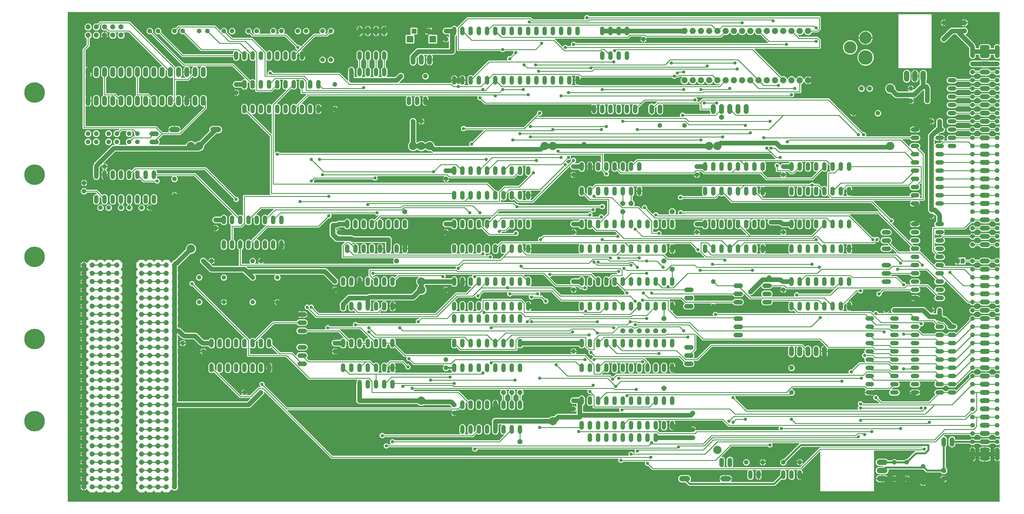
<source format=gtl>
G04 EAGLE Gerber RS-274X export*
G75*
%MOMM*%
%FSLAX34Y34*%
%LPD*%
%INTop Copper*%
%IPPOS*%
%AMOC8*
5,1,8,0,0,1.08239X$1,22.5*%
G01*
%ADD10C,1.524000*%
%ADD11R,1.168400X1.600200*%
%ADD12C,1.320800*%
%ADD13C,1.676400*%
%ADD14P,1.732040X8X112.500000*%
%ADD15C,1.600200*%
%ADD16P,1.429621X8X112.500000*%
%ADD17P,1.429621X8X202.500000*%
%ADD18P,1.429621X8X292.500000*%
%ADD19P,1.443367X8X202.500000*%
%ADD20C,6.350000*%
%ADD21C,1.905000*%
%ADD22C,1.422400*%
%ADD23C,2.540000*%
%ADD24C,1.320800*%
%ADD25R,1.524000X1.524000*%
%ADD26R,2.095500X2.095500*%
%ADD27P,1.429621X8X22.500000*%
%ADD28P,1.539592X8X22.500000*%
%ADD29P,1.649562X8X22.500000*%
%ADD30C,4.445000*%
%ADD31C,3.810000*%
%ADD32P,1.649562X8X202.500000*%
%ADD33P,1.649562X8X112.500000*%
%ADD34C,1.016000*%
%ADD35C,0.254000*%
%ADD36C,0.609600*%
%ADD37C,0.304800*%

G36*
X1530878Y5084D02*
X1530878Y5084D01*
X1530897Y5082D01*
X1530999Y5104D01*
X1531101Y5120D01*
X1531118Y5130D01*
X1531138Y5134D01*
X1531227Y5187D01*
X1531318Y5236D01*
X1531332Y5250D01*
X1531349Y5260D01*
X1531416Y5339D01*
X1531488Y5414D01*
X1531496Y5432D01*
X1531509Y5447D01*
X1531548Y5543D01*
X1531591Y5637D01*
X1531593Y5657D01*
X1531601Y5675D01*
X1531619Y5842D01*
X1531619Y132459D01*
X1531608Y132530D01*
X1531606Y132602D01*
X1531588Y132650D01*
X1531580Y132702D01*
X1531546Y132765D01*
X1531521Y132833D01*
X1531489Y132873D01*
X1531464Y132919D01*
X1531412Y132969D01*
X1531368Y133025D01*
X1531324Y133053D01*
X1531286Y133089D01*
X1531221Y133119D01*
X1531161Y133158D01*
X1531110Y133170D01*
X1531063Y133192D01*
X1530992Y133200D01*
X1530922Y133218D01*
X1530870Y133214D01*
X1530819Y133219D01*
X1530748Y133204D01*
X1530677Y133198D01*
X1530629Y133178D01*
X1530578Y133167D01*
X1530517Y133130D01*
X1530451Y133102D01*
X1530395Y133057D01*
X1530367Y133041D01*
X1530352Y133023D01*
X1530320Y132997D01*
X1527814Y130492D01*
X1525523Y130492D01*
X1525523Y138938D01*
X1525520Y138958D01*
X1525522Y138977D01*
X1525500Y139079D01*
X1525483Y139181D01*
X1525474Y139198D01*
X1525470Y139218D01*
X1525417Y139307D01*
X1525368Y139398D01*
X1525354Y139412D01*
X1525344Y139429D01*
X1525265Y139496D01*
X1525190Y139567D01*
X1525172Y139576D01*
X1525157Y139589D01*
X1525061Y139627D01*
X1524967Y139671D01*
X1524947Y139673D01*
X1524929Y139681D01*
X1524762Y139699D01*
X1523999Y139699D01*
X1523999Y139701D01*
X1524762Y139701D01*
X1524782Y139704D01*
X1524801Y139702D01*
X1524903Y139724D01*
X1525005Y139741D01*
X1525022Y139750D01*
X1525042Y139754D01*
X1525131Y139807D01*
X1525222Y139856D01*
X1525236Y139870D01*
X1525253Y139880D01*
X1525320Y139959D01*
X1525391Y140034D01*
X1525400Y140052D01*
X1525413Y140067D01*
X1525452Y140163D01*
X1525495Y140257D01*
X1525497Y140277D01*
X1525505Y140295D01*
X1525523Y140462D01*
X1525523Y148908D01*
X1527814Y148908D01*
X1530320Y146403D01*
X1530378Y146361D01*
X1530430Y146311D01*
X1530477Y146289D01*
X1530519Y146259D01*
X1530588Y146238D01*
X1530653Y146208D01*
X1530705Y146202D01*
X1530755Y146187D01*
X1530826Y146189D01*
X1530897Y146181D01*
X1530948Y146192D01*
X1531000Y146193D01*
X1531068Y146218D01*
X1531138Y146233D01*
X1531183Y146260D01*
X1531231Y146278D01*
X1531287Y146322D01*
X1531349Y146359D01*
X1531383Y146399D01*
X1531423Y146431D01*
X1531462Y146492D01*
X1531509Y146546D01*
X1531528Y146594D01*
X1531556Y146638D01*
X1531574Y146708D01*
X1531601Y146774D01*
X1531609Y146846D01*
X1531617Y146877D01*
X1531615Y146900D01*
X1531619Y146941D01*
X1531619Y157859D01*
X1531608Y157930D01*
X1531606Y158002D01*
X1531588Y158050D01*
X1531580Y158102D01*
X1531546Y158165D01*
X1531521Y158233D01*
X1531489Y158273D01*
X1531464Y158319D01*
X1531412Y158369D01*
X1531368Y158425D01*
X1531324Y158453D01*
X1531286Y158489D01*
X1531221Y158519D01*
X1531161Y158558D01*
X1531110Y158570D01*
X1531063Y158592D01*
X1530992Y158600D01*
X1530922Y158618D01*
X1530870Y158614D01*
X1530819Y158619D01*
X1530748Y158604D01*
X1530677Y158598D01*
X1530629Y158578D01*
X1530578Y158567D01*
X1530517Y158530D01*
X1530451Y158502D01*
X1530395Y158457D01*
X1530367Y158441D01*
X1530352Y158423D01*
X1530320Y158397D01*
X1527814Y155892D01*
X1525523Y155892D01*
X1525523Y164338D01*
X1525520Y164358D01*
X1525522Y164377D01*
X1525500Y164479D01*
X1525483Y164581D01*
X1525474Y164598D01*
X1525470Y164618D01*
X1525417Y164707D01*
X1525368Y164798D01*
X1525354Y164812D01*
X1525344Y164829D01*
X1525265Y164896D01*
X1525190Y164967D01*
X1525172Y164976D01*
X1525157Y164989D01*
X1525061Y165027D01*
X1524967Y165071D01*
X1524947Y165073D01*
X1524929Y165081D01*
X1524762Y165099D01*
X1523999Y165099D01*
X1523999Y165101D01*
X1524762Y165101D01*
X1524782Y165104D01*
X1524801Y165102D01*
X1524903Y165124D01*
X1525005Y165141D01*
X1525022Y165150D01*
X1525042Y165154D01*
X1525131Y165207D01*
X1525222Y165256D01*
X1525236Y165270D01*
X1525253Y165280D01*
X1525320Y165359D01*
X1525391Y165434D01*
X1525400Y165452D01*
X1525413Y165467D01*
X1525452Y165563D01*
X1525495Y165657D01*
X1525497Y165677D01*
X1525505Y165695D01*
X1525523Y165862D01*
X1525523Y174308D01*
X1527814Y174308D01*
X1530320Y171803D01*
X1530378Y171761D01*
X1530430Y171711D01*
X1530477Y171689D01*
X1530519Y171659D01*
X1530588Y171638D01*
X1530653Y171608D01*
X1530705Y171602D01*
X1530755Y171587D01*
X1530826Y171589D01*
X1530897Y171581D01*
X1530948Y171592D01*
X1531000Y171593D01*
X1531068Y171618D01*
X1531138Y171633D01*
X1531183Y171660D01*
X1531231Y171678D01*
X1531287Y171722D01*
X1531349Y171759D01*
X1531383Y171799D01*
X1531423Y171831D01*
X1531462Y171892D01*
X1531509Y171946D01*
X1531528Y171994D01*
X1531556Y172038D01*
X1531574Y172108D01*
X1531601Y172174D01*
X1531609Y172246D01*
X1531617Y172277D01*
X1531615Y172300D01*
X1531619Y172341D01*
X1531619Y182541D01*
X1531608Y182611D01*
X1531606Y182683D01*
X1531588Y182732D01*
X1531580Y182783D01*
X1531546Y182847D01*
X1531521Y182914D01*
X1531489Y182955D01*
X1531464Y183001D01*
X1531412Y183050D01*
X1531368Y183106D01*
X1531324Y183134D01*
X1531286Y183170D01*
X1531221Y183200D01*
X1531161Y183239D01*
X1531110Y183252D01*
X1531063Y183274D01*
X1530992Y183282D01*
X1530922Y183299D01*
X1530870Y183295D01*
X1530819Y183301D01*
X1530748Y183286D01*
X1530677Y183280D01*
X1530629Y183260D01*
X1530578Y183249D01*
X1530517Y183212D01*
X1530451Y183184D01*
X1530395Y183139D01*
X1530367Y183122D01*
X1530352Y183105D01*
X1530320Y183079D01*
X1528025Y180784D01*
X1519975Y180784D01*
X1516579Y184180D01*
X1516505Y184233D01*
X1516435Y184293D01*
X1516405Y184305D01*
X1516379Y184324D01*
X1516292Y184351D01*
X1516207Y184385D01*
X1516166Y184389D01*
X1516144Y184396D01*
X1516112Y184395D01*
X1516041Y184403D01*
X1502826Y184403D01*
X1502736Y184389D01*
X1502645Y184381D01*
X1502616Y184369D01*
X1502584Y184364D01*
X1502503Y184321D01*
X1502419Y184285D01*
X1502387Y184259D01*
X1502366Y184248D01*
X1502344Y184225D01*
X1502288Y184180D01*
X1499563Y181455D01*
X1495642Y179831D01*
X1476158Y179831D01*
X1472237Y181455D01*
X1469512Y184180D01*
X1469438Y184233D01*
X1469368Y184293D01*
X1469338Y184305D01*
X1469312Y184324D01*
X1469225Y184351D01*
X1469140Y184385D01*
X1469099Y184389D01*
X1469077Y184396D01*
X1469045Y184395D01*
X1468974Y184403D01*
X1455759Y184403D01*
X1455669Y184389D01*
X1455578Y184381D01*
X1455549Y184369D01*
X1455517Y184364D01*
X1455436Y184321D01*
X1455352Y184285D01*
X1455320Y184259D01*
X1455299Y184248D01*
X1455277Y184225D01*
X1455221Y184180D01*
X1451825Y180784D01*
X1443775Y180784D01*
X1440379Y184180D01*
X1440305Y184233D01*
X1440235Y184293D01*
X1440205Y184305D01*
X1440179Y184324D01*
X1440092Y184351D01*
X1440007Y184385D01*
X1439966Y184389D01*
X1439944Y184396D01*
X1439912Y184395D01*
X1439841Y184403D01*
X1395222Y184403D01*
X1395202Y184400D01*
X1395183Y184402D01*
X1395081Y184380D01*
X1394979Y184364D01*
X1394962Y184354D01*
X1394942Y184350D01*
X1394853Y184297D01*
X1394762Y184248D01*
X1394748Y184234D01*
X1394731Y184224D01*
X1394664Y184145D01*
X1394592Y184070D01*
X1394584Y184052D01*
X1394571Y184037D01*
X1394532Y183941D01*
X1394489Y183847D01*
X1394487Y183827D01*
X1394479Y183809D01*
X1394461Y183642D01*
X1394461Y181367D01*
X1392914Y177632D01*
X1390056Y174774D01*
X1386321Y173227D01*
X1382279Y173227D01*
X1378544Y174774D01*
X1375686Y177632D01*
X1374139Y181367D01*
X1374139Y199633D01*
X1375686Y203368D01*
X1378544Y206226D01*
X1382279Y207773D01*
X1386321Y207773D01*
X1390056Y206226D01*
X1392914Y203368D01*
X1394461Y199633D01*
X1394461Y197358D01*
X1394464Y197338D01*
X1394462Y197319D01*
X1394484Y197217D01*
X1394500Y197115D01*
X1394510Y197098D01*
X1394514Y197078D01*
X1394567Y196989D01*
X1394616Y196898D01*
X1394630Y196884D01*
X1394640Y196867D01*
X1394719Y196800D01*
X1394794Y196728D01*
X1394812Y196720D01*
X1394827Y196707D01*
X1394923Y196668D01*
X1395017Y196625D01*
X1395037Y196623D01*
X1395055Y196615D01*
X1395222Y196597D01*
X1439841Y196597D01*
X1439931Y196611D01*
X1440022Y196619D01*
X1440051Y196631D01*
X1440083Y196636D01*
X1440164Y196679D01*
X1440248Y196715D01*
X1440280Y196741D01*
X1440301Y196752D01*
X1440323Y196775D01*
X1440379Y196820D01*
X1443775Y200216D01*
X1451825Y200216D01*
X1455221Y196820D01*
X1455295Y196767D01*
X1455365Y196707D01*
X1455395Y196695D01*
X1455421Y196676D01*
X1455508Y196649D01*
X1455593Y196615D01*
X1455634Y196611D01*
X1455656Y196604D01*
X1455688Y196605D01*
X1455759Y196597D01*
X1468974Y196597D01*
X1469064Y196611D01*
X1469155Y196619D01*
X1469184Y196631D01*
X1469216Y196636D01*
X1469297Y196679D01*
X1469381Y196715D01*
X1469413Y196741D01*
X1469434Y196752D01*
X1469456Y196775D01*
X1469512Y196820D01*
X1472237Y199545D01*
X1476158Y201169D01*
X1495642Y201169D01*
X1499563Y199545D01*
X1502288Y196820D01*
X1502362Y196767D01*
X1502432Y196707D01*
X1502462Y196695D01*
X1502488Y196676D01*
X1502575Y196649D01*
X1502660Y196615D01*
X1502701Y196611D01*
X1502723Y196604D01*
X1502755Y196605D01*
X1502826Y196597D01*
X1516041Y196597D01*
X1516131Y196611D01*
X1516222Y196619D01*
X1516251Y196631D01*
X1516283Y196636D01*
X1516364Y196679D01*
X1516448Y196715D01*
X1516480Y196741D01*
X1516501Y196752D01*
X1516523Y196775D01*
X1516579Y196820D01*
X1519975Y200216D01*
X1528025Y200216D01*
X1530320Y197921D01*
X1530378Y197879D01*
X1530430Y197830D01*
X1530477Y197808D01*
X1530519Y197778D01*
X1530588Y197756D01*
X1530653Y197726D01*
X1530705Y197721D01*
X1530755Y197705D01*
X1530826Y197707D01*
X1530897Y197699D01*
X1530948Y197710D01*
X1531000Y197712D01*
X1531068Y197736D01*
X1531138Y197751D01*
X1531183Y197778D01*
X1531231Y197796D01*
X1531287Y197841D01*
X1531349Y197878D01*
X1531383Y197917D01*
X1531423Y197950D01*
X1531462Y198010D01*
X1531509Y198064D01*
X1531528Y198113D01*
X1531556Y198157D01*
X1531574Y198226D01*
X1531601Y198293D01*
X1531609Y198364D01*
X1531617Y198395D01*
X1531615Y198418D01*
X1531619Y198459D01*
X1531619Y207941D01*
X1531608Y208011D01*
X1531606Y208083D01*
X1531588Y208132D01*
X1531580Y208183D01*
X1531546Y208247D01*
X1531521Y208314D01*
X1531489Y208355D01*
X1531464Y208401D01*
X1531412Y208450D01*
X1531368Y208506D01*
X1531324Y208534D01*
X1531286Y208570D01*
X1531221Y208600D01*
X1531161Y208639D01*
X1531110Y208652D01*
X1531063Y208674D01*
X1530992Y208682D01*
X1530922Y208699D01*
X1530870Y208695D01*
X1530819Y208701D01*
X1530748Y208686D01*
X1530677Y208680D01*
X1530629Y208660D01*
X1530578Y208649D01*
X1530517Y208612D01*
X1530451Y208584D01*
X1530395Y208539D01*
X1530367Y208522D01*
X1530352Y208505D01*
X1530320Y208479D01*
X1528025Y206184D01*
X1519975Y206184D01*
X1514801Y211358D01*
X1514727Y211411D01*
X1514657Y211471D01*
X1514627Y211483D01*
X1514601Y211502D01*
X1514514Y211529D01*
X1514429Y211563D01*
X1514388Y211567D01*
X1514366Y211574D01*
X1514334Y211573D01*
X1514263Y211581D01*
X1503788Y211581D01*
X1503673Y211562D01*
X1503557Y211545D01*
X1503551Y211543D01*
X1503545Y211542D01*
X1503442Y211487D01*
X1503337Y211434D01*
X1503333Y211429D01*
X1503327Y211426D01*
X1503248Y211342D01*
X1503165Y211258D01*
X1503161Y211252D01*
X1503158Y211248D01*
X1503150Y211231D01*
X1503084Y211111D01*
X1502565Y209857D01*
X1499563Y206855D01*
X1495642Y205231D01*
X1476158Y205231D01*
X1472237Y206855D01*
X1469235Y209857D01*
X1468716Y211111D01*
X1468654Y211211D01*
X1468594Y211311D01*
X1468589Y211315D01*
X1468586Y211320D01*
X1468497Y211395D01*
X1468407Y211471D01*
X1468401Y211473D01*
X1468397Y211477D01*
X1468289Y211519D01*
X1468179Y211563D01*
X1468172Y211564D01*
X1468167Y211565D01*
X1468149Y211566D01*
X1468012Y211581D01*
X1457537Y211581D01*
X1457447Y211567D01*
X1457356Y211559D01*
X1457327Y211547D01*
X1457295Y211542D01*
X1457214Y211499D01*
X1457130Y211463D01*
X1457098Y211437D01*
X1457077Y211426D01*
X1457055Y211403D01*
X1456999Y211358D01*
X1451825Y206184D01*
X1443775Y206184D01*
X1438601Y211358D01*
X1438527Y211411D01*
X1438457Y211471D01*
X1438427Y211483D01*
X1438401Y211502D01*
X1438314Y211529D01*
X1438229Y211563D01*
X1438188Y211567D01*
X1438166Y211574D01*
X1438134Y211573D01*
X1438063Y211581D01*
X1361004Y211581D01*
X1360914Y211567D01*
X1360823Y211559D01*
X1360793Y211547D01*
X1360761Y211542D01*
X1360681Y211499D01*
X1360597Y211463D01*
X1360565Y211437D01*
X1360544Y211426D01*
X1360522Y211403D01*
X1360466Y211358D01*
X1358180Y209072D01*
X1358138Y209014D01*
X1358089Y208962D01*
X1358067Y208915D01*
X1358036Y208873D01*
X1358015Y208804D01*
X1357985Y208739D01*
X1357979Y208687D01*
X1357964Y208637D01*
X1357966Y208566D01*
X1357958Y208495D01*
X1357969Y208444D01*
X1357970Y208392D01*
X1357995Y208324D01*
X1358010Y208254D01*
X1358037Y208209D01*
X1358055Y208161D01*
X1358100Y208105D01*
X1358136Y208043D01*
X1358176Y208009D01*
X1358208Y207969D01*
X1358269Y207930D01*
X1358323Y207883D01*
X1358372Y207864D01*
X1358415Y207836D01*
X1358485Y207818D01*
X1358551Y207791D01*
X1358623Y207783D01*
X1358654Y207775D01*
X1358677Y207777D01*
X1358718Y207773D01*
X1360921Y207773D01*
X1364656Y206226D01*
X1367514Y203368D01*
X1369061Y199633D01*
X1369061Y181367D01*
X1367514Y177632D01*
X1365220Y175338D01*
X1365172Y175271D01*
X1365168Y175268D01*
X1365166Y175264D01*
X1365107Y175195D01*
X1365095Y175165D01*
X1365076Y175139D01*
X1365049Y175052D01*
X1365015Y174967D01*
X1365011Y174926D01*
X1365004Y174903D01*
X1365005Y174871D01*
X1364997Y174800D01*
X1364997Y111445D01*
X1365011Y111355D01*
X1365019Y111264D01*
X1365031Y111234D01*
X1365036Y111203D01*
X1365079Y111122D01*
X1365115Y111038D01*
X1365141Y111006D01*
X1365152Y110985D01*
X1365175Y110963D01*
X1365220Y110907D01*
X1369950Y106177D01*
X1369950Y97023D01*
X1363477Y90550D01*
X1354323Y90550D01*
X1349593Y95280D01*
X1349519Y95333D01*
X1349450Y95393D01*
X1349419Y95405D01*
X1349393Y95424D01*
X1349306Y95451D01*
X1349221Y95485D01*
X1349181Y95489D01*
X1349158Y95496D01*
X1349126Y95495D01*
X1349055Y95503D01*
X1306887Y95503D01*
X1304646Y96431D01*
X1302824Y98254D01*
X1296654Y104424D01*
X1296580Y104477D01*
X1296510Y104537D01*
X1296480Y104549D01*
X1296454Y104568D01*
X1296367Y104595D01*
X1296282Y104629D01*
X1296241Y104633D01*
X1296219Y104640D01*
X1296187Y104639D01*
X1296115Y104647D01*
X1291402Y104647D01*
X1291244Y104805D01*
X1291170Y104858D01*
X1291100Y104918D01*
X1291070Y104930D01*
X1291044Y104949D01*
X1290957Y104976D01*
X1290872Y105010D01*
X1290831Y105014D01*
X1290809Y105021D01*
X1290777Y105020D01*
X1290705Y105028D01*
X1188874Y105028D01*
X1188828Y105021D01*
X1188783Y105023D01*
X1188708Y105001D01*
X1188631Y104989D01*
X1188590Y104967D01*
X1188546Y104954D01*
X1188482Y104910D01*
X1188414Y104873D01*
X1188382Y104840D01*
X1188344Y104814D01*
X1188298Y104751D01*
X1188244Y104695D01*
X1188225Y104653D01*
X1188198Y104617D01*
X1188173Y104543D01*
X1188141Y104472D01*
X1188136Y104426D01*
X1188121Y104383D01*
X1188122Y104305D01*
X1188114Y104228D01*
X1188123Y104183D01*
X1188124Y104137D01*
X1188162Y104005D01*
X1188166Y103987D01*
X1188168Y103983D01*
X1188170Y103976D01*
X1188213Y103874D01*
X1188213Y99326D01*
X1186472Y95125D01*
X1183257Y91910D01*
X1179056Y90169D01*
X1157744Y90169D01*
X1153543Y91910D01*
X1150328Y95125D01*
X1148587Y99326D01*
X1148587Y103874D01*
X1150328Y108075D01*
X1153543Y111290D01*
X1157744Y113031D01*
X1170893Y113031D01*
X1170983Y113045D01*
X1171074Y113053D01*
X1171104Y113065D01*
X1171136Y113070D01*
X1171216Y113113D01*
X1171301Y113149D01*
X1171333Y113175D01*
X1171353Y113186D01*
X1171376Y113209D01*
X1171432Y113254D01*
X1172448Y114270D01*
X1172490Y114328D01*
X1172539Y114380D01*
X1172561Y114427D01*
X1172591Y114469D01*
X1172612Y114538D01*
X1172643Y114603D01*
X1172648Y114655D01*
X1172664Y114705D01*
X1172662Y114776D01*
X1172670Y114847D01*
X1172659Y114898D01*
X1172657Y114950D01*
X1172633Y115018D01*
X1172617Y115088D01*
X1172591Y115133D01*
X1172573Y115181D01*
X1172528Y115237D01*
X1172491Y115299D01*
X1172452Y115333D01*
X1172419Y115373D01*
X1172359Y115412D01*
X1172304Y115459D01*
X1172256Y115478D01*
X1172212Y115506D01*
X1172143Y115524D01*
X1172076Y115551D01*
X1172005Y115559D01*
X1171974Y115567D01*
X1171950Y115565D01*
X1171909Y115569D01*
X1157744Y115569D01*
X1153543Y117310D01*
X1150328Y120525D01*
X1148587Y124726D01*
X1148587Y129274D01*
X1150328Y133475D01*
X1153543Y136690D01*
X1157744Y138431D01*
X1179056Y138431D01*
X1183257Y136690D01*
X1186520Y133428D01*
X1186556Y133367D01*
X1186561Y133363D01*
X1186564Y133358D01*
X1186655Y133283D01*
X1186743Y133207D01*
X1186749Y133205D01*
X1186754Y133201D01*
X1186862Y133159D01*
X1186971Y133115D01*
X1186979Y133114D01*
X1186983Y133113D01*
X1187002Y133112D01*
X1187138Y133097D01*
X1198630Y133097D01*
X1198721Y133111D01*
X1198811Y133119D01*
X1198841Y133131D01*
X1198873Y133136D01*
X1198954Y133179D01*
X1199038Y133215D01*
X1199070Y133241D01*
X1199091Y133252D01*
X1199113Y133275D01*
X1199169Y133320D01*
X1202502Y136653D01*
X1210498Y136653D01*
X1213831Y133320D01*
X1213905Y133267D01*
X1213975Y133207D01*
X1214005Y133195D01*
X1214031Y133176D01*
X1214118Y133149D01*
X1214203Y133115D01*
X1214244Y133111D01*
X1214266Y133104D01*
X1214298Y133105D01*
X1214370Y133097D01*
X1236730Y133097D01*
X1236820Y133111D01*
X1236911Y133119D01*
X1236941Y133131D01*
X1236973Y133136D01*
X1237054Y133179D01*
X1237138Y133215D01*
X1237170Y133241D01*
X1237191Y133252D01*
X1237213Y133275D01*
X1237269Y133320D01*
X1240602Y136653D01*
X1245315Y136653D01*
X1245405Y136667D01*
X1245496Y136675D01*
X1245526Y136687D01*
X1245558Y136692D01*
X1245639Y136735D01*
X1245723Y136771D01*
X1245755Y136797D01*
X1245775Y136808D01*
X1245798Y136831D01*
X1245854Y136876D01*
X1269721Y160744D01*
X1271962Y161672D01*
X1291845Y161672D01*
X1291915Y161683D01*
X1291987Y161685D01*
X1292036Y161703D01*
X1292087Y161711D01*
X1292151Y161745D01*
X1292218Y161770D01*
X1292259Y161802D01*
X1292305Y161827D01*
X1292354Y161879D01*
X1292410Y161923D01*
X1292438Y161967D01*
X1292474Y162005D01*
X1292504Y162070D01*
X1292543Y162130D01*
X1292556Y162181D01*
X1292578Y162228D01*
X1292586Y162299D01*
X1292603Y162369D01*
X1292599Y162421D01*
X1292605Y162472D01*
X1292590Y162543D01*
X1292584Y162614D01*
X1292564Y162662D01*
X1292553Y162713D01*
X1292516Y162774D01*
X1292488Y162840D01*
X1292443Y162896D01*
X1292426Y162924D01*
X1292409Y162939D01*
X1292383Y162971D01*
X1291621Y163733D01*
X1291547Y163786D01*
X1291478Y163846D01*
X1291447Y163858D01*
X1291421Y163877D01*
X1291334Y163904D01*
X1291249Y163938D01*
X1291208Y163942D01*
X1291186Y163949D01*
X1291154Y163948D01*
X1291083Y163956D01*
X1144524Y163956D01*
X1144504Y163953D01*
X1144485Y163955D01*
X1144383Y163933D01*
X1144281Y163917D01*
X1144264Y163907D01*
X1144244Y163903D01*
X1144155Y163850D01*
X1144064Y163801D01*
X1144050Y163787D01*
X1144033Y163777D01*
X1143966Y163698D01*
X1143894Y163623D01*
X1143886Y163605D01*
X1143873Y163590D01*
X1143834Y163494D01*
X1143791Y163400D01*
X1143789Y163380D01*
X1143781Y163362D01*
X1143763Y163195D01*
X1143763Y37784D01*
X1143316Y37337D01*
X977584Y37337D01*
X977137Y37784D01*
X977137Y159567D01*
X977126Y159638D01*
X977124Y159709D01*
X977106Y159758D01*
X977098Y159810D01*
X977064Y159873D01*
X977039Y159940D01*
X977007Y159981D01*
X976982Y160027D01*
X976931Y160076D01*
X976886Y160132D01*
X976842Y160161D01*
X976804Y160196D01*
X976739Y160227D01*
X976679Y160265D01*
X976628Y160278D01*
X976581Y160300D01*
X976510Y160308D01*
X976440Y160325D01*
X976388Y160321D01*
X976337Y160327D01*
X976266Y160312D01*
X976195Y160306D01*
X976147Y160286D01*
X976096Y160275D01*
X976035Y160238D01*
X975969Y160210D01*
X975913Y160165D01*
X975885Y160149D01*
X975870Y160131D01*
X975838Y160105D01*
X919753Y104020D01*
X919698Y103943D01*
X919637Y103871D01*
X919626Y103844D01*
X919609Y103820D01*
X919581Y103730D01*
X919547Y103642D01*
X919545Y103613D01*
X919537Y103585D01*
X919539Y103491D01*
X919534Y103397D01*
X919542Y103368D01*
X919543Y103339D01*
X919575Y103251D01*
X919601Y103160D01*
X919617Y103136D01*
X919627Y103108D01*
X919686Y103034D01*
X919740Y102957D01*
X919768Y102933D01*
X919781Y102916D01*
X919809Y102898D01*
X919868Y102849D01*
X920229Y102607D01*
X921503Y101334D01*
X922504Y99836D01*
X923193Y98171D01*
X923545Y96405D01*
X923545Y90423D01*
X915162Y90423D01*
X915142Y90420D01*
X915123Y90422D01*
X915021Y90400D01*
X914919Y90383D01*
X914902Y90374D01*
X914882Y90370D01*
X914793Y90317D01*
X914702Y90268D01*
X914688Y90254D01*
X914671Y90244D01*
X914604Y90165D01*
X914533Y90090D01*
X914524Y90072D01*
X914511Y90057D01*
X914473Y89961D01*
X914429Y89867D01*
X914427Y89847D01*
X914419Y89829D01*
X914401Y89662D01*
X914401Y88899D01*
X914399Y88899D01*
X914399Y89662D01*
X914396Y89682D01*
X914398Y89701D01*
X914376Y89803D01*
X914359Y89905D01*
X914350Y89922D01*
X914346Y89942D01*
X914293Y90031D01*
X914244Y90122D01*
X914230Y90136D01*
X914220Y90153D01*
X914141Y90220D01*
X914066Y90291D01*
X914048Y90300D01*
X914033Y90313D01*
X913937Y90352D01*
X913843Y90395D01*
X913823Y90397D01*
X913805Y90405D01*
X913638Y90423D01*
X905255Y90423D01*
X905255Y96405D01*
X905607Y98171D01*
X906296Y99836D01*
X907297Y101334D01*
X908295Y102332D01*
X908337Y102390D01*
X908386Y102442D01*
X908408Y102489D01*
X908439Y102531D01*
X908460Y102600D01*
X908490Y102665D01*
X908496Y102717D01*
X908511Y102767D01*
X908509Y102838D01*
X908517Y102909D01*
X908506Y102960D01*
X908505Y103012D01*
X908480Y103080D01*
X908465Y103150D01*
X908438Y103195D01*
X908420Y103243D01*
X908375Y103299D01*
X908339Y103361D01*
X908299Y103395D01*
X908267Y103435D01*
X908206Y103474D01*
X908152Y103521D01*
X908103Y103540D01*
X908060Y103568D01*
X907990Y103586D01*
X907924Y103613D01*
X907852Y103621D01*
X907821Y103629D01*
X907798Y103627D01*
X907757Y103631D01*
X896362Y103631D01*
X896291Y103620D01*
X896219Y103618D01*
X896170Y103600D01*
X896119Y103592D01*
X896055Y103558D01*
X895988Y103533D01*
X895947Y103501D01*
X895901Y103476D01*
X895852Y103424D01*
X895796Y103380D01*
X895768Y103336D01*
X895732Y103298D01*
X895702Y103233D01*
X895663Y103173D01*
X895650Y103122D01*
X895628Y103075D01*
X895621Y103004D01*
X895603Y102934D01*
X895607Y102882D01*
X895601Y102831D01*
X895617Y102760D01*
X895622Y102689D01*
X895642Y102641D01*
X895654Y102590D01*
X895690Y102529D01*
X895718Y102463D01*
X895763Y102407D01*
X895780Y102379D01*
X895798Y102364D01*
X895823Y102332D01*
X897183Y100972D01*
X898653Y97424D01*
X898653Y80376D01*
X897183Y76828D01*
X894468Y74113D01*
X890920Y72643D01*
X887080Y72643D01*
X883532Y74113D01*
X880817Y76828D01*
X879347Y80376D01*
X879347Y97424D01*
X880817Y100972D01*
X882177Y102332D01*
X882219Y102390D01*
X882268Y102442D01*
X882290Y102489D01*
X882320Y102531D01*
X882341Y102600D01*
X882372Y102665D01*
X882377Y102717D01*
X882393Y102767D01*
X882391Y102838D01*
X882399Y102909D01*
X882388Y102960D01*
X882386Y103012D01*
X882362Y103080D01*
X882346Y103150D01*
X882320Y103195D01*
X882302Y103243D01*
X882257Y103299D01*
X882220Y103361D01*
X882181Y103395D01*
X882148Y103435D01*
X882088Y103474D01*
X882033Y103521D01*
X881985Y103540D01*
X881941Y103568D01*
X881872Y103586D01*
X881805Y103613D01*
X881734Y103621D01*
X881703Y103629D01*
X881679Y103627D01*
X881638Y103631D01*
X870962Y103631D01*
X870891Y103620D01*
X870819Y103618D01*
X870770Y103600D01*
X870719Y103592D01*
X870655Y103558D01*
X870588Y103533D01*
X870547Y103501D01*
X870501Y103476D01*
X870452Y103424D01*
X870396Y103380D01*
X870368Y103336D01*
X870332Y103298D01*
X870302Y103233D01*
X870263Y103173D01*
X870250Y103122D01*
X870228Y103075D01*
X870221Y103004D01*
X870203Y102934D01*
X870207Y102882D01*
X870201Y102831D01*
X870217Y102760D01*
X870222Y102689D01*
X870242Y102641D01*
X870254Y102590D01*
X870290Y102529D01*
X870318Y102463D01*
X870363Y102407D01*
X870380Y102379D01*
X870398Y102364D01*
X870423Y102332D01*
X871783Y100972D01*
X873253Y97424D01*
X873253Y80376D01*
X871783Y76828D01*
X869068Y74113D01*
X865520Y72643D01*
X861680Y72643D01*
X858109Y74122D01*
X857996Y74149D01*
X857882Y74178D01*
X857876Y74177D01*
X857870Y74179D01*
X857753Y74168D01*
X857637Y74158D01*
X857631Y74156D01*
X857625Y74155D01*
X857517Y74108D01*
X857410Y74062D01*
X857405Y74058D01*
X857400Y74055D01*
X857386Y74043D01*
X857279Y73957D01*
X838479Y55156D01*
X836238Y54228D01*
X573462Y54228D01*
X571221Y55156D01*
X561832Y64546D01*
X561758Y64599D01*
X561688Y64659D01*
X561658Y64671D01*
X561632Y64690D01*
X561545Y64717D01*
X561460Y64751D01*
X561419Y64755D01*
X561397Y64762D01*
X561365Y64761D01*
X561293Y64769D01*
X548144Y64769D01*
X543943Y66510D01*
X540728Y69725D01*
X538987Y73926D01*
X538987Y78474D01*
X540728Y82675D01*
X543943Y85890D01*
X548144Y87631D01*
X569456Y87631D01*
X573657Y85890D01*
X576872Y82675D01*
X578613Y78474D01*
X578613Y73926D01*
X576872Y69725D01*
X575923Y68776D01*
X575911Y68759D01*
X575896Y68747D01*
X575865Y68699D01*
X575859Y68693D01*
X575854Y68682D01*
X575840Y68660D01*
X575780Y68576D01*
X575774Y68557D01*
X575763Y68540D01*
X575738Y68440D01*
X575707Y68341D01*
X575708Y68321D01*
X575703Y68302D01*
X575711Y68198D01*
X575714Y68095D01*
X575720Y68076D01*
X575722Y68056D01*
X575762Y67961D01*
X575798Y67864D01*
X575810Y67848D01*
X575818Y67830D01*
X575923Y67699D01*
X576977Y66645D01*
X577051Y66592D01*
X577121Y66532D01*
X577151Y66520D01*
X577177Y66501D01*
X577264Y66474D01*
X577349Y66440D01*
X577390Y66436D01*
X577412Y66429D01*
X577444Y66430D01*
X577516Y66422D01*
X669951Y66422D01*
X669959Y66423D01*
X669967Y66422D01*
X670081Y66443D01*
X670194Y66461D01*
X670201Y66465D01*
X670209Y66467D01*
X670310Y66523D01*
X670411Y66577D01*
X670416Y66582D01*
X670424Y66586D01*
X670501Y66672D01*
X670580Y66755D01*
X670584Y66762D01*
X670589Y66768D01*
X670635Y66873D01*
X670684Y66978D01*
X670685Y66986D01*
X670688Y66993D01*
X670699Y67109D01*
X670711Y67222D01*
X670709Y67230D01*
X670710Y67238D01*
X670683Y67350D01*
X670659Y67463D01*
X670655Y67470D01*
X670653Y67477D01*
X670592Y67575D01*
X670533Y67674D01*
X670527Y67679D01*
X670522Y67686D01*
X670398Y67799D01*
X670302Y67869D01*
X669087Y69084D01*
X668076Y70475D01*
X667296Y72007D01*
X666764Y73642D01*
X666600Y74677D01*
X685038Y74677D01*
X685058Y74680D01*
X685077Y74678D01*
X685179Y74700D01*
X685281Y74717D01*
X685298Y74726D01*
X685318Y74730D01*
X685407Y74783D01*
X685498Y74832D01*
X685512Y74846D01*
X685529Y74856D01*
X685596Y74935D01*
X685667Y75010D01*
X685676Y75028D01*
X685689Y75043D01*
X685727Y75139D01*
X685771Y75233D01*
X685773Y75253D01*
X685781Y75271D01*
X685799Y75438D01*
X685799Y76201D01*
X685801Y76201D01*
X685801Y75438D01*
X685804Y75418D01*
X685802Y75399D01*
X685824Y75297D01*
X685841Y75195D01*
X685850Y75178D01*
X685854Y75158D01*
X685907Y75069D01*
X685956Y74978D01*
X685970Y74964D01*
X685980Y74947D01*
X686059Y74880D01*
X686134Y74809D01*
X686152Y74800D01*
X686167Y74787D01*
X686263Y74748D01*
X686357Y74705D01*
X686377Y74703D01*
X686395Y74695D01*
X686562Y74677D01*
X705000Y74677D01*
X704836Y73642D01*
X704304Y72007D01*
X703524Y70475D01*
X702513Y69084D01*
X701298Y67869D01*
X701202Y67799D01*
X701196Y67793D01*
X701189Y67789D01*
X701110Y67706D01*
X701029Y67624D01*
X701025Y67617D01*
X701020Y67611D01*
X700971Y67506D01*
X700920Y67403D01*
X700919Y67395D01*
X700916Y67388D01*
X700903Y67273D01*
X700888Y67159D01*
X700890Y67151D01*
X700889Y67144D01*
X700913Y67031D01*
X700935Y66918D01*
X700939Y66911D01*
X700941Y66903D01*
X701000Y66804D01*
X701057Y66704D01*
X701063Y66699D01*
X701067Y66692D01*
X701155Y66617D01*
X701241Y66541D01*
X701248Y66537D01*
X701254Y66532D01*
X701362Y66489D01*
X701467Y66444D01*
X701475Y66443D01*
X701482Y66440D01*
X701649Y66422D01*
X832184Y66422D01*
X832274Y66436D01*
X832365Y66444D01*
X832395Y66456D01*
X832427Y66461D01*
X832508Y66504D01*
X832592Y66540D01*
X832624Y66566D01*
X832644Y66577D01*
X832667Y66600D01*
X832723Y66645D01*
X853724Y87646D01*
X853777Y87720D01*
X853837Y87790D01*
X853849Y87820D01*
X853868Y87846D01*
X853895Y87933D01*
X853929Y88018D01*
X853933Y88059D01*
X853940Y88081D01*
X853939Y88113D01*
X853947Y88185D01*
X853947Y97424D01*
X855417Y100972D01*
X856777Y102332D01*
X856819Y102390D01*
X856868Y102442D01*
X856890Y102489D01*
X856920Y102531D01*
X856941Y102600D01*
X856972Y102665D01*
X856977Y102717D01*
X856993Y102767D01*
X856991Y102838D01*
X856999Y102909D01*
X856988Y102960D01*
X856986Y103012D01*
X856962Y103080D01*
X856946Y103150D01*
X856920Y103195D01*
X856902Y103243D01*
X856857Y103299D01*
X856820Y103361D01*
X856781Y103395D01*
X856748Y103435D01*
X856688Y103474D01*
X856633Y103521D01*
X856585Y103540D01*
X856541Y103568D01*
X856472Y103586D01*
X856405Y103613D01*
X856334Y103621D01*
X856303Y103629D01*
X856279Y103627D01*
X856238Y103631D01*
X794043Y103631D01*
X793972Y103620D01*
X793901Y103618D01*
X793852Y103600D01*
X793800Y103592D01*
X793737Y103558D01*
X793670Y103533D01*
X793629Y103501D01*
X793583Y103476D01*
X793534Y103424D01*
X793478Y103380D01*
X793450Y103336D01*
X793414Y103298D01*
X793383Y103233D01*
X793345Y103173D01*
X793332Y103122D01*
X793310Y103075D01*
X793302Y103004D01*
X793285Y102934D01*
X793289Y102882D01*
X793283Y102831D01*
X793298Y102760D01*
X793304Y102689D01*
X793324Y102641D01*
X793335Y102590D01*
X793372Y102529D01*
X793400Y102463D01*
X793445Y102407D01*
X793461Y102379D01*
X793479Y102364D01*
X793505Y102332D01*
X794503Y101334D01*
X795504Y99836D01*
X796193Y98171D01*
X796545Y96405D01*
X796545Y90423D01*
X788162Y90423D01*
X788142Y90420D01*
X788123Y90422D01*
X788021Y90400D01*
X787919Y90383D01*
X787902Y90374D01*
X787882Y90370D01*
X787793Y90317D01*
X787702Y90268D01*
X787688Y90254D01*
X787671Y90244D01*
X787604Y90165D01*
X787533Y90090D01*
X787524Y90072D01*
X787511Y90057D01*
X787473Y89961D01*
X787429Y89867D01*
X787427Y89847D01*
X787419Y89829D01*
X787401Y89662D01*
X787401Y88899D01*
X787399Y88899D01*
X787399Y89662D01*
X787396Y89682D01*
X787398Y89701D01*
X787376Y89803D01*
X787359Y89905D01*
X787350Y89922D01*
X787346Y89942D01*
X787293Y90031D01*
X787244Y90122D01*
X787230Y90136D01*
X787220Y90153D01*
X787141Y90220D01*
X787066Y90291D01*
X787048Y90300D01*
X787033Y90313D01*
X786937Y90352D01*
X786843Y90395D01*
X786823Y90397D01*
X786805Y90405D01*
X786638Y90423D01*
X778255Y90423D01*
X778255Y96405D01*
X778607Y98171D01*
X779296Y99836D01*
X780297Y101334D01*
X781295Y102332D01*
X781337Y102390D01*
X781386Y102442D01*
X781408Y102489D01*
X781439Y102531D01*
X781460Y102600D01*
X781490Y102665D01*
X781496Y102717D01*
X781511Y102767D01*
X781509Y102838D01*
X781517Y102909D01*
X781506Y102960D01*
X781505Y103012D01*
X781480Y103080D01*
X781465Y103150D01*
X781438Y103195D01*
X781420Y103243D01*
X781375Y103299D01*
X781339Y103361D01*
X781299Y103395D01*
X781267Y103435D01*
X781206Y103474D01*
X781152Y103521D01*
X781103Y103540D01*
X781060Y103568D01*
X780990Y103586D01*
X780924Y103613D01*
X780852Y103621D01*
X780821Y103629D01*
X780798Y103627D01*
X780757Y103631D01*
X769362Y103631D01*
X769291Y103620D01*
X769219Y103618D01*
X769170Y103600D01*
X769119Y103592D01*
X769055Y103558D01*
X768988Y103533D01*
X768947Y103501D01*
X768901Y103476D01*
X768852Y103424D01*
X768796Y103380D01*
X768768Y103336D01*
X768732Y103298D01*
X768702Y103233D01*
X768663Y103173D01*
X768650Y103122D01*
X768628Y103075D01*
X768621Y103004D01*
X768603Y102934D01*
X768607Y102882D01*
X768601Y102831D01*
X768617Y102760D01*
X768622Y102689D01*
X768642Y102641D01*
X768654Y102590D01*
X768690Y102529D01*
X768718Y102463D01*
X768763Y102407D01*
X768780Y102379D01*
X768798Y102364D01*
X768823Y102332D01*
X770183Y100972D01*
X771653Y97424D01*
X771653Y80376D01*
X770183Y76828D01*
X767468Y74113D01*
X763920Y72643D01*
X760080Y72643D01*
X756532Y74113D01*
X753817Y76828D01*
X752347Y80376D01*
X752347Y97424D01*
X753817Y100972D01*
X755177Y102332D01*
X755219Y102390D01*
X755268Y102442D01*
X755290Y102489D01*
X755320Y102531D01*
X755341Y102600D01*
X755372Y102665D01*
X755377Y102717D01*
X755393Y102767D01*
X755391Y102838D01*
X755399Y102909D01*
X755388Y102960D01*
X755386Y103012D01*
X755362Y103080D01*
X755346Y103150D01*
X755320Y103195D01*
X755302Y103243D01*
X755257Y103299D01*
X755220Y103361D01*
X755181Y103395D01*
X755148Y103435D01*
X755088Y103474D01*
X755033Y103521D01*
X754985Y103540D01*
X754941Y103568D01*
X754872Y103586D01*
X754805Y103613D01*
X754734Y103621D01*
X754703Y103629D01*
X754679Y103627D01*
X754638Y103631D01*
X458586Y103631D01*
X446744Y115473D01*
X446670Y115526D01*
X446601Y115586D01*
X446571Y115598D01*
X446544Y115617D01*
X446457Y115644D01*
X446373Y115678D01*
X446332Y115682D01*
X446309Y115689D01*
X446277Y115688D01*
X446206Y115696D01*
X442883Y115696D01*
X439895Y116934D01*
X437609Y119220D01*
X436371Y122208D01*
X436371Y125442D01*
X437422Y127979D01*
X437433Y128023D01*
X437452Y128065D01*
X437460Y128142D01*
X437478Y128218D01*
X437474Y128264D01*
X437479Y128309D01*
X437462Y128386D01*
X437455Y128463D01*
X437436Y128505D01*
X437427Y128550D01*
X437387Y128617D01*
X437355Y128688D01*
X437324Y128722D01*
X437301Y128761D01*
X437241Y128812D01*
X437189Y128869D01*
X437148Y128891D01*
X437114Y128921D01*
X437041Y128950D01*
X436973Y128987D01*
X436928Y128996D01*
X436885Y129013D01*
X436750Y129028D01*
X436731Y129031D01*
X436726Y129030D01*
X436719Y129031D01*
X369442Y129031D01*
X369352Y129017D01*
X369261Y129009D01*
X369232Y128997D01*
X369200Y128992D01*
X369119Y128949D01*
X369035Y128913D01*
X369003Y128887D01*
X368982Y128876D01*
X368960Y128853D01*
X368904Y128808D01*
X366555Y126459D01*
X363567Y125221D01*
X360333Y125221D01*
X357345Y126459D01*
X355059Y128745D01*
X353821Y131733D01*
X353821Y134967D01*
X354872Y137504D01*
X354883Y137548D01*
X354902Y137590D01*
X354910Y137667D01*
X354928Y137743D01*
X354924Y137789D01*
X354929Y137834D01*
X354912Y137911D01*
X354905Y137988D01*
X354886Y138030D01*
X354877Y138075D01*
X354837Y138142D01*
X354805Y138213D01*
X354774Y138247D01*
X354751Y138286D01*
X354691Y138337D01*
X354639Y138394D01*
X354598Y138416D01*
X354564Y138446D01*
X354491Y138475D01*
X354423Y138512D01*
X354378Y138521D01*
X354335Y138538D01*
X354200Y138553D01*
X354181Y138556D01*
X354176Y138555D01*
X354169Y138556D01*
X-532014Y138556D01*
X-534767Y141309D01*
X-737840Y344382D01*
X-737898Y344424D01*
X-737950Y344473D01*
X-737971Y344483D01*
X-737976Y344488D01*
X-738000Y344498D01*
X-738039Y344526D01*
X-738108Y344547D01*
X-738173Y344577D01*
X-738225Y344583D01*
X-738275Y344598D01*
X-738346Y344596D01*
X-738417Y344604D01*
X-738468Y344593D01*
X-738520Y344592D01*
X-738588Y344567D01*
X-738658Y344552D01*
X-738702Y344525D01*
X-738751Y344507D01*
X-738807Y344462D01*
X-738869Y344426D01*
X-738903Y344386D01*
X-738943Y344354D01*
X-738982Y344293D01*
X-738996Y344277D01*
X-739008Y344265D01*
X-739009Y344262D01*
X-739029Y344239D01*
X-739048Y344190D01*
X-739076Y344147D01*
X-739093Y344081D01*
X-739111Y344042D01*
X-739112Y344032D01*
X-739121Y344011D01*
X-739129Y343939D01*
X-739137Y343908D01*
X-739135Y343885D01*
X-739139Y343844D01*
X-739139Y340879D01*
X-739589Y339792D01*
X-739604Y339729D01*
X-739629Y339668D01*
X-739638Y339585D01*
X-739645Y339553D01*
X-739644Y339534D01*
X-739647Y339501D01*
X-739647Y338902D01*
X-740071Y338478D01*
X-740109Y338425D01*
X-740155Y338378D01*
X-740195Y338305D01*
X-740215Y338278D01*
X-740220Y338260D01*
X-740236Y338231D01*
X-740686Y337144D01*
X-781644Y296186D01*
X-785379Y294639D01*
X-1005078Y294639D01*
X-1005098Y294636D01*
X-1005117Y294638D01*
X-1005219Y294616D01*
X-1005321Y294600D01*
X-1005338Y294590D01*
X-1005358Y294586D01*
X-1005447Y294533D01*
X-1005538Y294484D01*
X-1005552Y294470D01*
X-1005569Y294460D01*
X-1005636Y294381D01*
X-1005708Y294306D01*
X-1005716Y294288D01*
X-1005729Y294273D01*
X-1005768Y294177D01*
X-1005811Y294083D01*
X-1005813Y294063D01*
X-1005821Y294045D01*
X-1005839Y293878D01*
X-1005839Y284642D01*
X-1005825Y284552D01*
X-1005817Y284461D01*
X-1005805Y284432D01*
X-1005800Y284400D01*
X-1005757Y284319D01*
X-1005721Y284235D01*
X-1005695Y284203D01*
X-1005684Y284182D01*
X-1005661Y284160D01*
X-1005616Y284104D01*
X-1005331Y283819D01*
X-1005331Y274981D01*
X-1005616Y274696D01*
X-1005670Y274622D01*
X-1005729Y274552D01*
X-1005741Y274522D01*
X-1005760Y274496D01*
X-1005787Y274409D01*
X-1005821Y274324D01*
X-1005825Y274283D01*
X-1005832Y274261D01*
X-1005831Y274229D01*
X-1005839Y274158D01*
X-1005839Y259242D01*
X-1005825Y259152D01*
X-1005817Y259061D01*
X-1005805Y259032D01*
X-1005800Y259000D01*
X-1005757Y258919D01*
X-1005721Y258835D01*
X-1005695Y258803D01*
X-1005684Y258782D01*
X-1005661Y258760D01*
X-1005616Y258704D01*
X-1005331Y258419D01*
X-1005331Y249581D01*
X-1005616Y249296D01*
X-1005670Y249222D01*
X-1005729Y249152D01*
X-1005741Y249122D01*
X-1005760Y249096D01*
X-1005787Y249009D01*
X-1005821Y248924D01*
X-1005825Y248883D01*
X-1005832Y248861D01*
X-1005831Y248829D01*
X-1005839Y248758D01*
X-1005839Y233842D01*
X-1005825Y233752D01*
X-1005817Y233661D01*
X-1005805Y233632D01*
X-1005800Y233600D01*
X-1005757Y233519D01*
X-1005721Y233435D01*
X-1005695Y233403D01*
X-1005684Y233382D01*
X-1005661Y233360D01*
X-1005616Y233304D01*
X-1005331Y233019D01*
X-1005331Y224181D01*
X-1005616Y223896D01*
X-1005669Y223822D01*
X-1005729Y223752D01*
X-1005741Y223722D01*
X-1005760Y223696D01*
X-1005787Y223609D01*
X-1005821Y223524D01*
X-1005825Y223483D01*
X-1005832Y223461D01*
X-1005831Y223429D01*
X-1005839Y223358D01*
X-1005839Y208442D01*
X-1005825Y208352D01*
X-1005817Y208261D01*
X-1005805Y208232D01*
X-1005800Y208200D01*
X-1005757Y208119D01*
X-1005721Y208035D01*
X-1005695Y208003D01*
X-1005684Y207982D01*
X-1005661Y207960D01*
X-1005616Y207904D01*
X-1005331Y207619D01*
X-1005331Y198781D01*
X-1005616Y198496D01*
X-1005669Y198422D01*
X-1005729Y198352D01*
X-1005741Y198322D01*
X-1005760Y198296D01*
X-1005787Y198209D01*
X-1005821Y198124D01*
X-1005825Y198083D01*
X-1005832Y198061D01*
X-1005831Y198029D01*
X-1005839Y197958D01*
X-1005839Y183042D01*
X-1005825Y182952D01*
X-1005817Y182861D01*
X-1005805Y182832D01*
X-1005800Y182800D01*
X-1005757Y182719D01*
X-1005721Y182635D01*
X-1005695Y182603D01*
X-1005684Y182582D01*
X-1005661Y182560D01*
X-1005616Y182504D01*
X-1005331Y182219D01*
X-1005331Y173381D01*
X-1005616Y173096D01*
X-1005663Y173030D01*
X-1005708Y172984D01*
X-1005714Y172970D01*
X-1005729Y172952D01*
X-1005741Y172922D01*
X-1005760Y172896D01*
X-1005783Y172822D01*
X-1005811Y172761D01*
X-1005813Y172743D01*
X-1005821Y172724D01*
X-1005825Y172683D01*
X-1005832Y172661D01*
X-1005831Y172629D01*
X-1005839Y172558D01*
X-1005839Y157642D01*
X-1005825Y157552D01*
X-1005817Y157461D01*
X-1005805Y157432D01*
X-1005800Y157400D01*
X-1005757Y157319D01*
X-1005721Y157235D01*
X-1005695Y157203D01*
X-1005684Y157182D01*
X-1005661Y157160D01*
X-1005616Y157104D01*
X-1005331Y156819D01*
X-1005331Y147981D01*
X-1005616Y147696D01*
X-1005669Y147622D01*
X-1005729Y147552D01*
X-1005741Y147522D01*
X-1005760Y147496D01*
X-1005787Y147409D01*
X-1005821Y147324D01*
X-1005825Y147283D01*
X-1005832Y147261D01*
X-1005831Y147229D01*
X-1005839Y147158D01*
X-1005839Y132242D01*
X-1005825Y132152D01*
X-1005817Y132061D01*
X-1005805Y132032D01*
X-1005800Y132000D01*
X-1005757Y131919D01*
X-1005721Y131835D01*
X-1005695Y131803D01*
X-1005684Y131782D01*
X-1005661Y131760D01*
X-1005616Y131704D01*
X-1005331Y131419D01*
X-1005331Y122581D01*
X-1005616Y122296D01*
X-1005669Y122222D01*
X-1005729Y122152D01*
X-1005741Y122122D01*
X-1005760Y122096D01*
X-1005787Y122009D01*
X-1005821Y121924D01*
X-1005825Y121883D01*
X-1005832Y121861D01*
X-1005831Y121829D01*
X-1005839Y121758D01*
X-1005839Y106842D01*
X-1005825Y106752D01*
X-1005817Y106661D01*
X-1005805Y106632D01*
X-1005800Y106600D01*
X-1005757Y106519D01*
X-1005721Y106435D01*
X-1005695Y106403D01*
X-1005684Y106382D01*
X-1005661Y106360D01*
X-1005616Y106304D01*
X-1005331Y106019D01*
X-1005331Y97181D01*
X-1005616Y96896D01*
X-1005669Y96822D01*
X-1005729Y96752D01*
X-1005741Y96722D01*
X-1005760Y96696D01*
X-1005787Y96609D01*
X-1005821Y96524D01*
X-1005825Y96483D01*
X-1005832Y96461D01*
X-1005831Y96429D01*
X-1005839Y96358D01*
X-1005839Y81442D01*
X-1005825Y81352D01*
X-1005817Y81261D01*
X-1005805Y81232D01*
X-1005800Y81200D01*
X-1005757Y81119D01*
X-1005721Y81035D01*
X-1005695Y81003D01*
X-1005684Y80982D01*
X-1005661Y80960D01*
X-1005616Y80904D01*
X-1005331Y80619D01*
X-1005331Y71781D01*
X-1005616Y71496D01*
X-1005669Y71422D01*
X-1005729Y71352D01*
X-1005741Y71322D01*
X-1005760Y71296D01*
X-1005787Y71209D01*
X-1005821Y71124D01*
X-1005825Y71083D01*
X-1005832Y71061D01*
X-1005831Y71029D01*
X-1005839Y70958D01*
X-1005839Y56042D01*
X-1005825Y55952D01*
X-1005817Y55861D01*
X-1005805Y55832D01*
X-1005800Y55800D01*
X-1005757Y55719D01*
X-1005721Y55635D01*
X-1005695Y55603D01*
X-1005684Y55582D01*
X-1005661Y55560D01*
X-1005616Y55504D01*
X-1005331Y55219D01*
X-1005331Y46381D01*
X-1011581Y40131D01*
X-1020419Y40131D01*
X-1024031Y43743D01*
X-1024047Y43755D01*
X-1024059Y43770D01*
X-1024147Y43826D01*
X-1024231Y43886D01*
X-1024250Y43892D01*
X-1024266Y43903D01*
X-1024367Y43928D01*
X-1024466Y43959D01*
X-1024486Y43958D01*
X-1024505Y43963D01*
X-1024608Y43955D01*
X-1024711Y43952D01*
X-1024730Y43946D01*
X-1024750Y43944D01*
X-1024845Y43904D01*
X-1024943Y43868D01*
X-1024958Y43856D01*
X-1024976Y43848D01*
X-1025107Y43743D01*
X-1034561Y34289D01*
X-1048239Y34289D01*
X-1053562Y39612D01*
X-1053578Y39624D01*
X-1053590Y39639D01*
X-1053678Y39695D01*
X-1053761Y39756D01*
X-1053780Y39761D01*
X-1053797Y39772D01*
X-1053898Y39798D01*
X-1053997Y39828D01*
X-1054016Y39827D01*
X-1054036Y39832D01*
X-1054139Y39824D01*
X-1054242Y39822D01*
X-1054261Y39815D01*
X-1054281Y39813D01*
X-1054376Y39773D01*
X-1054473Y39737D01*
X-1054489Y39725D01*
X-1054507Y39717D01*
X-1054638Y39612D01*
X-1059961Y34289D01*
X-1073639Y34289D01*
X-1078962Y39612D01*
X-1078978Y39624D01*
X-1078990Y39639D01*
X-1079078Y39695D01*
X-1079161Y39756D01*
X-1079180Y39761D01*
X-1079197Y39772D01*
X-1079298Y39798D01*
X-1079397Y39828D01*
X-1079416Y39827D01*
X-1079436Y39832D01*
X-1079539Y39824D01*
X-1079642Y39822D01*
X-1079661Y39815D01*
X-1079681Y39813D01*
X-1079776Y39773D01*
X-1079873Y39737D01*
X-1079889Y39725D01*
X-1079907Y39717D01*
X-1080038Y39612D01*
X-1085361Y34289D01*
X-1099039Y34289D01*
X-1104362Y39612D01*
X-1104378Y39624D01*
X-1104390Y39639D01*
X-1104478Y39695D01*
X-1104561Y39756D01*
X-1104580Y39761D01*
X-1104597Y39772D01*
X-1104698Y39798D01*
X-1104797Y39828D01*
X-1104816Y39827D01*
X-1104836Y39832D01*
X-1104939Y39824D01*
X-1105042Y39822D01*
X-1105061Y39815D01*
X-1105081Y39813D01*
X-1105176Y39773D01*
X-1105273Y39737D01*
X-1105289Y39725D01*
X-1105307Y39717D01*
X-1105438Y39612D01*
X-1110761Y34289D01*
X-1124439Y34289D01*
X-1134111Y43961D01*
X-1134111Y57639D01*
X-1128788Y62962D01*
X-1128776Y62978D01*
X-1128761Y62990D01*
X-1128705Y63078D01*
X-1128644Y63161D01*
X-1128639Y63180D01*
X-1128628Y63197D01*
X-1128603Y63298D01*
X-1128572Y63397D01*
X-1128573Y63416D01*
X-1128568Y63436D01*
X-1128576Y63539D01*
X-1128578Y63642D01*
X-1128585Y63661D01*
X-1128587Y63681D01*
X-1128627Y63776D01*
X-1128663Y63873D01*
X-1128675Y63889D01*
X-1128683Y63907D01*
X-1128788Y64038D01*
X-1134111Y69361D01*
X-1134111Y83039D01*
X-1128788Y88362D01*
X-1128776Y88378D01*
X-1128761Y88390D01*
X-1128705Y88478D01*
X-1128644Y88561D01*
X-1128639Y88580D01*
X-1128628Y88597D01*
X-1128602Y88698D01*
X-1128572Y88797D01*
X-1128573Y88816D01*
X-1128568Y88836D01*
X-1128576Y88939D01*
X-1128578Y89042D01*
X-1128585Y89061D01*
X-1128587Y89081D01*
X-1128627Y89176D01*
X-1128663Y89273D01*
X-1128675Y89289D01*
X-1128683Y89307D01*
X-1128788Y89438D01*
X-1134111Y94761D01*
X-1134111Y108439D01*
X-1128788Y113762D01*
X-1128776Y113778D01*
X-1128761Y113790D01*
X-1128705Y113878D01*
X-1128644Y113961D01*
X-1128639Y113980D01*
X-1128628Y113997D01*
X-1128602Y114098D01*
X-1128572Y114197D01*
X-1128573Y114216D01*
X-1128568Y114236D01*
X-1128576Y114339D01*
X-1128578Y114442D01*
X-1128585Y114461D01*
X-1128587Y114481D01*
X-1128627Y114576D01*
X-1128663Y114673D01*
X-1128675Y114689D01*
X-1128683Y114707D01*
X-1128788Y114838D01*
X-1134111Y120161D01*
X-1134111Y133839D01*
X-1128788Y139162D01*
X-1128776Y139178D01*
X-1128761Y139190D01*
X-1128705Y139278D01*
X-1128644Y139361D01*
X-1128639Y139380D01*
X-1128628Y139397D01*
X-1128602Y139498D01*
X-1128572Y139597D01*
X-1128573Y139616D01*
X-1128568Y139636D01*
X-1128576Y139739D01*
X-1128578Y139842D01*
X-1128585Y139861D01*
X-1128587Y139881D01*
X-1128627Y139976D01*
X-1128663Y140073D01*
X-1128675Y140089D01*
X-1128683Y140107D01*
X-1128788Y140238D01*
X-1134111Y145561D01*
X-1134111Y159239D01*
X-1128788Y164562D01*
X-1128776Y164578D01*
X-1128761Y164590D01*
X-1128705Y164678D01*
X-1128644Y164761D01*
X-1128639Y164780D01*
X-1128628Y164797D01*
X-1128602Y164898D01*
X-1128572Y164997D01*
X-1128573Y165016D01*
X-1128568Y165036D01*
X-1128576Y165139D01*
X-1128578Y165242D01*
X-1128585Y165261D01*
X-1128587Y165281D01*
X-1128627Y165376D01*
X-1128663Y165473D01*
X-1128675Y165489D01*
X-1128683Y165507D01*
X-1128788Y165638D01*
X-1134111Y170961D01*
X-1134111Y184639D01*
X-1128788Y189962D01*
X-1128776Y189978D01*
X-1128761Y189990D01*
X-1128705Y190078D01*
X-1128644Y190161D01*
X-1128639Y190180D01*
X-1128628Y190197D01*
X-1128602Y190298D01*
X-1128572Y190397D01*
X-1128573Y190416D01*
X-1128568Y190436D01*
X-1128576Y190539D01*
X-1128578Y190642D01*
X-1128585Y190661D01*
X-1128587Y190681D01*
X-1128627Y190776D01*
X-1128663Y190873D01*
X-1128675Y190889D01*
X-1128683Y190907D01*
X-1128788Y191038D01*
X-1134111Y196361D01*
X-1134111Y210039D01*
X-1128788Y215362D01*
X-1128776Y215378D01*
X-1128761Y215390D01*
X-1128705Y215478D01*
X-1128644Y215561D01*
X-1128639Y215580D01*
X-1128628Y215597D01*
X-1128602Y215698D01*
X-1128572Y215797D01*
X-1128573Y215816D01*
X-1128568Y215836D01*
X-1128576Y215939D01*
X-1128578Y216042D01*
X-1128585Y216061D01*
X-1128587Y216081D01*
X-1128627Y216176D01*
X-1128663Y216273D01*
X-1128675Y216289D01*
X-1128683Y216307D01*
X-1128788Y216438D01*
X-1134111Y221761D01*
X-1134111Y235439D01*
X-1128788Y240762D01*
X-1128776Y240778D01*
X-1128761Y240790D01*
X-1128705Y240878D01*
X-1128644Y240961D01*
X-1128639Y240980D01*
X-1128628Y240997D01*
X-1128603Y241098D01*
X-1128572Y241197D01*
X-1128573Y241216D01*
X-1128568Y241236D01*
X-1128576Y241339D01*
X-1128578Y241442D01*
X-1128585Y241461D01*
X-1128587Y241481D01*
X-1128627Y241576D01*
X-1128663Y241673D01*
X-1128675Y241689D01*
X-1128683Y241707D01*
X-1128788Y241838D01*
X-1134111Y247161D01*
X-1134111Y260839D01*
X-1128788Y266162D01*
X-1128776Y266178D01*
X-1128761Y266190D01*
X-1128705Y266278D01*
X-1128644Y266361D01*
X-1128639Y266380D01*
X-1128628Y266397D01*
X-1128602Y266498D01*
X-1128572Y266597D01*
X-1128573Y266616D01*
X-1128568Y266636D01*
X-1128576Y266739D01*
X-1128578Y266842D01*
X-1128585Y266861D01*
X-1128587Y266881D01*
X-1128627Y266976D01*
X-1128663Y267073D01*
X-1128675Y267089D01*
X-1128683Y267107D01*
X-1128788Y267238D01*
X-1134111Y272561D01*
X-1134111Y286239D01*
X-1128788Y291562D01*
X-1128776Y291578D01*
X-1128761Y291590D01*
X-1128730Y291639D01*
X-1128725Y291644D01*
X-1128721Y291653D01*
X-1128705Y291678D01*
X-1128644Y291761D01*
X-1128639Y291780D01*
X-1128628Y291797D01*
X-1128602Y291898D01*
X-1128572Y291997D01*
X-1128573Y292016D01*
X-1128568Y292036D01*
X-1128576Y292139D01*
X-1128578Y292242D01*
X-1128585Y292261D01*
X-1128587Y292281D01*
X-1128627Y292376D01*
X-1128663Y292473D01*
X-1128675Y292489D01*
X-1128683Y292507D01*
X-1128788Y292638D01*
X-1134111Y297961D01*
X-1134111Y311639D01*
X-1128788Y316962D01*
X-1128776Y316978D01*
X-1128761Y316990D01*
X-1128705Y317078D01*
X-1128644Y317161D01*
X-1128639Y317180D01*
X-1128628Y317197D01*
X-1128602Y317298D01*
X-1128572Y317397D01*
X-1128573Y317416D01*
X-1128568Y317436D01*
X-1128576Y317539D01*
X-1128578Y317642D01*
X-1128585Y317661D01*
X-1128587Y317681D01*
X-1128627Y317776D01*
X-1128663Y317873D01*
X-1128675Y317889D01*
X-1128683Y317907D01*
X-1128788Y318038D01*
X-1134111Y323361D01*
X-1134111Y337039D01*
X-1128788Y342362D01*
X-1128776Y342378D01*
X-1128761Y342390D01*
X-1128705Y342478D01*
X-1128644Y342561D01*
X-1128639Y342580D01*
X-1128628Y342597D01*
X-1128603Y342698D01*
X-1128572Y342797D01*
X-1128573Y342816D01*
X-1128568Y342836D01*
X-1128576Y342939D01*
X-1128578Y343042D01*
X-1128585Y343061D01*
X-1128587Y343081D01*
X-1128627Y343176D01*
X-1128663Y343273D01*
X-1128675Y343289D01*
X-1128683Y343307D01*
X-1128788Y343438D01*
X-1134111Y348761D01*
X-1134111Y362439D01*
X-1128788Y367762D01*
X-1128776Y367778D01*
X-1128761Y367790D01*
X-1128705Y367878D01*
X-1128644Y367961D01*
X-1128639Y367980D01*
X-1128628Y367997D01*
X-1128602Y368098D01*
X-1128572Y368197D01*
X-1128573Y368216D01*
X-1128568Y368236D01*
X-1128576Y368339D01*
X-1128578Y368442D01*
X-1128585Y368461D01*
X-1128587Y368481D01*
X-1128627Y368576D01*
X-1128663Y368673D01*
X-1128675Y368689D01*
X-1128683Y368707D01*
X-1128788Y368838D01*
X-1134111Y374161D01*
X-1134111Y387839D01*
X-1128788Y393162D01*
X-1128776Y393178D01*
X-1128761Y393190D01*
X-1128705Y393278D01*
X-1128644Y393361D01*
X-1128639Y393380D01*
X-1128628Y393397D01*
X-1128602Y393498D01*
X-1128572Y393597D01*
X-1128573Y393616D01*
X-1128568Y393636D01*
X-1128576Y393739D01*
X-1128578Y393842D01*
X-1128585Y393861D01*
X-1128587Y393881D01*
X-1128627Y393976D01*
X-1128663Y394073D01*
X-1128675Y394089D01*
X-1128683Y394107D01*
X-1128788Y394238D01*
X-1134111Y399561D01*
X-1134111Y413239D01*
X-1128788Y418562D01*
X-1128776Y418578D01*
X-1128761Y418590D01*
X-1128705Y418678D01*
X-1128644Y418761D01*
X-1128639Y418780D01*
X-1128628Y418797D01*
X-1128602Y418898D01*
X-1128572Y418997D01*
X-1128573Y419016D01*
X-1128568Y419036D01*
X-1128576Y419139D01*
X-1128578Y419242D01*
X-1128585Y419261D01*
X-1128587Y419281D01*
X-1128627Y419376D01*
X-1128663Y419473D01*
X-1128675Y419489D01*
X-1128683Y419507D01*
X-1128788Y419638D01*
X-1134111Y424961D01*
X-1134111Y438639D01*
X-1128788Y443962D01*
X-1128776Y443978D01*
X-1128761Y443990D01*
X-1128705Y444078D01*
X-1128644Y444161D01*
X-1128639Y444180D01*
X-1128628Y444197D01*
X-1128602Y444298D01*
X-1128572Y444397D01*
X-1128573Y444416D01*
X-1128568Y444436D01*
X-1128576Y444539D01*
X-1128578Y444642D01*
X-1128585Y444661D01*
X-1128587Y444681D01*
X-1128627Y444776D01*
X-1128663Y444873D01*
X-1128675Y444889D01*
X-1128683Y444907D01*
X-1128788Y445038D01*
X-1134111Y450361D01*
X-1134111Y464039D01*
X-1128788Y469362D01*
X-1128776Y469378D01*
X-1128761Y469390D01*
X-1128705Y469478D01*
X-1128644Y469561D01*
X-1128639Y469580D01*
X-1128628Y469597D01*
X-1128603Y469698D01*
X-1128572Y469797D01*
X-1128573Y469816D01*
X-1128568Y469836D01*
X-1128576Y469939D01*
X-1128578Y470042D01*
X-1128585Y470061D01*
X-1128587Y470081D01*
X-1128627Y470176D01*
X-1128663Y470273D01*
X-1128675Y470289D01*
X-1128683Y470307D01*
X-1128788Y470438D01*
X-1134111Y475761D01*
X-1134111Y489439D01*
X-1128788Y494762D01*
X-1128776Y494778D01*
X-1128761Y494790D01*
X-1128705Y494878D01*
X-1128644Y494961D01*
X-1128639Y494980D01*
X-1128628Y494997D01*
X-1128602Y495098D01*
X-1128572Y495197D01*
X-1128573Y495216D01*
X-1128568Y495236D01*
X-1128576Y495339D01*
X-1128578Y495442D01*
X-1128585Y495461D01*
X-1128587Y495481D01*
X-1128627Y495576D01*
X-1128663Y495673D01*
X-1128675Y495689D01*
X-1128683Y495707D01*
X-1128769Y495814D01*
X-1128770Y495817D01*
X-1128772Y495818D01*
X-1128788Y495838D01*
X-1134111Y501161D01*
X-1134111Y514839D01*
X-1128788Y520162D01*
X-1128776Y520178D01*
X-1128761Y520190D01*
X-1128705Y520278D01*
X-1128644Y520361D01*
X-1128639Y520380D01*
X-1128628Y520397D01*
X-1128602Y520498D01*
X-1128572Y520597D01*
X-1128573Y520616D01*
X-1128568Y520636D01*
X-1128576Y520739D01*
X-1128578Y520842D01*
X-1128585Y520861D01*
X-1128587Y520881D01*
X-1128627Y520976D01*
X-1128663Y521073D01*
X-1128675Y521089D01*
X-1128683Y521107D01*
X-1128788Y521238D01*
X-1134111Y526561D01*
X-1134111Y540239D01*
X-1128788Y545562D01*
X-1128776Y545578D01*
X-1128761Y545590D01*
X-1128705Y545678D01*
X-1128644Y545761D01*
X-1128639Y545780D01*
X-1128628Y545797D01*
X-1128602Y545898D01*
X-1128572Y545997D01*
X-1128573Y546016D01*
X-1128568Y546036D01*
X-1128576Y546139D01*
X-1128578Y546242D01*
X-1128585Y546261D01*
X-1128587Y546281D01*
X-1128627Y546376D01*
X-1128663Y546473D01*
X-1128675Y546489D01*
X-1128683Y546507D01*
X-1128788Y546638D01*
X-1134111Y551961D01*
X-1134111Y565639D01*
X-1128788Y570962D01*
X-1128776Y570978D01*
X-1128761Y570990D01*
X-1128705Y571078D01*
X-1128644Y571161D01*
X-1128639Y571180D01*
X-1128628Y571197D01*
X-1128603Y571298D01*
X-1128572Y571397D01*
X-1128573Y571416D01*
X-1128568Y571436D01*
X-1128576Y571539D01*
X-1128578Y571642D01*
X-1128585Y571661D01*
X-1128587Y571681D01*
X-1128627Y571776D01*
X-1128663Y571873D01*
X-1128675Y571889D01*
X-1128683Y571907D01*
X-1128788Y572038D01*
X-1134111Y577361D01*
X-1134111Y591039D01*
X-1128788Y596362D01*
X-1128776Y596378D01*
X-1128761Y596390D01*
X-1128705Y596478D01*
X-1128644Y596561D01*
X-1128639Y596580D01*
X-1128628Y596597D01*
X-1128603Y596698D01*
X-1128572Y596797D01*
X-1128573Y596816D01*
X-1128568Y596836D01*
X-1128576Y596939D01*
X-1128578Y597042D01*
X-1128585Y597061D01*
X-1128587Y597081D01*
X-1128627Y597176D01*
X-1128663Y597273D01*
X-1128675Y597289D01*
X-1128683Y597307D01*
X-1128788Y597438D01*
X-1134111Y602761D01*
X-1134111Y616439D01*
X-1128788Y621762D01*
X-1128776Y621778D01*
X-1128761Y621790D01*
X-1128705Y621878D01*
X-1128644Y621961D01*
X-1128639Y621980D01*
X-1128628Y621997D01*
X-1128602Y622098D01*
X-1128572Y622197D01*
X-1128573Y622216D01*
X-1128568Y622236D01*
X-1128576Y622339D01*
X-1128578Y622442D01*
X-1128585Y622461D01*
X-1128587Y622481D01*
X-1128627Y622576D01*
X-1128663Y622673D01*
X-1128675Y622689D01*
X-1128683Y622707D01*
X-1128788Y622838D01*
X-1134111Y628161D01*
X-1134111Y641839D01*
X-1128788Y647162D01*
X-1128776Y647178D01*
X-1128761Y647190D01*
X-1128705Y647278D01*
X-1128644Y647361D01*
X-1128639Y647380D01*
X-1128628Y647397D01*
X-1128603Y647498D01*
X-1128572Y647597D01*
X-1128573Y647616D01*
X-1128568Y647636D01*
X-1128576Y647739D01*
X-1128578Y647842D01*
X-1128585Y647861D01*
X-1128587Y647881D01*
X-1128627Y647976D01*
X-1128663Y648073D01*
X-1128675Y648089D01*
X-1128683Y648107D01*
X-1128788Y648238D01*
X-1134111Y653561D01*
X-1134111Y667239D01*
X-1128788Y672562D01*
X-1128776Y672578D01*
X-1128761Y672590D01*
X-1128705Y672678D01*
X-1128644Y672761D01*
X-1128639Y672780D01*
X-1128628Y672797D01*
X-1128602Y672898D01*
X-1128572Y672997D01*
X-1128573Y673016D01*
X-1128568Y673036D01*
X-1128576Y673139D01*
X-1128578Y673242D01*
X-1128585Y673261D01*
X-1128587Y673281D01*
X-1128627Y673376D01*
X-1128663Y673473D01*
X-1128675Y673489D01*
X-1128683Y673507D01*
X-1128788Y673638D01*
X-1134111Y678961D01*
X-1134111Y692639D01*
X-1128788Y697962D01*
X-1128776Y697978D01*
X-1128761Y697990D01*
X-1128705Y698078D01*
X-1128644Y698161D01*
X-1128639Y698180D01*
X-1128628Y698197D01*
X-1128603Y698298D01*
X-1128572Y698397D01*
X-1128573Y698416D01*
X-1128568Y698436D01*
X-1128576Y698539D01*
X-1128578Y698642D01*
X-1128585Y698661D01*
X-1128587Y698681D01*
X-1128627Y698776D01*
X-1128663Y698873D01*
X-1128675Y698889D01*
X-1128683Y698907D01*
X-1128788Y699038D01*
X-1134111Y704361D01*
X-1134111Y718039D01*
X-1128788Y723362D01*
X-1128776Y723378D01*
X-1128761Y723390D01*
X-1128705Y723478D01*
X-1128644Y723561D01*
X-1128639Y723580D01*
X-1128628Y723597D01*
X-1128602Y723698D01*
X-1128572Y723797D01*
X-1128573Y723816D01*
X-1128568Y723836D01*
X-1128576Y723939D01*
X-1128578Y724042D01*
X-1128585Y724061D01*
X-1128587Y724081D01*
X-1128627Y724176D01*
X-1128663Y724273D01*
X-1128675Y724289D01*
X-1128683Y724307D01*
X-1128788Y724438D01*
X-1134111Y729761D01*
X-1134111Y743439D01*
X-1124439Y753111D01*
X-1110761Y753111D01*
X-1105438Y747788D01*
X-1105422Y747776D01*
X-1105410Y747761D01*
X-1105322Y747705D01*
X-1105239Y747644D01*
X-1105220Y747639D01*
X-1105203Y747628D01*
X-1105102Y747602D01*
X-1105003Y747572D01*
X-1104984Y747573D01*
X-1104964Y747568D01*
X-1104861Y747576D01*
X-1104758Y747578D01*
X-1104739Y747585D01*
X-1104719Y747587D01*
X-1104624Y747627D01*
X-1104527Y747663D01*
X-1104511Y747675D01*
X-1104493Y747683D01*
X-1104362Y747788D01*
X-1099039Y753111D01*
X-1085361Y753111D01*
X-1080038Y747788D01*
X-1080022Y747776D01*
X-1080010Y747761D01*
X-1079922Y747705D01*
X-1079839Y747644D01*
X-1079820Y747639D01*
X-1079803Y747628D01*
X-1079702Y747602D01*
X-1079603Y747572D01*
X-1079584Y747573D01*
X-1079564Y747568D01*
X-1079461Y747576D01*
X-1079358Y747578D01*
X-1079339Y747585D01*
X-1079319Y747587D01*
X-1079224Y747627D01*
X-1079127Y747663D01*
X-1079111Y747675D01*
X-1079093Y747683D01*
X-1078962Y747788D01*
X-1073639Y753111D01*
X-1059961Y753111D01*
X-1054638Y747788D01*
X-1054622Y747776D01*
X-1054610Y747761D01*
X-1054522Y747705D01*
X-1054439Y747644D01*
X-1054420Y747639D01*
X-1054403Y747628D01*
X-1054302Y747602D01*
X-1054203Y747572D01*
X-1054184Y747573D01*
X-1054164Y747568D01*
X-1054061Y747576D01*
X-1053958Y747578D01*
X-1053939Y747585D01*
X-1053919Y747587D01*
X-1053824Y747627D01*
X-1053727Y747663D01*
X-1053711Y747675D01*
X-1053693Y747683D01*
X-1053562Y747788D01*
X-1048239Y753111D01*
X-1034561Y753111D01*
X-1025107Y743657D01*
X-1025091Y743645D01*
X-1025079Y743630D01*
X-1024992Y743574D01*
X-1024908Y743514D01*
X-1024889Y743508D01*
X-1024872Y743497D01*
X-1024771Y743472D01*
X-1024673Y743441D01*
X-1024653Y743442D01*
X-1024633Y743437D01*
X-1024530Y743445D01*
X-1024427Y743448D01*
X-1024408Y743454D01*
X-1024388Y743456D01*
X-1024293Y743496D01*
X-1024196Y743532D01*
X-1024180Y743544D01*
X-1024162Y743552D01*
X-1024031Y743657D01*
X-1023720Y743968D01*
X-1023697Y744000D01*
X-1023668Y744025D01*
X-1023577Y744166D01*
X-1022086Y747147D01*
X-1022080Y747166D01*
X-1022064Y747196D01*
X-1021439Y748706D01*
X-1021263Y748882D01*
X-1021240Y748913D01*
X-1021211Y748938D01*
X-1021120Y749079D01*
X-1021009Y749302D01*
X-1019775Y750372D01*
X-1019762Y750387D01*
X-1019736Y750409D01*
X-1018581Y751564D01*
X-1018351Y751659D01*
X-1018318Y751679D01*
X-1018281Y751692D01*
X-1018143Y751787D01*
X-1017956Y751950D01*
X-1016406Y752467D01*
X-1016388Y752476D01*
X-1016355Y752486D01*
X-1014846Y753111D01*
X-1014597Y753111D01*
X-1014559Y753117D01*
X-1014521Y753115D01*
X-1014357Y753150D01*
X-1014121Y753228D01*
X-1014113Y753228D01*
X-1013995Y753239D01*
X-1013878Y753248D01*
X-1013873Y753250D01*
X-1013868Y753250D01*
X-1013759Y753298D01*
X-1013651Y753344D01*
X-1013647Y753348D01*
X-1013643Y753350D01*
X-1013631Y753361D01*
X-1013521Y753449D01*
X-981172Y785798D01*
X-981119Y785872D01*
X-981059Y785941D01*
X-981047Y785971D01*
X-981028Y785998D01*
X-981001Y786084D01*
X-980967Y786169D01*
X-980963Y786210D01*
X-980956Y786233D01*
X-980957Y786265D01*
X-980949Y786336D01*
X-980949Y790533D01*
X-978551Y796321D01*
X-974121Y800751D01*
X-968333Y803149D01*
X-962067Y803149D01*
X-956279Y800751D01*
X-951849Y796321D01*
X-949451Y790533D01*
X-949451Y784267D01*
X-951849Y778479D01*
X-956279Y774049D01*
X-962067Y771651D01*
X-966264Y771651D01*
X-966354Y771637D01*
X-966445Y771629D01*
X-966475Y771617D01*
X-966507Y771612D01*
X-966587Y771569D01*
X-966671Y771533D01*
X-966703Y771507D01*
X-966724Y771496D01*
X-966746Y771473D01*
X-966802Y771428D01*
X-1003894Y734336D01*
X-1004861Y733936D01*
X-1004961Y733874D01*
X-1005061Y733814D01*
X-1005065Y733809D01*
X-1005070Y733806D01*
X-1005145Y733716D01*
X-1005221Y733627D01*
X-1005223Y733621D01*
X-1005227Y733617D01*
X-1005269Y733508D01*
X-1005313Y733399D01*
X-1005314Y733391D01*
X-1005315Y733387D01*
X-1005316Y733369D01*
X-1005331Y733232D01*
X-1005331Y732181D01*
X-1005616Y731896D01*
X-1005670Y731822D01*
X-1005729Y731752D01*
X-1005741Y731722D01*
X-1005760Y731696D01*
X-1005787Y731609D01*
X-1005821Y731524D01*
X-1005825Y731483D01*
X-1005832Y731461D01*
X-1005831Y731429D01*
X-1005839Y731358D01*
X-1005839Y716442D01*
X-1005825Y716352D01*
X-1005817Y716261D01*
X-1005805Y716232D01*
X-1005800Y716200D01*
X-1005757Y716119D01*
X-1005721Y716035D01*
X-1005695Y716003D01*
X-1005684Y715982D01*
X-1005661Y715960D01*
X-1005616Y715904D01*
X-1005331Y715619D01*
X-1005331Y706781D01*
X-1005616Y706496D01*
X-1005670Y706422D01*
X-1005729Y706352D01*
X-1005741Y706322D01*
X-1005760Y706296D01*
X-1005787Y706209D01*
X-1005821Y706124D01*
X-1005825Y706083D01*
X-1005832Y706061D01*
X-1005831Y706029D01*
X-1005839Y705958D01*
X-1005839Y691042D01*
X-1005825Y690952D01*
X-1005817Y690861D01*
X-1005805Y690832D01*
X-1005800Y690800D01*
X-1005757Y690719D01*
X-1005721Y690635D01*
X-1005695Y690603D01*
X-1005684Y690582D01*
X-1005661Y690560D01*
X-1005616Y690504D01*
X-1005331Y690219D01*
X-1005331Y681381D01*
X-1005616Y681096D01*
X-1005670Y681022D01*
X-1005729Y680952D01*
X-1005741Y680922D01*
X-1005760Y680896D01*
X-1005787Y680809D01*
X-1005821Y680724D01*
X-1005825Y680683D01*
X-1005832Y680661D01*
X-1005831Y680629D01*
X-1005839Y680558D01*
X-1005839Y665642D01*
X-1005825Y665552D01*
X-1005817Y665461D01*
X-1005805Y665432D01*
X-1005800Y665400D01*
X-1005757Y665319D01*
X-1005721Y665235D01*
X-1005695Y665203D01*
X-1005684Y665182D01*
X-1005661Y665160D01*
X-1005616Y665104D01*
X-1005331Y664819D01*
X-1005331Y655981D01*
X-1005616Y655696D01*
X-1005663Y655631D01*
X-1005677Y655616D01*
X-1005680Y655610D01*
X-1005729Y655552D01*
X-1005741Y655522D01*
X-1005760Y655496D01*
X-1005787Y655409D01*
X-1005821Y655324D01*
X-1005825Y655283D01*
X-1005832Y655261D01*
X-1005831Y655229D01*
X-1005839Y655158D01*
X-1005839Y640242D01*
X-1005825Y640152D01*
X-1005817Y640061D01*
X-1005805Y640032D01*
X-1005800Y640000D01*
X-1005757Y639919D01*
X-1005721Y639835D01*
X-1005695Y639803D01*
X-1005684Y639782D01*
X-1005661Y639760D01*
X-1005616Y639704D01*
X-1005331Y639419D01*
X-1005331Y630581D01*
X-1005616Y630296D01*
X-1005669Y630222D01*
X-1005729Y630152D01*
X-1005741Y630122D01*
X-1005760Y630096D01*
X-1005787Y630009D01*
X-1005821Y629924D01*
X-1005825Y629883D01*
X-1005832Y629861D01*
X-1005831Y629829D01*
X-1005839Y629758D01*
X-1005839Y614842D01*
X-1005836Y614821D01*
X-1005838Y614803D01*
X-1005823Y614736D01*
X-1005817Y614661D01*
X-1005805Y614632D01*
X-1005800Y614600D01*
X-1005790Y614581D01*
X-1005786Y614562D01*
X-1005750Y614502D01*
X-1005721Y614435D01*
X-1005695Y614403D01*
X-1005684Y614382D01*
X-1005670Y614368D01*
X-1005659Y614351D01*
X-1005642Y614336D01*
X-1005616Y614304D01*
X-1005331Y614019D01*
X-1005331Y605181D01*
X-1005616Y604896D01*
X-1005669Y604822D01*
X-1005729Y604752D01*
X-1005741Y604722D01*
X-1005760Y604696D01*
X-1005787Y604609D01*
X-1005821Y604524D01*
X-1005825Y604483D01*
X-1005832Y604461D01*
X-1005831Y604429D01*
X-1005839Y604358D01*
X-1005839Y589442D01*
X-1005825Y589352D01*
X-1005817Y589261D01*
X-1005805Y589232D01*
X-1005800Y589200D01*
X-1005757Y589119D01*
X-1005721Y589035D01*
X-1005695Y589003D01*
X-1005684Y588982D01*
X-1005661Y588960D01*
X-1005616Y588904D01*
X-1005331Y588619D01*
X-1005331Y579781D01*
X-1005616Y579496D01*
X-1005669Y579422D01*
X-1005729Y579352D01*
X-1005741Y579322D01*
X-1005760Y579296D01*
X-1005787Y579209D01*
X-1005821Y579124D01*
X-1005825Y579083D01*
X-1005832Y579061D01*
X-1005831Y579029D01*
X-1005839Y578958D01*
X-1005839Y564042D01*
X-1005825Y563952D01*
X-1005817Y563861D01*
X-1005805Y563832D01*
X-1005800Y563800D01*
X-1005757Y563719D01*
X-1005721Y563635D01*
X-1005695Y563603D01*
X-1005684Y563582D01*
X-1005661Y563560D01*
X-1005616Y563504D01*
X-1005331Y563219D01*
X-1005331Y554381D01*
X-1005616Y554096D01*
X-1005669Y554022D01*
X-1005729Y553952D01*
X-1005741Y553922D01*
X-1005760Y553896D01*
X-1005787Y553809D01*
X-1005821Y553724D01*
X-1005825Y553683D01*
X-1005832Y553661D01*
X-1005831Y553629D01*
X-1005839Y553558D01*
X-1005839Y544322D01*
X-1005836Y544302D01*
X-1005838Y544283D01*
X-1005816Y544181D01*
X-1005800Y544079D01*
X-1005790Y544062D01*
X-1005786Y544042D01*
X-1005733Y543953D01*
X-1005684Y543862D01*
X-1005670Y543848D01*
X-1005660Y543831D01*
X-1005581Y543764D01*
X-1005506Y543692D01*
X-1005488Y543684D01*
X-1005473Y543671D01*
X-1005377Y543632D01*
X-1005283Y543589D01*
X-1005263Y543587D01*
X-1005245Y543579D01*
X-1005078Y543561D01*
X-1001279Y543561D01*
X-997544Y542014D01*
X-994579Y539049D01*
X-984668Y529138D01*
X-984637Y529115D01*
X-984611Y529086D01*
X-984471Y528995D01*
X-982012Y527766D01*
X-981924Y527739D01*
X-981838Y527704D01*
X-981799Y527700D01*
X-981777Y527693D01*
X-981745Y527694D01*
X-981672Y527686D01*
X-950479Y527686D01*
X-946744Y526139D01*
X-943779Y523174D01*
X-927519Y506913D01*
X-927487Y506890D01*
X-927462Y506861D01*
X-927321Y506770D01*
X-924862Y505541D01*
X-924774Y505514D01*
X-924688Y505479D01*
X-924649Y505475D01*
X-924627Y505468D01*
X-924595Y505469D01*
X-924522Y505461D01*
X-911183Y505461D01*
X-911069Y505480D01*
X-910952Y505497D01*
X-910947Y505499D01*
X-910941Y505500D01*
X-910838Y505555D01*
X-910733Y505608D01*
X-910729Y505613D01*
X-910723Y505616D01*
X-910643Y505700D01*
X-910561Y505784D01*
X-910557Y505790D01*
X-910554Y505794D01*
X-910546Y505811D01*
X-910480Y505931D01*
X-909883Y507372D01*
X-907168Y510087D01*
X-903620Y511557D01*
X-899780Y511557D01*
X-896232Y510087D01*
X-893517Y507372D01*
X-892047Y503824D01*
X-892047Y498699D01*
X-892037Y498634D01*
X-892036Y498569D01*
X-892013Y498489D01*
X-892008Y498456D01*
X-891998Y498439D01*
X-891989Y498408D01*
X-891539Y497321D01*
X-891539Y493279D01*
X-891989Y492192D01*
X-892004Y492129D01*
X-892029Y492068D01*
X-892038Y491985D01*
X-892045Y491953D01*
X-892044Y491934D01*
X-892047Y491901D01*
X-892047Y486776D01*
X-893517Y483228D01*
X-896232Y480513D01*
X-899780Y479043D01*
X-903620Y479043D01*
X-907168Y480513D01*
X-909883Y483228D01*
X-910480Y484669D01*
X-910542Y484769D01*
X-910602Y484869D01*
X-910606Y484873D01*
X-910610Y484878D01*
X-910700Y484953D01*
X-910789Y485029D01*
X-910794Y485031D01*
X-910799Y485035D01*
X-910908Y485077D01*
X-911017Y485121D01*
X-911024Y485122D01*
X-911029Y485123D01*
X-911047Y485124D01*
X-911183Y485139D01*
X-925328Y485139D01*
X-925366Y485133D01*
X-925404Y485135D01*
X-925568Y485100D01*
X-925804Y485022D01*
X-927433Y485137D01*
X-927454Y485136D01*
X-927487Y485139D01*
X-929121Y485139D01*
X-929351Y485234D01*
X-929388Y485243D01*
X-929423Y485260D01*
X-929588Y485291D01*
X-929836Y485308D01*
X-930354Y485567D01*
X-930442Y485594D01*
X-930528Y485629D01*
X-930567Y485633D01*
X-930589Y485640D01*
X-930621Y485639D01*
X-930694Y485647D01*
X-931098Y485647D01*
X-931522Y486071D01*
X-931575Y486109D01*
X-931622Y486155D01*
X-931695Y486195D01*
X-931722Y486215D01*
X-931740Y486220D01*
X-931769Y486236D01*
X-932856Y486686D01*
X-933031Y486862D01*
X-933063Y486885D01*
X-933089Y486914D01*
X-933229Y487005D01*
X-933231Y487006D01*
X-937647Y489214D01*
X-937666Y489220D01*
X-937696Y489236D01*
X-939206Y489861D01*
X-939381Y490037D01*
X-939413Y490060D01*
X-939438Y490089D01*
X-939579Y490180D01*
X-939802Y490291D01*
X-940872Y491525D01*
X-940887Y491538D01*
X-940909Y491564D01*
X-956486Y507141D01*
X-956560Y507194D01*
X-956629Y507254D01*
X-956659Y507266D01*
X-956685Y507285D01*
X-956772Y507312D01*
X-956857Y507346D01*
X-956898Y507350D01*
X-956921Y507357D01*
X-956953Y507356D01*
X-957024Y507364D01*
X-982478Y507364D01*
X-982516Y507358D01*
X-982554Y507360D01*
X-982718Y507325D01*
X-982954Y507247D01*
X-984584Y507362D01*
X-984604Y507361D01*
X-984638Y507364D01*
X-986271Y507364D01*
X-986501Y507459D01*
X-986538Y507468D01*
X-986573Y507485D01*
X-986738Y507516D01*
X-986986Y507533D01*
X-988447Y508264D01*
X-988466Y508270D01*
X-988496Y508286D01*
X-990006Y508911D01*
X-990181Y509087D01*
X-990213Y509110D01*
X-990238Y509139D01*
X-990379Y509230D01*
X-990381Y509231D01*
X-993854Y510967D01*
X-993942Y510994D01*
X-994028Y511029D01*
X-994067Y511033D01*
X-994089Y511040D01*
X-994121Y511039D01*
X-994194Y511047D01*
X-994598Y511047D01*
X-995022Y511471D01*
X-995075Y511509D01*
X-995122Y511555D01*
X-995195Y511595D01*
X-995222Y511615D01*
X-995240Y511620D01*
X-995269Y511636D01*
X-996356Y512086D01*
X-996531Y512262D01*
X-996563Y512285D01*
X-996589Y512314D01*
X-996729Y512405D01*
X-996952Y512516D01*
X-998022Y513750D01*
X-998037Y513763D01*
X-998059Y513789D01*
X-1004540Y520270D01*
X-1004598Y520312D01*
X-1004650Y520362D01*
X-1004697Y520383D01*
X-1004739Y520414D01*
X-1004808Y520435D01*
X-1004873Y520465D01*
X-1004925Y520471D01*
X-1004975Y520486D01*
X-1005046Y520484D01*
X-1005117Y520492D01*
X-1005168Y520481D01*
X-1005220Y520480D01*
X-1005288Y520455D01*
X-1005358Y520440D01*
X-1005403Y520413D01*
X-1005451Y520395D01*
X-1005507Y520351D01*
X-1005569Y520314D01*
X-1005603Y520274D01*
X-1005643Y520242D01*
X-1005682Y520181D01*
X-1005729Y520127D01*
X-1005748Y520079D01*
X-1005776Y520035D01*
X-1005794Y519965D01*
X-1005821Y519899D01*
X-1005829Y519827D01*
X-1005837Y519796D01*
X-1005835Y519773D01*
X-1005839Y519732D01*
X-1005839Y513242D01*
X-1005825Y513152D01*
X-1005817Y513061D01*
X-1005805Y513032D01*
X-1005800Y513000D01*
X-1005757Y512919D01*
X-1005721Y512835D01*
X-1005695Y512803D01*
X-1005684Y512782D01*
X-1005661Y512760D01*
X-1005616Y512704D01*
X-1005331Y512419D01*
X-1005331Y503581D01*
X-1005616Y503296D01*
X-1005669Y503222D01*
X-1005729Y503152D01*
X-1005741Y503122D01*
X-1005760Y503096D01*
X-1005787Y503009D01*
X-1005821Y502924D01*
X-1005825Y502883D01*
X-1005832Y502861D01*
X-1005831Y502829D01*
X-1005839Y502758D01*
X-1005839Y487842D01*
X-1005825Y487752D01*
X-1005817Y487661D01*
X-1005805Y487632D01*
X-1005800Y487600D01*
X-1005757Y487519D01*
X-1005721Y487435D01*
X-1005695Y487403D01*
X-1005684Y487382D01*
X-1005661Y487360D01*
X-1005616Y487304D01*
X-1005331Y487019D01*
X-1005331Y478181D01*
X-1005616Y477896D01*
X-1005669Y477822D01*
X-1005729Y477752D01*
X-1005741Y477722D01*
X-1005760Y477696D01*
X-1005787Y477609D01*
X-1005821Y477524D01*
X-1005825Y477483D01*
X-1005832Y477461D01*
X-1005831Y477429D01*
X-1005839Y477358D01*
X-1005839Y462442D01*
X-1005825Y462352D01*
X-1005817Y462261D01*
X-1005805Y462232D01*
X-1005800Y462200D01*
X-1005757Y462119D01*
X-1005721Y462035D01*
X-1005695Y462003D01*
X-1005684Y461982D01*
X-1005661Y461960D01*
X-1005616Y461904D01*
X-1005331Y461619D01*
X-1005331Y452781D01*
X-1005616Y452496D01*
X-1005669Y452422D01*
X-1005729Y452352D01*
X-1005741Y452322D01*
X-1005760Y452296D01*
X-1005787Y452209D01*
X-1005821Y452124D01*
X-1005825Y452083D01*
X-1005832Y452061D01*
X-1005831Y452029D01*
X-1005839Y451958D01*
X-1005839Y437042D01*
X-1005825Y436952D01*
X-1005817Y436861D01*
X-1005805Y436832D01*
X-1005800Y436800D01*
X-1005757Y436719D01*
X-1005721Y436635D01*
X-1005695Y436603D01*
X-1005684Y436582D01*
X-1005661Y436560D01*
X-1005616Y436504D01*
X-1005331Y436219D01*
X-1005331Y427381D01*
X-1005616Y427096D01*
X-1005669Y427022D01*
X-1005729Y426952D01*
X-1005741Y426922D01*
X-1005760Y426896D01*
X-1005787Y426809D01*
X-1005821Y426724D01*
X-1005825Y426683D01*
X-1005832Y426661D01*
X-1005831Y426629D01*
X-1005839Y426558D01*
X-1005839Y411642D01*
X-1005825Y411552D01*
X-1005817Y411461D01*
X-1005805Y411432D01*
X-1005800Y411400D01*
X-1005757Y411319D01*
X-1005721Y411235D01*
X-1005695Y411203D01*
X-1005684Y411182D01*
X-1005661Y411160D01*
X-1005616Y411104D01*
X-1005331Y410819D01*
X-1005331Y401981D01*
X-1005616Y401696D01*
X-1005669Y401622D01*
X-1005729Y401552D01*
X-1005741Y401522D01*
X-1005760Y401496D01*
X-1005787Y401409D01*
X-1005821Y401324D01*
X-1005825Y401283D01*
X-1005832Y401261D01*
X-1005831Y401229D01*
X-1005839Y401158D01*
X-1005839Y386242D01*
X-1005825Y386152D01*
X-1005817Y386061D01*
X-1005805Y386032D01*
X-1005800Y386000D01*
X-1005757Y385919D01*
X-1005721Y385835D01*
X-1005695Y385803D01*
X-1005684Y385782D01*
X-1005661Y385760D01*
X-1005616Y385704D01*
X-1005331Y385419D01*
X-1005331Y376581D01*
X-1005616Y376296D01*
X-1005669Y376222D01*
X-1005729Y376152D01*
X-1005741Y376122D01*
X-1005760Y376096D01*
X-1005787Y376009D01*
X-1005821Y375924D01*
X-1005825Y375883D01*
X-1005832Y375861D01*
X-1005831Y375829D01*
X-1005839Y375758D01*
X-1005839Y360842D01*
X-1005825Y360752D01*
X-1005817Y360661D01*
X-1005805Y360632D01*
X-1005800Y360600D01*
X-1005757Y360519D01*
X-1005721Y360435D01*
X-1005695Y360403D01*
X-1005684Y360382D01*
X-1005661Y360360D01*
X-1005616Y360304D01*
X-1005331Y360019D01*
X-1005331Y351181D01*
X-1005616Y350896D01*
X-1005669Y350822D01*
X-1005729Y350752D01*
X-1005741Y350722D01*
X-1005760Y350696D01*
X-1005787Y350609D01*
X-1005821Y350524D01*
X-1005825Y350483D01*
X-1005832Y350461D01*
X-1005831Y350429D01*
X-1005839Y350358D01*
X-1005839Y335442D01*
X-1005837Y335431D01*
X-1005838Y335424D01*
X-1005830Y335386D01*
X-1005825Y335352D01*
X-1005817Y335261D01*
X-1005805Y335232D01*
X-1005800Y335200D01*
X-1005757Y335119D01*
X-1005721Y335035D01*
X-1005695Y335003D01*
X-1005684Y334982D01*
X-1005661Y334960D01*
X-1005616Y334904D01*
X-1005331Y334619D01*
X-1005331Y325781D01*
X-1005616Y325496D01*
X-1005670Y325422D01*
X-1005729Y325352D01*
X-1005741Y325322D01*
X-1005760Y325296D01*
X-1005787Y325209D01*
X-1005821Y325124D01*
X-1005825Y325083D01*
X-1005832Y325061D01*
X-1005831Y325029D01*
X-1005839Y324958D01*
X-1005839Y315722D01*
X-1005836Y315702D01*
X-1005838Y315683D01*
X-1005816Y315581D01*
X-1005800Y315479D01*
X-1005790Y315462D01*
X-1005786Y315442D01*
X-1005733Y315353D01*
X-1005684Y315262D01*
X-1005670Y315248D01*
X-1005660Y315231D01*
X-1005581Y315164D01*
X-1005506Y315092D01*
X-1005488Y315084D01*
X-1005473Y315071D01*
X-1005377Y315032D01*
X-1005283Y314989D01*
X-1005263Y314987D01*
X-1005245Y314979D01*
X-1005078Y314961D01*
X-791924Y314961D01*
X-791834Y314975D01*
X-791743Y314983D01*
X-791713Y314995D01*
X-791681Y315000D01*
X-791601Y315043D01*
X-791517Y315079D01*
X-791485Y315105D01*
X-791464Y315116D01*
X-791442Y315139D01*
X-791386Y315184D01*
X-781988Y324582D01*
X-781946Y324640D01*
X-781896Y324692D01*
X-781875Y324739D01*
X-781844Y324781D01*
X-781823Y324850D01*
X-781793Y324915D01*
X-781787Y324967D01*
X-781772Y325017D01*
X-781774Y325088D01*
X-781766Y325159D01*
X-781777Y325210D01*
X-781778Y325262D01*
X-781803Y325330D01*
X-781818Y325400D01*
X-781845Y325445D01*
X-781863Y325493D01*
X-781907Y325549D01*
X-781944Y325611D01*
X-781984Y325645D01*
X-782016Y325685D01*
X-782077Y325724D01*
X-782131Y325771D01*
X-782179Y325790D01*
X-782223Y325818D01*
X-782293Y325836D01*
X-782359Y325863D01*
X-782431Y325871D01*
X-782462Y325879D01*
X-782485Y325877D01*
X-782526Y325881D01*
X-814589Y325881D01*
X-817342Y328634D01*
X-894088Y405380D01*
X-894104Y405392D01*
X-894117Y405408D01*
X-894204Y405464D01*
X-894288Y405524D01*
X-894307Y405530D01*
X-894324Y405541D01*
X-894424Y405566D01*
X-894523Y405596D01*
X-894543Y405596D01*
X-894562Y405601D01*
X-894665Y405593D01*
X-894769Y405590D01*
X-894788Y405583D01*
X-894807Y405582D01*
X-894902Y405541D01*
X-895000Y405506D01*
X-895015Y405493D01*
X-895034Y405485D01*
X-895165Y405380D01*
X-896232Y404313D01*
X-899780Y402843D01*
X-903620Y402843D01*
X-907168Y404313D01*
X-909883Y407028D01*
X-911353Y410576D01*
X-911353Y427624D01*
X-909883Y431172D01*
X-907168Y433887D01*
X-903620Y435357D01*
X-899780Y435357D01*
X-896232Y433887D01*
X-893517Y431172D01*
X-892047Y427624D01*
X-892047Y415870D01*
X-892033Y415780D01*
X-892025Y415689D01*
X-892013Y415659D01*
X-892008Y415627D01*
X-891965Y415547D01*
X-891929Y415463D01*
X-891903Y415431D01*
X-891892Y415410D01*
X-891869Y415388D01*
X-891824Y415332D01*
X-887252Y410760D01*
X-887194Y410718D01*
X-887142Y410669D01*
X-887095Y410647D01*
X-887053Y410616D01*
X-886984Y410595D01*
X-886919Y410565D01*
X-886867Y410559D01*
X-886817Y410544D01*
X-886746Y410546D01*
X-886675Y410538D01*
X-886624Y410549D01*
X-886572Y410550D01*
X-886504Y410575D01*
X-886434Y410590D01*
X-886389Y410617D01*
X-886341Y410635D01*
X-886285Y410680D01*
X-886223Y410716D01*
X-886189Y410756D01*
X-886149Y410788D01*
X-886110Y410849D01*
X-886063Y410903D01*
X-886044Y410952D01*
X-886016Y410995D01*
X-885998Y411065D01*
X-885971Y411131D01*
X-885963Y411203D01*
X-885955Y411234D01*
X-885957Y411257D01*
X-885953Y411298D01*
X-885953Y427624D01*
X-884483Y431172D01*
X-881768Y433887D01*
X-878220Y435357D01*
X-874380Y435357D01*
X-870832Y433887D01*
X-868117Y431172D01*
X-866647Y427624D01*
X-866647Y410576D01*
X-868117Y407028D01*
X-870832Y404313D01*
X-874380Y402843D01*
X-877498Y402843D01*
X-877569Y402832D01*
X-877640Y402830D01*
X-877689Y402812D01*
X-877741Y402804D01*
X-877804Y402770D01*
X-877871Y402745D01*
X-877912Y402713D01*
X-877958Y402688D01*
X-878007Y402636D01*
X-878063Y402592D01*
X-878092Y402548D01*
X-878127Y402510D01*
X-878158Y402445D01*
X-878196Y402385D01*
X-878209Y402334D01*
X-878231Y402287D01*
X-878239Y402216D01*
X-878256Y402146D01*
X-878252Y402094D01*
X-878258Y402043D01*
X-878243Y401972D01*
X-878237Y401901D01*
X-878217Y401853D01*
X-878206Y401802D01*
X-878169Y401741D01*
X-878141Y401675D01*
X-878096Y401619D01*
X-878080Y401591D01*
X-878062Y401576D01*
X-878036Y401544D01*
X-811234Y334742D01*
X-811160Y334689D01*
X-811091Y334629D01*
X-811061Y334617D01*
X-811034Y334598D01*
X-810947Y334571D01*
X-810863Y334537D01*
X-810822Y334533D01*
X-810799Y334526D01*
X-810767Y334527D01*
X-810696Y334519D01*
X-806489Y334519D01*
X-806418Y334530D01*
X-806347Y334532D01*
X-806298Y334550D01*
X-806246Y334558D01*
X-806183Y334592D01*
X-806116Y334617D01*
X-806075Y334649D01*
X-806029Y334674D01*
X-805980Y334726D01*
X-805924Y334770D01*
X-805895Y334814D01*
X-805860Y334852D01*
X-805829Y334917D01*
X-805791Y334977D01*
X-805778Y335028D01*
X-805756Y335075D01*
X-805748Y335146D01*
X-805731Y335216D01*
X-805735Y335268D01*
X-805729Y335319D01*
X-805744Y335390D01*
X-805750Y335461D01*
X-805770Y335509D01*
X-805781Y335560D01*
X-805818Y335621D01*
X-805846Y335687D01*
X-805891Y335743D01*
X-805907Y335771D01*
X-805925Y335786D01*
X-805951Y335818D01*
X-809245Y339112D01*
X-809245Y341377D01*
X-800862Y341377D01*
X-800842Y341380D01*
X-800823Y341378D01*
X-800721Y341400D01*
X-800619Y341417D01*
X-800602Y341426D01*
X-800582Y341430D01*
X-800493Y341483D01*
X-800402Y341532D01*
X-800388Y341546D01*
X-800371Y341556D01*
X-800304Y341635D01*
X-800233Y341710D01*
X-800224Y341728D01*
X-800211Y341743D01*
X-800173Y341839D01*
X-800129Y341933D01*
X-800127Y341953D01*
X-800119Y341971D01*
X-800101Y342138D01*
X-800101Y342901D01*
X-800099Y342901D01*
X-800099Y342138D01*
X-800096Y342118D01*
X-800098Y342099D01*
X-800076Y341997D01*
X-800059Y341895D01*
X-800050Y341878D01*
X-800046Y341858D01*
X-799993Y341769D01*
X-799944Y341678D01*
X-799930Y341664D01*
X-799920Y341647D01*
X-799841Y341580D01*
X-799766Y341509D01*
X-799748Y341500D01*
X-799733Y341487D01*
X-799637Y341448D01*
X-799543Y341405D01*
X-799523Y341403D01*
X-799505Y341395D01*
X-799338Y341377D01*
X-790955Y341377D01*
X-790955Y339112D01*
X-794249Y335818D01*
X-794291Y335760D01*
X-794340Y335708D01*
X-794362Y335661D01*
X-794393Y335619D01*
X-794414Y335550D01*
X-794444Y335485D01*
X-794450Y335433D01*
X-794465Y335383D01*
X-794463Y335312D01*
X-794471Y335241D01*
X-794460Y335190D01*
X-794459Y335138D01*
X-794434Y335070D01*
X-794419Y335000D01*
X-794392Y334955D01*
X-794374Y334907D01*
X-794329Y334851D01*
X-794293Y334789D01*
X-794253Y334755D01*
X-794221Y334715D01*
X-794160Y334676D01*
X-794106Y334629D01*
X-794057Y334610D01*
X-794014Y334582D01*
X-793944Y334564D01*
X-793878Y334537D01*
X-793806Y334529D01*
X-793775Y334521D01*
X-793752Y334523D01*
X-793711Y334519D01*
X-783154Y334519D01*
X-783064Y334533D01*
X-782973Y334541D01*
X-782943Y334553D01*
X-782911Y334558D01*
X-782831Y334601D01*
X-782747Y334637D01*
X-782715Y334663D01*
X-782694Y334674D01*
X-782672Y334697D01*
X-782616Y334742D01*
X-757439Y359919D01*
X-750959Y359919D01*
X-750863Y359934D01*
X-750766Y359944D01*
X-750742Y359954D01*
X-750717Y359958D01*
X-750631Y360004D01*
X-750542Y360044D01*
X-750522Y360061D01*
X-750499Y360074D01*
X-750432Y360144D01*
X-750360Y360210D01*
X-750348Y360233D01*
X-750330Y360252D01*
X-750289Y360340D01*
X-750242Y360426D01*
X-750237Y360451D01*
X-750226Y360475D01*
X-750215Y360572D01*
X-750198Y360668D01*
X-750202Y360694D01*
X-750199Y360719D01*
X-750220Y360814D01*
X-750234Y360911D01*
X-750246Y360934D01*
X-750251Y360960D01*
X-750301Y361043D01*
X-750345Y361130D01*
X-750364Y361149D01*
X-750378Y361171D01*
X-750452Y361234D01*
X-750521Y361302D01*
X-750550Y361318D01*
X-750564Y361331D01*
X-750595Y361343D01*
X-750668Y361383D01*
X-750730Y361409D01*
X-753016Y363695D01*
X-754254Y366683D01*
X-754254Y369917D01*
X-753016Y372905D01*
X-750730Y375191D01*
X-747742Y376429D01*
X-744508Y376429D01*
X-741520Y375191D01*
X-739234Y372905D01*
X-737996Y369917D01*
X-737996Y366594D01*
X-737982Y366504D01*
X-737974Y366413D01*
X-737962Y366383D01*
X-737957Y366351D01*
X-737914Y366271D01*
X-737878Y366187D01*
X-737852Y366155D01*
X-737841Y366134D01*
X-737818Y366112D01*
X-737773Y366056D01*
X-668359Y296642D01*
X-668285Y296589D01*
X-668216Y296529D01*
X-668186Y296517D01*
X-668159Y296498D01*
X-668072Y296471D01*
X-667988Y296437D01*
X-667947Y296433D01*
X-667924Y296426D01*
X-667892Y296427D01*
X-667821Y296419D01*
X-160226Y296419D01*
X-160155Y296430D01*
X-160084Y296432D01*
X-160035Y296450D01*
X-159983Y296458D01*
X-159920Y296492D01*
X-159853Y296517D01*
X-159812Y296549D01*
X-159766Y296574D01*
X-159717Y296626D01*
X-159661Y296670D01*
X-159632Y296714D01*
X-159596Y296752D01*
X-159566Y296817D01*
X-159528Y296877D01*
X-159515Y296928D01*
X-159493Y296975D01*
X-159485Y297046D01*
X-159467Y297116D01*
X-159472Y297168D01*
X-159466Y297219D01*
X-159481Y297290D01*
X-159487Y297361D01*
X-159507Y297409D01*
X-159518Y297460D01*
X-159555Y297521D01*
X-159583Y297587D01*
X-159628Y297643D01*
X-159644Y297671D01*
X-159662Y297686D01*
X-159688Y297718D01*
X-165911Y303941D01*
X-165985Y303994D01*
X-166054Y304054D01*
X-166084Y304066D01*
X-166111Y304085D01*
X-166197Y304112D01*
X-166282Y304146D01*
X-166323Y304150D01*
X-166346Y304157D01*
X-166378Y304156D01*
X-166449Y304164D01*
X-244890Y304164D01*
X-244955Y304154D01*
X-245021Y304153D01*
X-245101Y304130D01*
X-245133Y304125D01*
X-245150Y304115D01*
X-245182Y304106D01*
X-250867Y301751D01*
X-257133Y301751D01*
X-262921Y304149D01*
X-265888Y307116D01*
X-265962Y307169D01*
X-266032Y307229D01*
X-266062Y307241D01*
X-266088Y307260D01*
X-266175Y307287D01*
X-266260Y307321D01*
X-266301Y307325D01*
X-266323Y307332D01*
X-266355Y307331D01*
X-266427Y307339D01*
X-446521Y307339D01*
X-450256Y308886D01*
X-453114Y311744D01*
X-454661Y315479D01*
X-454661Y370321D01*
X-454211Y371408D01*
X-454196Y371471D01*
X-454171Y371532D01*
X-454162Y371615D01*
X-454155Y371647D01*
X-454156Y371666D01*
X-454153Y371699D01*
X-454153Y376824D01*
X-452683Y380372D01*
X-451323Y381732D01*
X-451281Y381790D01*
X-451232Y381842D01*
X-451210Y381889D01*
X-451180Y381931D01*
X-451159Y382000D01*
X-451128Y382065D01*
X-451123Y382117D01*
X-451107Y382167D01*
X-451109Y382238D01*
X-451101Y382309D01*
X-451112Y382360D01*
X-451114Y382412D01*
X-451138Y382480D01*
X-451154Y382550D01*
X-451180Y382595D01*
X-451198Y382643D01*
X-451243Y382699D01*
X-451280Y382761D01*
X-451319Y382795D01*
X-451352Y382835D01*
X-451412Y382874D01*
X-451467Y382921D01*
X-451515Y382940D01*
X-451559Y382968D01*
X-451628Y382986D01*
X-451695Y383013D01*
X-451766Y383021D01*
X-451797Y383029D01*
X-451821Y383027D01*
X-451862Y383031D01*
X-601864Y383031D01*
X-671491Y452658D01*
X-671565Y452711D01*
X-671634Y452771D01*
X-671664Y452783D01*
X-671691Y452802D01*
X-671778Y452829D01*
X-671862Y452863D01*
X-671903Y452867D01*
X-671926Y452874D01*
X-671958Y452873D01*
X-672029Y452881D01*
X-789189Y452881D01*
X-791719Y455411D01*
X-791719Y481588D01*
X-791730Y481659D01*
X-791732Y481731D01*
X-791750Y481780D01*
X-791758Y481831D01*
X-791792Y481895D01*
X-791817Y481962D01*
X-791849Y482003D01*
X-791874Y482049D01*
X-791926Y482098D01*
X-791970Y482154D01*
X-792014Y482182D01*
X-792052Y482218D01*
X-792117Y482248D01*
X-792177Y482287D01*
X-792228Y482300D01*
X-792275Y482322D01*
X-792346Y482329D01*
X-792416Y482347D01*
X-792468Y482343D01*
X-792519Y482349D01*
X-792590Y482333D01*
X-792661Y482328D01*
X-792709Y482308D01*
X-792760Y482296D01*
X-792821Y482260D01*
X-792887Y482232D01*
X-792943Y482187D01*
X-792971Y482170D01*
X-792986Y482152D01*
X-793018Y482127D01*
X-794632Y480513D01*
X-798180Y479043D01*
X-802020Y479043D01*
X-805568Y480513D01*
X-808283Y483228D01*
X-809753Y486776D01*
X-809753Y503824D01*
X-808283Y507372D01*
X-805568Y510087D01*
X-801991Y511569D01*
X-801935Y511570D01*
X-801886Y511588D01*
X-801834Y511596D01*
X-801771Y511630D01*
X-801704Y511655D01*
X-801663Y511687D01*
X-801617Y511712D01*
X-801568Y511764D01*
X-801512Y511808D01*
X-801483Y511852D01*
X-801448Y511890D01*
X-801417Y511955D01*
X-801379Y512015D01*
X-801366Y512066D01*
X-801344Y512113D01*
X-801336Y512184D01*
X-801319Y512254D01*
X-801323Y512306D01*
X-801317Y512357D01*
X-801332Y512428D01*
X-801338Y512499D01*
X-801358Y512547D01*
X-801369Y512598D01*
X-801406Y512659D01*
X-801434Y512725D01*
X-801479Y512781D01*
X-801495Y512809D01*
X-801513Y512824D01*
X-801539Y512856D01*
X-959781Y671098D01*
X-959855Y671151D01*
X-959924Y671211D01*
X-959954Y671223D01*
X-959981Y671242D01*
X-960068Y671269D01*
X-960152Y671303D01*
X-960193Y671307D01*
X-960216Y671314D01*
X-960248Y671313D01*
X-960319Y671321D01*
X-963642Y671321D01*
X-966630Y672559D01*
X-968916Y674845D01*
X-970154Y677833D01*
X-970154Y681067D01*
X-968916Y684055D01*
X-966630Y686341D01*
X-963642Y687579D01*
X-960408Y687579D01*
X-957420Y686341D01*
X-955134Y684055D01*
X-953896Y681067D01*
X-953896Y677744D01*
X-953882Y677654D01*
X-953874Y677563D01*
X-953862Y677533D01*
X-953857Y677501D01*
X-953814Y677421D01*
X-953778Y677337D01*
X-953752Y677305D01*
X-953741Y677284D01*
X-953718Y677262D01*
X-953673Y677206D01*
X-783899Y507432D01*
X-783883Y507420D01*
X-783871Y507405D01*
X-783783Y507349D01*
X-783700Y507289D01*
X-783681Y507283D01*
X-783664Y507272D01*
X-783563Y507247D01*
X-783465Y507216D01*
X-783445Y507217D01*
X-783425Y507212D01*
X-783322Y507220D01*
X-783219Y507223D01*
X-783200Y507229D01*
X-783180Y507231D01*
X-783085Y507271D01*
X-782988Y507307D01*
X-782972Y507319D01*
X-782954Y507327D01*
X-782823Y507432D01*
X-780168Y510087D01*
X-776620Y511557D01*
X-772780Y511557D01*
X-769232Y510087D01*
X-768165Y509020D01*
X-768148Y509008D01*
X-768136Y508992D01*
X-768049Y508936D01*
X-767965Y508876D01*
X-767946Y508870D01*
X-767929Y508859D01*
X-767829Y508834D01*
X-767730Y508804D01*
X-767710Y508804D01*
X-767691Y508799D01*
X-767588Y508807D01*
X-767484Y508810D01*
X-767465Y508817D01*
X-767445Y508818D01*
X-767350Y508859D01*
X-767253Y508894D01*
X-767237Y508907D01*
X-767219Y508915D01*
X-767088Y509020D01*
X-715742Y560366D01*
X-712989Y563119D01*
X-639130Y563119D01*
X-639015Y563138D01*
X-638899Y563155D01*
X-638893Y563157D01*
X-638887Y563158D01*
X-638784Y563213D01*
X-638679Y563266D01*
X-638675Y563271D01*
X-638670Y563274D01*
X-638590Y563358D01*
X-638507Y563442D01*
X-638504Y563448D01*
X-638500Y563452D01*
X-638492Y563469D01*
X-638426Y563589D01*
X-638026Y564556D01*
X-635168Y567414D01*
X-631433Y568961D01*
X-613167Y568961D01*
X-609432Y567414D01*
X-606574Y564556D01*
X-605027Y560821D01*
X-605027Y556779D01*
X-606574Y553044D01*
X-609432Y550186D01*
X-613167Y548639D01*
X-631433Y548639D01*
X-635168Y550186D01*
X-638026Y553044D01*
X-638426Y554011D01*
X-638488Y554111D01*
X-638548Y554211D01*
X-638553Y554215D01*
X-638556Y554220D01*
X-638646Y554295D01*
X-638735Y554371D01*
X-638741Y554373D01*
X-638745Y554377D01*
X-638854Y554419D01*
X-638963Y554463D01*
X-638971Y554464D01*
X-638975Y554465D01*
X-638993Y554466D01*
X-639130Y554481D01*
X-709096Y554481D01*
X-709186Y554467D01*
X-709277Y554459D01*
X-709307Y554447D01*
X-709339Y554442D01*
X-709419Y554399D01*
X-709503Y554363D01*
X-709535Y554337D01*
X-709556Y554326D01*
X-709578Y554303D01*
X-709634Y554258D01*
X-751036Y512856D01*
X-751078Y512798D01*
X-751127Y512746D01*
X-751149Y512699D01*
X-751180Y512657D01*
X-751201Y512588D01*
X-751231Y512523D01*
X-751237Y512471D01*
X-751252Y512421D01*
X-751250Y512350D01*
X-751258Y512279D01*
X-751247Y512228D01*
X-751246Y512176D01*
X-751221Y512108D01*
X-751206Y512038D01*
X-751179Y511993D01*
X-751161Y511945D01*
X-751116Y511889D01*
X-751080Y511827D01*
X-751040Y511793D01*
X-751008Y511753D01*
X-750947Y511714D01*
X-750893Y511667D01*
X-750844Y511648D01*
X-750801Y511620D01*
X-750731Y511602D01*
X-750665Y511575D01*
X-750593Y511567D01*
X-750562Y511559D01*
X-750539Y511561D01*
X-750498Y511557D01*
X-747380Y511557D01*
X-743832Y510087D01*
X-741117Y507372D01*
X-739647Y503824D01*
X-739647Y486776D01*
X-741117Y483228D01*
X-743832Y480513D01*
X-747380Y479043D01*
X-751220Y479043D01*
X-754768Y480513D01*
X-757483Y483228D01*
X-758953Y486776D01*
X-758953Y503102D01*
X-758964Y503173D01*
X-758966Y503244D01*
X-758984Y503293D01*
X-758992Y503345D01*
X-759026Y503408D01*
X-759051Y503475D01*
X-759083Y503516D01*
X-759108Y503562D01*
X-759160Y503611D01*
X-759204Y503667D01*
X-759248Y503696D01*
X-759286Y503731D01*
X-759351Y503762D01*
X-759411Y503800D01*
X-759462Y503813D01*
X-759509Y503835D01*
X-759580Y503843D01*
X-759650Y503860D01*
X-759702Y503856D01*
X-759753Y503862D01*
X-759824Y503847D01*
X-759895Y503841D01*
X-759943Y503821D01*
X-759994Y503810D01*
X-760055Y503773D01*
X-760121Y503745D01*
X-760177Y503700D01*
X-760205Y503684D01*
X-760220Y503666D01*
X-760252Y503640D01*
X-764824Y499068D01*
X-764877Y498994D01*
X-764937Y498925D01*
X-764949Y498895D01*
X-764968Y498868D01*
X-764995Y498781D01*
X-765029Y498697D01*
X-765033Y498656D01*
X-765040Y498633D01*
X-765039Y498601D01*
X-765047Y498530D01*
X-765047Y486776D01*
X-766517Y483228D01*
X-769232Y480513D01*
X-772780Y479043D01*
X-776620Y479043D01*
X-780168Y480513D01*
X-781782Y482127D01*
X-781840Y482169D01*
X-781892Y482218D01*
X-781939Y482240D01*
X-781981Y482270D01*
X-782050Y482291D01*
X-782115Y482322D01*
X-782167Y482327D01*
X-782217Y482343D01*
X-782288Y482341D01*
X-782359Y482349D01*
X-782410Y482338D01*
X-782462Y482336D01*
X-782530Y482312D01*
X-782600Y482296D01*
X-782645Y482270D01*
X-782693Y482252D01*
X-782749Y482207D01*
X-782811Y482170D01*
X-782845Y482131D01*
X-782885Y482098D01*
X-782924Y482038D01*
X-782971Y481983D01*
X-782990Y481935D01*
X-783018Y481891D01*
X-783036Y481822D01*
X-783063Y481755D01*
X-783071Y481684D01*
X-783079Y481653D01*
X-783077Y481629D01*
X-783081Y481588D01*
X-783081Y462280D01*
X-783078Y462260D01*
X-783080Y462241D01*
X-783058Y462139D01*
X-783042Y462037D01*
X-783032Y462020D01*
X-783028Y462000D01*
X-782975Y461911D01*
X-782926Y461820D01*
X-782912Y461806D01*
X-782902Y461789D01*
X-782823Y461722D01*
X-782748Y461650D01*
X-782730Y461642D01*
X-782715Y461629D01*
X-782619Y461590D01*
X-782525Y461547D01*
X-782505Y461545D01*
X-782487Y461537D01*
X-782320Y461519D01*
X-698064Y461519D01*
X-697993Y461530D01*
X-697922Y461532D01*
X-697873Y461550D01*
X-697821Y461558D01*
X-697758Y461592D01*
X-697691Y461617D01*
X-697650Y461649D01*
X-697604Y461674D01*
X-697555Y461725D01*
X-697499Y461770D01*
X-697470Y461814D01*
X-697435Y461852D01*
X-697404Y461917D01*
X-697366Y461977D01*
X-697353Y462028D01*
X-697331Y462075D01*
X-697323Y462146D01*
X-697306Y462216D01*
X-697310Y462268D01*
X-697304Y462319D01*
X-697319Y462390D01*
X-697325Y462461D01*
X-697345Y462509D01*
X-697356Y462560D01*
X-697393Y462621D01*
X-697421Y462687D01*
X-697466Y462743D01*
X-697482Y462771D01*
X-697500Y462786D01*
X-697526Y462818D01*
X-716288Y481580D01*
X-716304Y481592D01*
X-716317Y481608D01*
X-716404Y481664D01*
X-716488Y481724D01*
X-716507Y481730D01*
X-716524Y481741D01*
X-716624Y481766D01*
X-716723Y481796D01*
X-716743Y481796D01*
X-716762Y481801D01*
X-716865Y481793D01*
X-716969Y481790D01*
X-716988Y481783D01*
X-717007Y481782D01*
X-717102Y481741D01*
X-717200Y481706D01*
X-717215Y481693D01*
X-717234Y481685D01*
X-717365Y481580D01*
X-718432Y480513D01*
X-721980Y479043D01*
X-725820Y479043D01*
X-729368Y480513D01*
X-732083Y483228D01*
X-733553Y486776D01*
X-733553Y503824D01*
X-732083Y507372D01*
X-729368Y510087D01*
X-725820Y511557D01*
X-721980Y511557D01*
X-718432Y510087D01*
X-715717Y507372D01*
X-714247Y503824D01*
X-714247Y492070D01*
X-714233Y491980D01*
X-714225Y491889D01*
X-714213Y491859D01*
X-714208Y491827D01*
X-714165Y491747D01*
X-714129Y491663D01*
X-714103Y491631D01*
X-714092Y491610D01*
X-714069Y491588D01*
X-714024Y491532D01*
X-690584Y468092D01*
X-690510Y468039D01*
X-690441Y467979D01*
X-690411Y467967D01*
X-690384Y467948D01*
X-690297Y467921D01*
X-690213Y467887D01*
X-690172Y467883D01*
X-690149Y467876D01*
X-690117Y467877D01*
X-690046Y467869D01*
X-652261Y467869D01*
X-640872Y456480D01*
X-640814Y456438D01*
X-640762Y456389D01*
X-640715Y456367D01*
X-640673Y456336D01*
X-640604Y456315D01*
X-640539Y456285D01*
X-640487Y456279D01*
X-640437Y456264D01*
X-640366Y456266D01*
X-640295Y456258D01*
X-640244Y456269D01*
X-640192Y456270D01*
X-640124Y456295D01*
X-640054Y456310D01*
X-640009Y456337D01*
X-639961Y456355D01*
X-639905Y456400D01*
X-639843Y456436D01*
X-639809Y456476D01*
X-639769Y456508D01*
X-639730Y456569D01*
X-639683Y456623D01*
X-639664Y456672D01*
X-639636Y456715D01*
X-639618Y456785D01*
X-639591Y456851D01*
X-639583Y456923D01*
X-639575Y456954D01*
X-639577Y456977D01*
X-639573Y457018D01*
X-639573Y459221D01*
X-638026Y462956D01*
X-635168Y465814D01*
X-631433Y467361D01*
X-613167Y467361D01*
X-609432Y465814D01*
X-606574Y462956D01*
X-605027Y459221D01*
X-605027Y455179D01*
X-606574Y451444D01*
X-607967Y450051D01*
X-607979Y450035D01*
X-607994Y450023D01*
X-608050Y449936D01*
X-608111Y449852D01*
X-608117Y449833D01*
X-608127Y449816D01*
X-608153Y449715D01*
X-608183Y449617D01*
X-608183Y449597D01*
X-608187Y449577D01*
X-608179Y449474D01*
X-608177Y449371D01*
X-608170Y449352D01*
X-608168Y449332D01*
X-608128Y449237D01*
X-608092Y449140D01*
X-608080Y449124D01*
X-608072Y449106D01*
X-607967Y448975D01*
X-601684Y442692D01*
X-601610Y442639D01*
X-601541Y442579D01*
X-601511Y442567D01*
X-601484Y442548D01*
X-601397Y442521D01*
X-601313Y442487D01*
X-601272Y442483D01*
X-601249Y442476D01*
X-601217Y442477D01*
X-601146Y442469D01*
X-410961Y442469D01*
X-401312Y432820D01*
X-401296Y432808D01*
X-401283Y432792D01*
X-401196Y432736D01*
X-401112Y432676D01*
X-401093Y432670D01*
X-401076Y432659D01*
X-400976Y432634D01*
X-400877Y432604D01*
X-400857Y432604D01*
X-400838Y432599D01*
X-400735Y432607D01*
X-400631Y432610D01*
X-400613Y432617D01*
X-400593Y432618D01*
X-400498Y432659D01*
X-400400Y432694D01*
X-400385Y432707D01*
X-400366Y432715D01*
X-400235Y432820D01*
X-399168Y433887D01*
X-395620Y435357D01*
X-391780Y435357D01*
X-388232Y433887D01*
X-385517Y431172D01*
X-384047Y427624D01*
X-384047Y410576D01*
X-385517Y407028D01*
X-386877Y405668D01*
X-386919Y405610D01*
X-386968Y405558D01*
X-386990Y405511D01*
X-387020Y405469D01*
X-387041Y405400D01*
X-387072Y405335D01*
X-387077Y405283D01*
X-387093Y405233D01*
X-387091Y405162D01*
X-387099Y405091D01*
X-387088Y405040D01*
X-387086Y404988D01*
X-387062Y404920D01*
X-387046Y404850D01*
X-387020Y404805D01*
X-387002Y404757D01*
X-386957Y404701D01*
X-386920Y404639D01*
X-386881Y404605D01*
X-386848Y404565D01*
X-386788Y404526D01*
X-386733Y404479D01*
X-386685Y404460D01*
X-386641Y404432D01*
X-386572Y404414D01*
X-386505Y404387D01*
X-386434Y404379D01*
X-386403Y404371D01*
X-386379Y404373D01*
X-386338Y404369D01*
X-375662Y404369D01*
X-375591Y404380D01*
X-375519Y404382D01*
X-375470Y404400D01*
X-375419Y404408D01*
X-375355Y404442D01*
X-375288Y404467D01*
X-375247Y404499D01*
X-375201Y404524D01*
X-375152Y404576D01*
X-375096Y404620D01*
X-375068Y404664D01*
X-375032Y404702D01*
X-375002Y404767D01*
X-374963Y404827D01*
X-374950Y404878D01*
X-374928Y404925D01*
X-374921Y404996D01*
X-374903Y405066D01*
X-374907Y405118D01*
X-374901Y405169D01*
X-374917Y405240D01*
X-374922Y405311D01*
X-374942Y405359D01*
X-374954Y405410D01*
X-374990Y405471D01*
X-375018Y405537D01*
X-375063Y405593D01*
X-375080Y405621D01*
X-375098Y405636D01*
X-375123Y405668D01*
X-376483Y407028D01*
X-377953Y410576D01*
X-377953Y427624D01*
X-376483Y431172D01*
X-373768Y433887D01*
X-370220Y435357D01*
X-366380Y435357D01*
X-362832Y433887D01*
X-361765Y432820D01*
X-361748Y432808D01*
X-361736Y432792D01*
X-361649Y432736D01*
X-361565Y432676D01*
X-361546Y432670D01*
X-361529Y432659D01*
X-361429Y432634D01*
X-361330Y432604D01*
X-361310Y432604D01*
X-361291Y432599D01*
X-361188Y432607D01*
X-361084Y432610D01*
X-361065Y432617D01*
X-361045Y432618D01*
X-360950Y432659D01*
X-360853Y432694D01*
X-360837Y432707D01*
X-360819Y432715D01*
X-360688Y432820D01*
X-351039Y442469D01*
X-309361Y442469D01*
X-297519Y430627D01*
X-297445Y430574D01*
X-297376Y430514D01*
X-297346Y430502D01*
X-297319Y430483D01*
X-297232Y430456D01*
X-297148Y430422D01*
X-297107Y430418D01*
X-297084Y430411D01*
X-297052Y430412D01*
X-296981Y430404D01*
X-293658Y430404D01*
X-290670Y429166D01*
X-288384Y426880D01*
X-287146Y423892D01*
X-287146Y420658D01*
X-288384Y417670D01*
X-290670Y415384D01*
X-293658Y414146D01*
X-296892Y414146D01*
X-299880Y415384D01*
X-302166Y417670D01*
X-303404Y420658D01*
X-303404Y423981D01*
X-303418Y424071D01*
X-303426Y424162D01*
X-303438Y424192D01*
X-303443Y424224D01*
X-303486Y424304D01*
X-303522Y424388D01*
X-303548Y424420D01*
X-303559Y424441D01*
X-303582Y424463D01*
X-303627Y424519D01*
X-312716Y433608D01*
X-312790Y433661D01*
X-312859Y433721D01*
X-312889Y433733D01*
X-312916Y433752D01*
X-313003Y433779D01*
X-313087Y433813D01*
X-313128Y433817D01*
X-313151Y433824D01*
X-313183Y433823D01*
X-313254Y433831D01*
X-336257Y433831D01*
X-336328Y433820D01*
X-336399Y433818D01*
X-336448Y433800D01*
X-336500Y433792D01*
X-336563Y433758D01*
X-336630Y433733D01*
X-336671Y433701D01*
X-336717Y433676D01*
X-336766Y433624D01*
X-336822Y433580D01*
X-336850Y433536D01*
X-336886Y433498D01*
X-336917Y433433D01*
X-336955Y433373D01*
X-336968Y433322D01*
X-336990Y433275D01*
X-336998Y433204D01*
X-337015Y433134D01*
X-337011Y433082D01*
X-337017Y433031D01*
X-337002Y432960D01*
X-336996Y432889D01*
X-336976Y432841D01*
X-336965Y432790D01*
X-336928Y432729D01*
X-336900Y432663D01*
X-336855Y432607D01*
X-336839Y432579D01*
X-336821Y432564D01*
X-336795Y432532D01*
X-335797Y431534D01*
X-334796Y430036D01*
X-334107Y428371D01*
X-333755Y426605D01*
X-333755Y420623D01*
X-342138Y420623D01*
X-342158Y420620D01*
X-342177Y420622D01*
X-342279Y420600D01*
X-342381Y420583D01*
X-342398Y420574D01*
X-342418Y420570D01*
X-342507Y420517D01*
X-342598Y420468D01*
X-342612Y420454D01*
X-342629Y420444D01*
X-342696Y420365D01*
X-342767Y420290D01*
X-342776Y420272D01*
X-342789Y420257D01*
X-342827Y420161D01*
X-342871Y420067D01*
X-342873Y420047D01*
X-342881Y420029D01*
X-342899Y419862D01*
X-342899Y418338D01*
X-342896Y418318D01*
X-342898Y418299D01*
X-342876Y418197D01*
X-342859Y418095D01*
X-342850Y418078D01*
X-342846Y418058D01*
X-342793Y417969D01*
X-342744Y417878D01*
X-342730Y417864D01*
X-342720Y417847D01*
X-342641Y417780D01*
X-342566Y417709D01*
X-342548Y417700D01*
X-342533Y417687D01*
X-342437Y417648D01*
X-342343Y417605D01*
X-342323Y417603D01*
X-342305Y417595D01*
X-342138Y417577D01*
X-333755Y417577D01*
X-333755Y411595D01*
X-334107Y409829D01*
X-334796Y408164D01*
X-335797Y406666D01*
X-336795Y405668D01*
X-336837Y405610D01*
X-336886Y405558D01*
X-336908Y405511D01*
X-336939Y405469D01*
X-336960Y405400D01*
X-336990Y405335D01*
X-336996Y405283D01*
X-337011Y405233D01*
X-337009Y405162D01*
X-337017Y405091D01*
X-337006Y405040D01*
X-337005Y404988D01*
X-336980Y404920D01*
X-336965Y404850D01*
X-336938Y404805D01*
X-336920Y404757D01*
X-336875Y404701D01*
X-336839Y404639D01*
X-336799Y404605D01*
X-336767Y404565D01*
X-336706Y404526D01*
X-336652Y404479D01*
X-336603Y404460D01*
X-336560Y404432D01*
X-336490Y404414D01*
X-336424Y404387D01*
X-336352Y404379D01*
X-336321Y404371D01*
X-336298Y404373D01*
X-336257Y404369D01*
X-159762Y404369D01*
X-159691Y404380D01*
X-159619Y404382D01*
X-159570Y404400D01*
X-159519Y404408D01*
X-159455Y404442D01*
X-159388Y404467D01*
X-159347Y404499D01*
X-159301Y404524D01*
X-159252Y404576D01*
X-159196Y404620D01*
X-159168Y404664D01*
X-159132Y404702D01*
X-159102Y404767D01*
X-159063Y404827D01*
X-159050Y404878D01*
X-159028Y404925D01*
X-159021Y404996D01*
X-159003Y405066D01*
X-159007Y405118D01*
X-159001Y405169D01*
X-159017Y405240D01*
X-159022Y405311D01*
X-159042Y405359D01*
X-159054Y405410D01*
X-159090Y405471D01*
X-159118Y405537D01*
X-159163Y405593D01*
X-159180Y405621D01*
X-159198Y405636D01*
X-159223Y405668D01*
X-160583Y407028D01*
X-162053Y410576D01*
X-162053Y412242D01*
X-162056Y412262D01*
X-162054Y412281D01*
X-162076Y412383D01*
X-162092Y412485D01*
X-162102Y412502D01*
X-162106Y412522D01*
X-162159Y412611D01*
X-162208Y412702D01*
X-162222Y412716D01*
X-162232Y412733D01*
X-162311Y412800D01*
X-162386Y412872D01*
X-162404Y412880D01*
X-162419Y412893D01*
X-162515Y412932D01*
X-162609Y412975D01*
X-162629Y412977D01*
X-162647Y412985D01*
X-162814Y413003D01*
X-169930Y413003D01*
X-170021Y412989D01*
X-170111Y412981D01*
X-170141Y412969D01*
X-170173Y412964D01*
X-170254Y412921D01*
X-170338Y412885D01*
X-170370Y412859D01*
X-170391Y412848D01*
X-170413Y412825D01*
X-170469Y412780D01*
X-173802Y409447D01*
X-181798Y409447D01*
X-187453Y415102D01*
X-187453Y423098D01*
X-184369Y426182D01*
X-184327Y426240D01*
X-184278Y426292D01*
X-184256Y426339D01*
X-184226Y426381D01*
X-184205Y426450D01*
X-184174Y426515D01*
X-184169Y426567D01*
X-184153Y426617D01*
X-184155Y426688D01*
X-184147Y426759D01*
X-184158Y426810D01*
X-184160Y426862D01*
X-184184Y426930D01*
X-184200Y427000D01*
X-184226Y427045D01*
X-184244Y427093D01*
X-184289Y427149D01*
X-184326Y427211D01*
X-184365Y427245D01*
X-184398Y427285D01*
X-184458Y427324D01*
X-184513Y427371D01*
X-184561Y427390D01*
X-184605Y427418D01*
X-184674Y427436D01*
X-184741Y427463D01*
X-184812Y427471D01*
X-184843Y427479D01*
X-184867Y427477D01*
X-184908Y427481D01*
X-278014Y427481D01*
X-280767Y430234D01*
X-289856Y439323D01*
X-289930Y439376D01*
X-289999Y439436D01*
X-290029Y439448D01*
X-290056Y439467D01*
X-290143Y439494D01*
X-290227Y439528D01*
X-290268Y439532D01*
X-290291Y439539D01*
X-290323Y439538D01*
X-290394Y439546D01*
X-293717Y439546D01*
X-296705Y440784D01*
X-298991Y443070D01*
X-300229Y446058D01*
X-300229Y449292D01*
X-299178Y451829D01*
X-299167Y451873D01*
X-299148Y451915D01*
X-299140Y451992D01*
X-299122Y452068D01*
X-299126Y452114D01*
X-299121Y452159D01*
X-299138Y452236D01*
X-299145Y452313D01*
X-299164Y452355D01*
X-299173Y452400D01*
X-299213Y452467D01*
X-299245Y452538D01*
X-299276Y452572D01*
X-299299Y452611D01*
X-299359Y452662D01*
X-299411Y452719D01*
X-299451Y452741D01*
X-299486Y452771D01*
X-299559Y452800D01*
X-299627Y452837D01*
X-299672Y452846D01*
X-299715Y452863D01*
X-299850Y452878D01*
X-299869Y452881D01*
X-299874Y452880D01*
X-299881Y452881D01*
X-306589Y452881D01*
X-309342Y455634D01*
X-335288Y481580D01*
X-335304Y481592D01*
X-335317Y481608D01*
X-335404Y481664D01*
X-335488Y481724D01*
X-335507Y481730D01*
X-335524Y481741D01*
X-335624Y481766D01*
X-335723Y481796D01*
X-335743Y481796D01*
X-335762Y481801D01*
X-335865Y481793D01*
X-335969Y481790D01*
X-335987Y481783D01*
X-336007Y481782D01*
X-336102Y481741D01*
X-336200Y481706D01*
X-336215Y481693D01*
X-336234Y481685D01*
X-336365Y481580D01*
X-337432Y480513D01*
X-340980Y479043D01*
X-344820Y479043D01*
X-348368Y480513D01*
X-351083Y483228D01*
X-352553Y486776D01*
X-352553Y490220D01*
X-352556Y490240D01*
X-352554Y490259D01*
X-352576Y490361D01*
X-352592Y490463D01*
X-352602Y490480D01*
X-352606Y490500D01*
X-352659Y490589D01*
X-352708Y490680D01*
X-352722Y490694D01*
X-352732Y490711D01*
X-352811Y490778D01*
X-352886Y490850D01*
X-352904Y490858D01*
X-352919Y490871D01*
X-353015Y490910D01*
X-353109Y490953D01*
X-353129Y490955D01*
X-353147Y490963D01*
X-353314Y490981D01*
X-357886Y490981D01*
X-357906Y490978D01*
X-357925Y490980D01*
X-358027Y490958D01*
X-358129Y490942D01*
X-358146Y490932D01*
X-358166Y490928D01*
X-358255Y490875D01*
X-358346Y490826D01*
X-358360Y490812D01*
X-358377Y490802D01*
X-358444Y490723D01*
X-358516Y490648D01*
X-358524Y490630D01*
X-358537Y490615D01*
X-358576Y490519D01*
X-358619Y490425D01*
X-358621Y490405D01*
X-358629Y490387D01*
X-358647Y490220D01*
X-358647Y486776D01*
X-360117Y483228D01*
X-362832Y480513D01*
X-366380Y479043D01*
X-370220Y479043D01*
X-373768Y480513D01*
X-376483Y483228D01*
X-377953Y486776D01*
X-377953Y503824D01*
X-376483Y507372D01*
X-375123Y508732D01*
X-375081Y508790D01*
X-375032Y508842D01*
X-375010Y508889D01*
X-374980Y508931D01*
X-374959Y509000D01*
X-374928Y509065D01*
X-374923Y509117D01*
X-374907Y509167D01*
X-374909Y509238D01*
X-374901Y509309D01*
X-374912Y509360D01*
X-374914Y509412D01*
X-374938Y509480D01*
X-374954Y509550D01*
X-374980Y509595D01*
X-374998Y509643D01*
X-375043Y509699D01*
X-375080Y509761D01*
X-375119Y509795D01*
X-375152Y509835D01*
X-375212Y509874D01*
X-375267Y509921D01*
X-375315Y509940D01*
X-375359Y509968D01*
X-375428Y509986D01*
X-375495Y510013D01*
X-375566Y510021D01*
X-375597Y510029D01*
X-375621Y510027D01*
X-375662Y510031D01*
X-386338Y510031D01*
X-386409Y510020D01*
X-386481Y510018D01*
X-386530Y510000D01*
X-386581Y509992D01*
X-386645Y509958D01*
X-386712Y509933D01*
X-386753Y509901D01*
X-386799Y509876D01*
X-386848Y509824D01*
X-386904Y509780D01*
X-386932Y509736D01*
X-386968Y509698D01*
X-386998Y509633D01*
X-387037Y509573D01*
X-387050Y509522D01*
X-387072Y509475D01*
X-387079Y509404D01*
X-387097Y509334D01*
X-387093Y509282D01*
X-387099Y509231D01*
X-387083Y509160D01*
X-387078Y509089D01*
X-387058Y509041D01*
X-387046Y508990D01*
X-387010Y508929D01*
X-386982Y508863D01*
X-386937Y508807D01*
X-386920Y508779D01*
X-386902Y508764D01*
X-386877Y508732D01*
X-385517Y507372D01*
X-384047Y503824D01*
X-384047Y486776D01*
X-385517Y483228D01*
X-388232Y480513D01*
X-391780Y479043D01*
X-395620Y479043D01*
X-399168Y480513D01*
X-401883Y483228D01*
X-403353Y486776D01*
X-403353Y498530D01*
X-403367Y498620D01*
X-403375Y498711D01*
X-403387Y498741D01*
X-403392Y498773D01*
X-403435Y498853D01*
X-403471Y498937D01*
X-403497Y498969D01*
X-403508Y498990D01*
X-403531Y499012D01*
X-403576Y499068D01*
X-408148Y503640D01*
X-408206Y503682D01*
X-408258Y503731D01*
X-408305Y503753D01*
X-408347Y503784D01*
X-408416Y503805D01*
X-408481Y503835D01*
X-408533Y503841D01*
X-408583Y503856D01*
X-408654Y503854D01*
X-408725Y503862D01*
X-408776Y503851D01*
X-408828Y503850D01*
X-408896Y503825D01*
X-408966Y503810D01*
X-409011Y503783D01*
X-409059Y503765D01*
X-409115Y503720D01*
X-409177Y503684D01*
X-409211Y503644D01*
X-409251Y503612D01*
X-409290Y503551D01*
X-409337Y503497D01*
X-409356Y503448D01*
X-409384Y503405D01*
X-409402Y503335D01*
X-409429Y503269D01*
X-409437Y503197D01*
X-409445Y503166D01*
X-409443Y503143D01*
X-409447Y503102D01*
X-409447Y486776D01*
X-410917Y483228D01*
X-413632Y480513D01*
X-417180Y479043D01*
X-421020Y479043D01*
X-424568Y480513D01*
X-427283Y483228D01*
X-428753Y486776D01*
X-428753Y490220D01*
X-428756Y490240D01*
X-428754Y490259D01*
X-428776Y490361D01*
X-428792Y490463D01*
X-428802Y490480D01*
X-428806Y490500D01*
X-428859Y490589D01*
X-428908Y490680D01*
X-428922Y490694D01*
X-428932Y490711D01*
X-429011Y490778D01*
X-429086Y490850D01*
X-429104Y490858D01*
X-429119Y490871D01*
X-429215Y490910D01*
X-429309Y490953D01*
X-429329Y490955D01*
X-429347Y490963D01*
X-429514Y490981D01*
X-434086Y490981D01*
X-434106Y490978D01*
X-434125Y490980D01*
X-434227Y490958D01*
X-434329Y490942D01*
X-434346Y490932D01*
X-434366Y490928D01*
X-434455Y490875D01*
X-434546Y490826D01*
X-434560Y490812D01*
X-434577Y490802D01*
X-434644Y490723D01*
X-434716Y490648D01*
X-434724Y490630D01*
X-434737Y490615D01*
X-434776Y490519D01*
X-434819Y490425D01*
X-434821Y490405D01*
X-434829Y490387D01*
X-434847Y490220D01*
X-434847Y486776D01*
X-436317Y483228D01*
X-439032Y480513D01*
X-442580Y479043D01*
X-446420Y479043D01*
X-449968Y480513D01*
X-452683Y483228D01*
X-454153Y486776D01*
X-454153Y503824D01*
X-452683Y507372D01*
X-449968Y510087D01*
X-446420Y511557D01*
X-442580Y511557D01*
X-439032Y510087D01*
X-436317Y507372D01*
X-434847Y503824D01*
X-434847Y500380D01*
X-434844Y500360D01*
X-434846Y500341D01*
X-434824Y500239D01*
X-434808Y500137D01*
X-434798Y500120D01*
X-434794Y500100D01*
X-434741Y500011D01*
X-434692Y499920D01*
X-434678Y499906D01*
X-434668Y499889D01*
X-434589Y499822D01*
X-434514Y499750D01*
X-434496Y499742D01*
X-434481Y499729D01*
X-434385Y499690D01*
X-434291Y499647D01*
X-434271Y499645D01*
X-434253Y499637D01*
X-434086Y499619D01*
X-429514Y499619D01*
X-429494Y499622D01*
X-429475Y499620D01*
X-429373Y499642D01*
X-429271Y499658D01*
X-429254Y499668D01*
X-429234Y499672D01*
X-429145Y499725D01*
X-429054Y499774D01*
X-429040Y499788D01*
X-429023Y499798D01*
X-428956Y499877D01*
X-428884Y499952D01*
X-428876Y499970D01*
X-428863Y499985D01*
X-428824Y500081D01*
X-428781Y500175D01*
X-428779Y500195D01*
X-428771Y500213D01*
X-428753Y500380D01*
X-428753Y503824D01*
X-427283Y507372D01*
X-424568Y510087D01*
X-421020Y511557D01*
X-417902Y511557D01*
X-417831Y511568D01*
X-417760Y511570D01*
X-417711Y511588D01*
X-417659Y511596D01*
X-417596Y511630D01*
X-417529Y511655D01*
X-417488Y511687D01*
X-417442Y511712D01*
X-417393Y511764D01*
X-417337Y511808D01*
X-417308Y511852D01*
X-417273Y511890D01*
X-417242Y511955D01*
X-417204Y512015D01*
X-417191Y512066D01*
X-417169Y512113D01*
X-417161Y512184D01*
X-417144Y512254D01*
X-417148Y512306D01*
X-417142Y512357D01*
X-417157Y512428D01*
X-417163Y512499D01*
X-417183Y512547D01*
X-417194Y512598D01*
X-417231Y512659D01*
X-417259Y512725D01*
X-417304Y512781D01*
X-417320Y512809D01*
X-417338Y512824D01*
X-417364Y512856D01*
X-442891Y538383D01*
X-442965Y538436D01*
X-443034Y538496D01*
X-443064Y538508D01*
X-443091Y538527D01*
X-443178Y538554D01*
X-443262Y538588D01*
X-443303Y538592D01*
X-443326Y538599D01*
X-443358Y538598D01*
X-443429Y538606D01*
X-505261Y538606D01*
X-505332Y538595D01*
X-505403Y538593D01*
X-505452Y538575D01*
X-505504Y538567D01*
X-505567Y538533D01*
X-505634Y538508D01*
X-505675Y538476D01*
X-505721Y538451D01*
X-505770Y538399D01*
X-505826Y538355D01*
X-505855Y538311D01*
X-505890Y538273D01*
X-505921Y538208D01*
X-505959Y538148D01*
X-505972Y538097D01*
X-505994Y538050D01*
X-506002Y537979D01*
X-506019Y537909D01*
X-506015Y537857D01*
X-506021Y537806D01*
X-506006Y537735D01*
X-506000Y537664D01*
X-505980Y537616D01*
X-505969Y537565D01*
X-505932Y537504D01*
X-505904Y537438D01*
X-505859Y537382D01*
X-505843Y537354D01*
X-505825Y537339D01*
X-505799Y537307D01*
X-503458Y534966D01*
X-477512Y509020D01*
X-477496Y509008D01*
X-477483Y508992D01*
X-477396Y508936D01*
X-477312Y508876D01*
X-477293Y508870D01*
X-477276Y508859D01*
X-477176Y508834D01*
X-477077Y508804D01*
X-477057Y508804D01*
X-477038Y508799D01*
X-476935Y508807D01*
X-476831Y508810D01*
X-476813Y508817D01*
X-476793Y508818D01*
X-476698Y508859D01*
X-476600Y508894D01*
X-476585Y508907D01*
X-476566Y508915D01*
X-476435Y509020D01*
X-475368Y510087D01*
X-471820Y511557D01*
X-467980Y511557D01*
X-464432Y510087D01*
X-461717Y507372D01*
X-460247Y503824D01*
X-460247Y486776D01*
X-461717Y483228D01*
X-464432Y480513D01*
X-467980Y479043D01*
X-471820Y479043D01*
X-475368Y480513D01*
X-478083Y483228D01*
X-479553Y486776D01*
X-479553Y498530D01*
X-479567Y498620D01*
X-479575Y498711D01*
X-479587Y498741D01*
X-479592Y498773D01*
X-479635Y498853D01*
X-479671Y498937D01*
X-479697Y498969D01*
X-479708Y498990D01*
X-479731Y499012D01*
X-479776Y499068D01*
X-484348Y503640D01*
X-484406Y503682D01*
X-484458Y503731D01*
X-484505Y503753D01*
X-484547Y503784D01*
X-484616Y503805D01*
X-484681Y503835D01*
X-484733Y503841D01*
X-484783Y503856D01*
X-484854Y503854D01*
X-484925Y503862D01*
X-484976Y503851D01*
X-485028Y503850D01*
X-485096Y503825D01*
X-485166Y503810D01*
X-485210Y503783D01*
X-485259Y503765D01*
X-485315Y503720D01*
X-485377Y503684D01*
X-485411Y503644D01*
X-485451Y503612D01*
X-485490Y503551D01*
X-485537Y503497D01*
X-485556Y503448D01*
X-485584Y503405D01*
X-485602Y503335D01*
X-485629Y503269D01*
X-485637Y503197D01*
X-485645Y503166D01*
X-485643Y503143D01*
X-485647Y503102D01*
X-485647Y498699D01*
X-485637Y498634D01*
X-485636Y498569D01*
X-485613Y498489D01*
X-485608Y498456D01*
X-485598Y498439D01*
X-485589Y498408D01*
X-485139Y497321D01*
X-485139Y493279D01*
X-485589Y492192D01*
X-485604Y492129D01*
X-485629Y492068D01*
X-485638Y491985D01*
X-485645Y491953D01*
X-485644Y491934D01*
X-485647Y491901D01*
X-485647Y486776D01*
X-487117Y483228D01*
X-489832Y480513D01*
X-493380Y479043D01*
X-497220Y479043D01*
X-500768Y480513D01*
X-503483Y483228D01*
X-504080Y484669D01*
X-504142Y484769D01*
X-504202Y484869D01*
X-504206Y484873D01*
X-504210Y484878D01*
X-504299Y484953D01*
X-504389Y485029D01*
X-504394Y485031D01*
X-504399Y485035D01*
X-504507Y485077D01*
X-504617Y485121D01*
X-504624Y485122D01*
X-504629Y485123D01*
X-504647Y485124D01*
X-504783Y485139D01*
X-522721Y485139D01*
X-523808Y485589D01*
X-523871Y485604D01*
X-523932Y485629D01*
X-524015Y485638D01*
X-524047Y485645D01*
X-524066Y485644D01*
X-524099Y485647D01*
X-524698Y485647D01*
X-525122Y486071D01*
X-525175Y486109D01*
X-525222Y486155D01*
X-525295Y486195D01*
X-525322Y486215D01*
X-525340Y486220D01*
X-525369Y486236D01*
X-526456Y486686D01*
X-529314Y489544D01*
X-529764Y490631D01*
X-529798Y490687D01*
X-529824Y490747D01*
X-529876Y490812D01*
X-529894Y490840D01*
X-529909Y490852D01*
X-529929Y490878D01*
X-530353Y491302D01*
X-530353Y491901D01*
X-530363Y491966D01*
X-530364Y492031D01*
X-530387Y492111D01*
X-530392Y492144D01*
X-530402Y492161D01*
X-530411Y492192D01*
X-530861Y493279D01*
X-530861Y497321D01*
X-530411Y498408D01*
X-530396Y498471D01*
X-530371Y498532D01*
X-530362Y498615D01*
X-530355Y498647D01*
X-530356Y498666D01*
X-530353Y498699D01*
X-530353Y499298D01*
X-529929Y499722D01*
X-529891Y499775D01*
X-529845Y499822D01*
X-529805Y499895D01*
X-529785Y499922D01*
X-529780Y499940D01*
X-529764Y499969D01*
X-529314Y501056D01*
X-526456Y503914D01*
X-525369Y504364D01*
X-525313Y504398D01*
X-525253Y504424D01*
X-525188Y504476D01*
X-525160Y504494D01*
X-525148Y504509D01*
X-525122Y504529D01*
X-524698Y504953D01*
X-524099Y504953D01*
X-524034Y504963D01*
X-523969Y504964D01*
X-523889Y504987D01*
X-523856Y504992D01*
X-523839Y505002D01*
X-523808Y505011D01*
X-522721Y505461D01*
X-504783Y505461D01*
X-504669Y505480D01*
X-504553Y505497D01*
X-504547Y505499D01*
X-504541Y505500D01*
X-504438Y505555D01*
X-504333Y505608D01*
X-504329Y505613D01*
X-504323Y505616D01*
X-504243Y505700D01*
X-504161Y505784D01*
X-504157Y505790D01*
X-504154Y505794D01*
X-504146Y505811D01*
X-504080Y505931D01*
X-503483Y507372D01*
X-500768Y510087D01*
X-497220Y511557D01*
X-494102Y511557D01*
X-494031Y511568D01*
X-493960Y511570D01*
X-493911Y511588D01*
X-493859Y511596D01*
X-493796Y511630D01*
X-493729Y511655D01*
X-493688Y511687D01*
X-493642Y511712D01*
X-493593Y511764D01*
X-493537Y511808D01*
X-493508Y511852D01*
X-493473Y511890D01*
X-493442Y511955D01*
X-493404Y512015D01*
X-493391Y512066D01*
X-493369Y512113D01*
X-493361Y512184D01*
X-493344Y512254D01*
X-493348Y512306D01*
X-493342Y512357D01*
X-493357Y512428D01*
X-493363Y512499D01*
X-493383Y512547D01*
X-493394Y512598D01*
X-493431Y512659D01*
X-493459Y512725D01*
X-493504Y512781D01*
X-493520Y512809D01*
X-493538Y512824D01*
X-493564Y512856D01*
X-509566Y528858D01*
X-509640Y528911D01*
X-509709Y528971D01*
X-509739Y528983D01*
X-509766Y529002D01*
X-509853Y529029D01*
X-509937Y529063D01*
X-509978Y529067D01*
X-510001Y529074D01*
X-510033Y529073D01*
X-510104Y529081D01*
X-605470Y529081D01*
X-605585Y529062D01*
X-605701Y529045D01*
X-605707Y529043D01*
X-605713Y529042D01*
X-605816Y528987D01*
X-605921Y528934D01*
X-605925Y528929D01*
X-605930Y528926D01*
X-606010Y528842D01*
X-606093Y528758D01*
X-606096Y528752D01*
X-606100Y528748D01*
X-606108Y528731D01*
X-606174Y528611D01*
X-606574Y527644D01*
X-609432Y524786D01*
X-613167Y523239D01*
X-631433Y523239D01*
X-635168Y524786D01*
X-638026Y527644D01*
X-639573Y531379D01*
X-639573Y535421D01*
X-638026Y539156D01*
X-635168Y542014D01*
X-631433Y543561D01*
X-613167Y543561D01*
X-609432Y542014D01*
X-606574Y539156D01*
X-606174Y538189D01*
X-606112Y538089D01*
X-606052Y537989D01*
X-606047Y537985D01*
X-606044Y537980D01*
X-605954Y537905D01*
X-605865Y537829D01*
X-605859Y537827D01*
X-605855Y537823D01*
X-605746Y537781D01*
X-605637Y537737D01*
X-605629Y537736D01*
X-605625Y537735D01*
X-605607Y537734D01*
X-605470Y537719D01*
X-550706Y537719D01*
X-550661Y537726D01*
X-550615Y537724D01*
X-550540Y537746D01*
X-550464Y537758D01*
X-550423Y537780D01*
X-550379Y537793D01*
X-550315Y537837D01*
X-550246Y537874D01*
X-550215Y537907D01*
X-550177Y537933D01*
X-550130Y537995D01*
X-550077Y538052D01*
X-550057Y538094D01*
X-550030Y538130D01*
X-550006Y538204D01*
X-549973Y538275D01*
X-549968Y538321D01*
X-549954Y538364D01*
X-549955Y538442D01*
X-549946Y538519D01*
X-549956Y538564D01*
X-549956Y538610D01*
X-549994Y538742D01*
X-549998Y538760D01*
X-550001Y538764D01*
X-550003Y538771D01*
X-551054Y541308D01*
X-551054Y544542D01*
X-549816Y547530D01*
X-547530Y549816D01*
X-544542Y551054D01*
X-541308Y551054D01*
X-538320Y549816D01*
X-535971Y547467D01*
X-535897Y547414D01*
X-535828Y547354D01*
X-535797Y547342D01*
X-535771Y547323D01*
X-535684Y547296D01*
X-535599Y547262D01*
X-535558Y547258D01*
X-535536Y547251D01*
X-535504Y547252D01*
X-535433Y547244D01*
X-464981Y547244D01*
X-464936Y547251D01*
X-464890Y547249D01*
X-464815Y547271D01*
X-464739Y547283D01*
X-464698Y547305D01*
X-464654Y547318D01*
X-464590Y547362D01*
X-464521Y547399D01*
X-464490Y547432D01*
X-464452Y547458D01*
X-464405Y547521D01*
X-464352Y547577D01*
X-464332Y547619D01*
X-464305Y547655D01*
X-464281Y547729D01*
X-464248Y547800D01*
X-464243Y547846D01*
X-464229Y547889D01*
X-464230Y547967D01*
X-464221Y548044D01*
X-464231Y548089D01*
X-464231Y548135D01*
X-464269Y548267D01*
X-464273Y548285D01*
X-464276Y548289D01*
X-464278Y548296D01*
X-465329Y550833D01*
X-465329Y554067D01*
X-464091Y557055D01*
X-461805Y559341D01*
X-458817Y560579D01*
X-455583Y560579D01*
X-452595Y559341D01*
X-450246Y556992D01*
X-450172Y556939D01*
X-450103Y556879D01*
X-450072Y556867D01*
X-450046Y556848D01*
X-449959Y556821D01*
X-449874Y556787D01*
X-449833Y556783D01*
X-449811Y556776D01*
X-449779Y556777D01*
X-449708Y556769D01*
X-271306Y556769D01*
X-271261Y556776D01*
X-271215Y556774D01*
X-271140Y556796D01*
X-271064Y556808D01*
X-271023Y556830D01*
X-270979Y556843D01*
X-270915Y556887D01*
X-270846Y556924D01*
X-270815Y556957D01*
X-270777Y556983D01*
X-270730Y557046D01*
X-270677Y557102D01*
X-270657Y557144D01*
X-270630Y557180D01*
X-270606Y557254D01*
X-270573Y557325D01*
X-270568Y557371D01*
X-270554Y557414D01*
X-270555Y557492D01*
X-270546Y557569D01*
X-270556Y557614D01*
X-270556Y557660D01*
X-270594Y557792D01*
X-270598Y557810D01*
X-270601Y557814D01*
X-270603Y557821D01*
X-271654Y560358D01*
X-271654Y563592D01*
X-270416Y566580D01*
X-268130Y568866D01*
X-265142Y570104D01*
X-261819Y570104D01*
X-261729Y570118D01*
X-261638Y570126D01*
X-261608Y570138D01*
X-261576Y570143D01*
X-261496Y570186D01*
X-261412Y570222D01*
X-261380Y570248D01*
X-261359Y570259D01*
X-261337Y570282D01*
X-261281Y570327D01*
X-259376Y572232D01*
X-259334Y572290D01*
X-259285Y572342D01*
X-259263Y572389D01*
X-259232Y572431D01*
X-259211Y572500D01*
X-259181Y572565D01*
X-259175Y572617D01*
X-259160Y572667D01*
X-259162Y572738D01*
X-259154Y572809D01*
X-259165Y572860D01*
X-259166Y572912D01*
X-259191Y572980D01*
X-259206Y573050D01*
X-259233Y573094D01*
X-259251Y573143D01*
X-259296Y573199D01*
X-259332Y573261D01*
X-259372Y573295D01*
X-259404Y573335D01*
X-259465Y573374D01*
X-259519Y573421D01*
X-259568Y573440D01*
X-259611Y573468D01*
X-259681Y573486D01*
X-259747Y573513D01*
X-259819Y573521D01*
X-259850Y573529D01*
X-259873Y573527D01*
X-259914Y573531D01*
X-579639Y573531D01*
X-604181Y598073D01*
X-604255Y598126D01*
X-604324Y598186D01*
X-604354Y598198D01*
X-604381Y598217D01*
X-604468Y598244D01*
X-604552Y598278D01*
X-604593Y598282D01*
X-604616Y598289D01*
X-604648Y598288D01*
X-604719Y598296D01*
X-608042Y598296D01*
X-611030Y599534D01*
X-613316Y601820D01*
X-614554Y604808D01*
X-614554Y608042D01*
X-613316Y611030D01*
X-611030Y613316D01*
X-608042Y614554D01*
X-604808Y614554D01*
X-601820Y613316D01*
X-600613Y612109D01*
X-600597Y612097D01*
X-600585Y612082D01*
X-600497Y612026D01*
X-600414Y611966D01*
X-600395Y611960D01*
X-600378Y611949D01*
X-600277Y611924D01*
X-600178Y611893D01*
X-600159Y611894D01*
X-600139Y611889D01*
X-600036Y611897D01*
X-599933Y611900D01*
X-599914Y611906D01*
X-599894Y611908D01*
X-599799Y611948D01*
X-599702Y611984D01*
X-599686Y611996D01*
X-599668Y612004D01*
X-599537Y612109D01*
X-598330Y613316D01*
X-595342Y614554D01*
X-592108Y614554D01*
X-589120Y613316D01*
X-586834Y611030D01*
X-585596Y608042D01*
X-585596Y604719D01*
X-585582Y604629D01*
X-585574Y604538D01*
X-585562Y604508D01*
X-585557Y604476D01*
X-585514Y604396D01*
X-585478Y604312D01*
X-585452Y604280D01*
X-585441Y604259D01*
X-585418Y604237D01*
X-585373Y604181D01*
X-569934Y588742D01*
X-569860Y588689D01*
X-569791Y588629D01*
X-569761Y588617D01*
X-569734Y588598D01*
X-569647Y588571D01*
X-569563Y588537D01*
X-569522Y588533D01*
X-569499Y588526D01*
X-569467Y588527D01*
X-569396Y588519D01*
X-456764Y588519D01*
X-456693Y588530D01*
X-456622Y588532D01*
X-456573Y588550D01*
X-456521Y588558D01*
X-456458Y588592D01*
X-456391Y588617D01*
X-456350Y588649D01*
X-456304Y588674D01*
X-456255Y588725D01*
X-456199Y588770D01*
X-456170Y588814D01*
X-456135Y588852D01*
X-456104Y588917D01*
X-456066Y588977D01*
X-456053Y589028D01*
X-456031Y589075D01*
X-456023Y589146D01*
X-456006Y589216D01*
X-456010Y589268D01*
X-456004Y589319D01*
X-456019Y589390D01*
X-456025Y589461D01*
X-456045Y589509D01*
X-456056Y589560D01*
X-456093Y589621D01*
X-456121Y589687D01*
X-456166Y589743D01*
X-456182Y589771D01*
X-456200Y589786D01*
X-456226Y589818D01*
X-462288Y595880D01*
X-462304Y595892D01*
X-462317Y595908D01*
X-462404Y595964D01*
X-462488Y596024D01*
X-462507Y596030D01*
X-462524Y596041D01*
X-462624Y596066D01*
X-462723Y596096D01*
X-462743Y596096D01*
X-462762Y596101D01*
X-462865Y596093D01*
X-462969Y596090D01*
X-462988Y596083D01*
X-463007Y596082D01*
X-463102Y596041D01*
X-463200Y596006D01*
X-463215Y595993D01*
X-463234Y595985D01*
X-463365Y595880D01*
X-464432Y594813D01*
X-467980Y593343D01*
X-471820Y593343D01*
X-475368Y594813D01*
X-478083Y597528D01*
X-479553Y601076D01*
X-479553Y615490D01*
X-479564Y615561D01*
X-479566Y615632D01*
X-479584Y615681D01*
X-479592Y615733D01*
X-479626Y615796D01*
X-479651Y615863D01*
X-479683Y615904D01*
X-479708Y615950D01*
X-479760Y615999D01*
X-479804Y616055D01*
X-479848Y616084D01*
X-479886Y616120D01*
X-479951Y616150D01*
X-480011Y616188D01*
X-480062Y616201D01*
X-480109Y616223D01*
X-480180Y616231D01*
X-480250Y616249D01*
X-480302Y616244D01*
X-480353Y616250D01*
X-480424Y616235D01*
X-480495Y616229D01*
X-480543Y616209D01*
X-480594Y616198D01*
X-480655Y616161D01*
X-480721Y616133D01*
X-480777Y616088D01*
X-480805Y616072D01*
X-480820Y616054D01*
X-480852Y616028D01*
X-484916Y611964D01*
X-484969Y611890D01*
X-485029Y611821D01*
X-485041Y611791D01*
X-485060Y611764D01*
X-485087Y611677D01*
X-485121Y611593D01*
X-485125Y611552D01*
X-485132Y611529D01*
X-485131Y611497D01*
X-485139Y611426D01*
X-485139Y607579D01*
X-485589Y606492D01*
X-485604Y606429D01*
X-485629Y606368D01*
X-485638Y606285D01*
X-485645Y606253D01*
X-485644Y606234D01*
X-485647Y606201D01*
X-485647Y601076D01*
X-487117Y597528D01*
X-489832Y594813D01*
X-493380Y593343D01*
X-497220Y593343D01*
X-500768Y594813D01*
X-503483Y597528D01*
X-504953Y601076D01*
X-504953Y606201D01*
X-504963Y606266D01*
X-504964Y606331D01*
X-504987Y606411D01*
X-504992Y606444D01*
X-505002Y606461D01*
X-505011Y606492D01*
X-505461Y607579D01*
X-505461Y617971D01*
X-503914Y621706D01*
X-482006Y643614D01*
X-478271Y645161D01*
X-421678Y645161D01*
X-421587Y645176D01*
X-421495Y645183D01*
X-421458Y645197D01*
X-421436Y645200D01*
X-421407Y645216D01*
X-421338Y645241D01*
X-418879Y646470D01*
X-418848Y646493D01*
X-418812Y646508D01*
X-418682Y646613D01*
X-418506Y646789D01*
X-416996Y647414D01*
X-416979Y647425D01*
X-416947Y647436D01*
X-415486Y648167D01*
X-415238Y648184D01*
X-415201Y648193D01*
X-415162Y648194D01*
X-415001Y648241D01*
X-414771Y648336D01*
X-413138Y648336D01*
X-413130Y648337D01*
X-413120Y648337D01*
X-413110Y648339D01*
X-413084Y648338D01*
X-411454Y648453D01*
X-411218Y648375D01*
X-411181Y648369D01*
X-411148Y648355D01*
X-411147Y648355D01*
X-411144Y648354D01*
X-410978Y648336D01*
X-283924Y648336D01*
X-283834Y648350D01*
X-283743Y648358D01*
X-283713Y648370D01*
X-283681Y648375D01*
X-283601Y648418D01*
X-283517Y648454D01*
X-283485Y648480D01*
X-283464Y648491D01*
X-283463Y648492D01*
X-283441Y648514D01*
X-283386Y648559D01*
X-269972Y661973D01*
X-269919Y662047D01*
X-269859Y662116D01*
X-269847Y662146D01*
X-269828Y662172D01*
X-269801Y662259D01*
X-269767Y662344D01*
X-269763Y662385D01*
X-269756Y662408D01*
X-269757Y662440D01*
X-269749Y662511D01*
X-269749Y663533D01*
X-267351Y669321D01*
X-264384Y672288D01*
X-264331Y672362D01*
X-264271Y672432D01*
X-264259Y672462D01*
X-264240Y672488D01*
X-264213Y672575D01*
X-264179Y672660D01*
X-264175Y672701D01*
X-264168Y672723D01*
X-264169Y672755D01*
X-264161Y672827D01*
X-264161Y673373D01*
X-264175Y673463D01*
X-264183Y673554D01*
X-264195Y673584D01*
X-264200Y673616D01*
X-264243Y673697D01*
X-264279Y673781D01*
X-264305Y673813D01*
X-264316Y673833D01*
X-264339Y673856D01*
X-264384Y673912D01*
X-267351Y676879D01*
X-269749Y682667D01*
X-269749Y688933D01*
X-267351Y694721D01*
X-262840Y699232D01*
X-262798Y699290D01*
X-262749Y699342D01*
X-262727Y699389D01*
X-262697Y699431D01*
X-262676Y699500D01*
X-262645Y699565D01*
X-262640Y699617D01*
X-262624Y699667D01*
X-262626Y699738D01*
X-262618Y699809D01*
X-262629Y699860D01*
X-262631Y699912D01*
X-262655Y699980D01*
X-262671Y700050D01*
X-262697Y700095D01*
X-262715Y700143D01*
X-262760Y700199D01*
X-262797Y700261D01*
X-262836Y700295D01*
X-262869Y700335D01*
X-262929Y700374D01*
X-262984Y700421D01*
X-263032Y700440D01*
X-263076Y700468D01*
X-263145Y700486D01*
X-263212Y700513D01*
X-263283Y700521D01*
X-263314Y700529D01*
X-263338Y700527D01*
X-263379Y700531D01*
X-321746Y700531D01*
X-321836Y700517D01*
X-321927Y700509D01*
X-321957Y700497D01*
X-321989Y700492D01*
X-322069Y700449D01*
X-322153Y700413D01*
X-322185Y700387D01*
X-322206Y700376D01*
X-322228Y700353D01*
X-322284Y700308D01*
X-333024Y689568D01*
X-333077Y689494D01*
X-333137Y689425D01*
X-333149Y689395D01*
X-333168Y689368D01*
X-333195Y689281D01*
X-333229Y689197D01*
X-333233Y689156D01*
X-333240Y689133D01*
X-333239Y689101D01*
X-333247Y689030D01*
X-333247Y677276D01*
X-334717Y673728D01*
X-337432Y671013D01*
X-340980Y669543D01*
X-344820Y669543D01*
X-348368Y671013D01*
X-351083Y673728D01*
X-352553Y677276D01*
X-352553Y694324D01*
X-351083Y697872D01*
X-348368Y700587D01*
X-344820Y702057D01*
X-340980Y702057D01*
X-337432Y700587D01*
X-336365Y699520D01*
X-336348Y699508D01*
X-336336Y699492D01*
X-336249Y699436D01*
X-336165Y699376D01*
X-336146Y699370D01*
X-336129Y699359D01*
X-336029Y699334D01*
X-335930Y699304D01*
X-335910Y699304D01*
X-335891Y699299D01*
X-335788Y699307D01*
X-335684Y699310D01*
X-335665Y699317D01*
X-335645Y699318D01*
X-335550Y699359D01*
X-335453Y699394D01*
X-335437Y699407D01*
X-335419Y699415D01*
X-335288Y699520D01*
X-329226Y705582D01*
X-329184Y705640D01*
X-329135Y705692D01*
X-329113Y705739D01*
X-329082Y705781D01*
X-329061Y705850D01*
X-329031Y705915D01*
X-329025Y705967D01*
X-329010Y706017D01*
X-329012Y706088D01*
X-329004Y706159D01*
X-329015Y706210D01*
X-329016Y706262D01*
X-329041Y706330D01*
X-329056Y706400D01*
X-329083Y706444D01*
X-329101Y706493D01*
X-329146Y706549D01*
X-329182Y706611D01*
X-329222Y706645D01*
X-329254Y706685D01*
X-329315Y706724D01*
X-329369Y706771D01*
X-329418Y706790D01*
X-329461Y706818D01*
X-329531Y706836D01*
X-329597Y706863D01*
X-329669Y706871D01*
X-329700Y706879D01*
X-329723Y706877D01*
X-329764Y706881D01*
X-395733Y706881D01*
X-395823Y706867D01*
X-395914Y706859D01*
X-395943Y706847D01*
X-395975Y706842D01*
X-396056Y706799D01*
X-396140Y706763D01*
X-396172Y706737D01*
X-396193Y706726D01*
X-396215Y706703D01*
X-396271Y706658D01*
X-398620Y704309D01*
X-401608Y703071D01*
X-403026Y703071D01*
X-403097Y703060D01*
X-403168Y703058D01*
X-403217Y703040D01*
X-403269Y703032D01*
X-403332Y702998D01*
X-403399Y702973D01*
X-403440Y702941D01*
X-403486Y702916D01*
X-403535Y702865D01*
X-403591Y702820D01*
X-403620Y702776D01*
X-403655Y702738D01*
X-403686Y702673D01*
X-403724Y702613D01*
X-403737Y702562D01*
X-403759Y702515D01*
X-403767Y702444D01*
X-403784Y702374D01*
X-403780Y702322D01*
X-403786Y702271D01*
X-403771Y702200D01*
X-403765Y702129D01*
X-403745Y702081D01*
X-403734Y702030D01*
X-403697Y701969D01*
X-403669Y701903D01*
X-403624Y701847D01*
X-403608Y701819D01*
X-403590Y701804D01*
X-403564Y701772D01*
X-401312Y699520D01*
X-401296Y699508D01*
X-401283Y699492D01*
X-401196Y699436D01*
X-401112Y699376D01*
X-401093Y699370D01*
X-401076Y699359D01*
X-400976Y699334D01*
X-400877Y699304D01*
X-400857Y699304D01*
X-400838Y699299D01*
X-400735Y699307D01*
X-400631Y699310D01*
X-400612Y699317D01*
X-400593Y699318D01*
X-400498Y699359D01*
X-400400Y699394D01*
X-400385Y699407D01*
X-400366Y699415D01*
X-400235Y699520D01*
X-399168Y700587D01*
X-395620Y702057D01*
X-391780Y702057D01*
X-388232Y700587D01*
X-385517Y697872D01*
X-384047Y694324D01*
X-384047Y677276D01*
X-385517Y673728D01*
X-388232Y671013D01*
X-391780Y669543D01*
X-395620Y669543D01*
X-399168Y671013D01*
X-401883Y673728D01*
X-403353Y677276D01*
X-403353Y689030D01*
X-403367Y689120D01*
X-403375Y689211D01*
X-403387Y689241D01*
X-403392Y689273D01*
X-403435Y689353D01*
X-403471Y689437D01*
X-403497Y689469D01*
X-403508Y689490D01*
X-403531Y689512D01*
X-403576Y689568D01*
X-408148Y694140D01*
X-408206Y694182D01*
X-408258Y694231D01*
X-408305Y694253D01*
X-408347Y694284D01*
X-408416Y694305D01*
X-408481Y694335D01*
X-408533Y694341D01*
X-408583Y694356D01*
X-408654Y694354D01*
X-408725Y694362D01*
X-408776Y694351D01*
X-408828Y694350D01*
X-408896Y694325D01*
X-408966Y694310D01*
X-409011Y694283D01*
X-409059Y694265D01*
X-409115Y694220D01*
X-409177Y694184D01*
X-409211Y694144D01*
X-409251Y694112D01*
X-409290Y694051D01*
X-409337Y693997D01*
X-409356Y693948D01*
X-409384Y693905D01*
X-409402Y693835D01*
X-409429Y693769D01*
X-409437Y693697D01*
X-409445Y693666D01*
X-409443Y693643D01*
X-409447Y693602D01*
X-409447Y677276D01*
X-410917Y673728D01*
X-413632Y671013D01*
X-417180Y669543D01*
X-421020Y669543D01*
X-424568Y671013D01*
X-427283Y673728D01*
X-428753Y677276D01*
X-428753Y694324D01*
X-427283Y697872D01*
X-424568Y700587D01*
X-421020Y702057D01*
X-417830Y702057D01*
X-417810Y702060D01*
X-417791Y702058D01*
X-417689Y702080D01*
X-417587Y702096D01*
X-417570Y702106D01*
X-417550Y702110D01*
X-417461Y702163D01*
X-417370Y702212D01*
X-417356Y702226D01*
X-417339Y702236D01*
X-417272Y702315D01*
X-417200Y702390D01*
X-417192Y702408D01*
X-417179Y702423D01*
X-417140Y702519D01*
X-417097Y702613D01*
X-417095Y702633D01*
X-417087Y702651D01*
X-417069Y702818D01*
X-417069Y722514D01*
X-414539Y725044D01*
X-148590Y725044D01*
X-148570Y725047D01*
X-148551Y725045D01*
X-148449Y725067D01*
X-148347Y725083D01*
X-148330Y725093D01*
X-148310Y725097D01*
X-148221Y725150D01*
X-148130Y725199D01*
X-148116Y725213D01*
X-148099Y725223D01*
X-148032Y725302D01*
X-147960Y725377D01*
X-147952Y725395D01*
X-147939Y725410D01*
X-147900Y725506D01*
X-147857Y725600D01*
X-147855Y725620D01*
X-147847Y725638D01*
X-147829Y725805D01*
X-147829Y728692D01*
X-146778Y731229D01*
X-146767Y731273D01*
X-146748Y731315D01*
X-146740Y731392D01*
X-146722Y731468D01*
X-146726Y731514D01*
X-146721Y731559D01*
X-146738Y731636D01*
X-146745Y731713D01*
X-146764Y731755D01*
X-146773Y731800D01*
X-146813Y731867D01*
X-146845Y731938D01*
X-146876Y731972D01*
X-146899Y732011D01*
X-146959Y732062D01*
X-147011Y732119D01*
X-147052Y732141D01*
X-147086Y732171D01*
X-147159Y732200D01*
X-147227Y732237D01*
X-147272Y732246D01*
X-147315Y732263D01*
X-147450Y732278D01*
X-147469Y732281D01*
X-147474Y732280D01*
X-147481Y732281D01*
X-792274Y732281D01*
X-792345Y732270D01*
X-792416Y732268D01*
X-792465Y732250D01*
X-792517Y732242D01*
X-792580Y732208D01*
X-792647Y732183D01*
X-792688Y732151D01*
X-792734Y732126D01*
X-792783Y732074D01*
X-792839Y732030D01*
X-792868Y731986D01*
X-792904Y731948D01*
X-792934Y731883D01*
X-792972Y731823D01*
X-792985Y731772D01*
X-793007Y731725D01*
X-793015Y731654D01*
X-793033Y731584D01*
X-793028Y731532D01*
X-793034Y731481D01*
X-793019Y731410D01*
X-793013Y731339D01*
X-792993Y731291D01*
X-792982Y731240D01*
X-792945Y731179D01*
X-792917Y731113D01*
X-792872Y731057D01*
X-792856Y731029D01*
X-792838Y731014D01*
X-792812Y730982D01*
X-791379Y729549D01*
X-788936Y727105D01*
X-788842Y727038D01*
X-788747Y726967D01*
X-788741Y726965D01*
X-788736Y726962D01*
X-788625Y726928D01*
X-788513Y726891D01*
X-788507Y726891D01*
X-788501Y726889D01*
X-788384Y726892D01*
X-788267Y726894D01*
X-788260Y726896D01*
X-788255Y726896D01*
X-788238Y726902D01*
X-788106Y726940D01*
X-786246Y727711D01*
X-550429Y727711D01*
X-546694Y726164D01*
X-512086Y691556D01*
X-511636Y690469D01*
X-511602Y690413D01*
X-511576Y690353D01*
X-511524Y690288D01*
X-511507Y690260D01*
X-511491Y690248D01*
X-511471Y690222D01*
X-511047Y689798D01*
X-511047Y689199D01*
X-511037Y689134D01*
X-511036Y689069D01*
X-511013Y688989D01*
X-511008Y688956D01*
X-510998Y688939D01*
X-510989Y688908D01*
X-510539Y687821D01*
X-510539Y683779D01*
X-510989Y682692D01*
X-511004Y682629D01*
X-511029Y682568D01*
X-511038Y682485D01*
X-511045Y682453D01*
X-511044Y682434D01*
X-511047Y682401D01*
X-511047Y681802D01*
X-511471Y681378D01*
X-511509Y681325D01*
X-511555Y681278D01*
X-511595Y681205D01*
X-511615Y681178D01*
X-511620Y681160D01*
X-511636Y681131D01*
X-512086Y680044D01*
X-514944Y677186D01*
X-516031Y676736D01*
X-516087Y676702D01*
X-516147Y676676D01*
X-516212Y676624D01*
X-516240Y676607D01*
X-516252Y676591D01*
X-516278Y676571D01*
X-516702Y676147D01*
X-517301Y676147D01*
X-517366Y676137D01*
X-517431Y676136D01*
X-517511Y676113D01*
X-517544Y676108D01*
X-517561Y676098D01*
X-517592Y676089D01*
X-518679Y675639D01*
X-522721Y675639D01*
X-523808Y676089D01*
X-523871Y676104D01*
X-523932Y676129D01*
X-524015Y676138D01*
X-524047Y676145D01*
X-524066Y676144D01*
X-524099Y676147D01*
X-524698Y676147D01*
X-525122Y676571D01*
X-525175Y676609D01*
X-525222Y676655D01*
X-525295Y676695D01*
X-525322Y676715D01*
X-525340Y676720D01*
X-525369Y676736D01*
X-526456Y677186D01*
X-556436Y707166D01*
X-556510Y707219D01*
X-556579Y707279D01*
X-556609Y707291D01*
X-556636Y707310D01*
X-556722Y707337D01*
X-556807Y707371D01*
X-556848Y707375D01*
X-556871Y707382D01*
X-556903Y707381D01*
X-556974Y707389D01*
X-691900Y707389D01*
X-691971Y707378D01*
X-692043Y707376D01*
X-692092Y707358D01*
X-692143Y707350D01*
X-692207Y707316D01*
X-692274Y707291D01*
X-692315Y707259D01*
X-692361Y707234D01*
X-692410Y707182D01*
X-692466Y707138D01*
X-692494Y707094D01*
X-692530Y707056D01*
X-692560Y706991D01*
X-692599Y706931D01*
X-692612Y706880D01*
X-692634Y706833D01*
X-692641Y706762D01*
X-692659Y706692D01*
X-692655Y706640D01*
X-692661Y706589D01*
X-692645Y706518D01*
X-692640Y706447D01*
X-692620Y706399D01*
X-692608Y706348D01*
X-692572Y706287D01*
X-692544Y706221D01*
X-692499Y706165D01*
X-692482Y706137D01*
X-692464Y706122D01*
X-692439Y706090D01*
X-690317Y703968D01*
X-688847Y700420D01*
X-688847Y696580D01*
X-690317Y693032D01*
X-693032Y690317D01*
X-696580Y688847D01*
X-700420Y688847D01*
X-703968Y690317D01*
X-706683Y693032D01*
X-708153Y696580D01*
X-708153Y700420D01*
X-706683Y703968D01*
X-704561Y706090D01*
X-704519Y706148D01*
X-704470Y706200D01*
X-704448Y706247D01*
X-704418Y706289D01*
X-704397Y706358D01*
X-704366Y706423D01*
X-704361Y706475D01*
X-704345Y706525D01*
X-704347Y706596D01*
X-704339Y706667D01*
X-704350Y706718D01*
X-704352Y706770D01*
X-704376Y706838D01*
X-704392Y706908D01*
X-704418Y706953D01*
X-704436Y707001D01*
X-704481Y707057D01*
X-704518Y707119D01*
X-704557Y707153D01*
X-704590Y707193D01*
X-704650Y707232D01*
X-704705Y707279D01*
X-704753Y707298D01*
X-704797Y707326D01*
X-704866Y707344D01*
X-704933Y707371D01*
X-705004Y707379D01*
X-705035Y707387D01*
X-705059Y707385D01*
X-705100Y707389D01*
X-767382Y707389D01*
X-767453Y707378D01*
X-767524Y707376D01*
X-767573Y707358D01*
X-767625Y707350D01*
X-767688Y707316D01*
X-767755Y707291D01*
X-767796Y707259D01*
X-767842Y707234D01*
X-767891Y707182D01*
X-767947Y707138D01*
X-767976Y707094D01*
X-768012Y707056D01*
X-768042Y706991D01*
X-768080Y706931D01*
X-768093Y706880D01*
X-768115Y706833D01*
X-768123Y706762D01*
X-768141Y706692D01*
X-768136Y706640D01*
X-768142Y706589D01*
X-768127Y706518D01*
X-768121Y706447D01*
X-768101Y706399D01*
X-768090Y706348D01*
X-768053Y706287D01*
X-768025Y706221D01*
X-767980Y706165D01*
X-767964Y706137D01*
X-767946Y706122D01*
X-767920Y706090D01*
X-766086Y704256D01*
X-764539Y700521D01*
X-764539Y696479D01*
X-766086Y692744D01*
X-768944Y689886D01*
X-772679Y688339D01*
X-776721Y688339D01*
X-780456Y689886D01*
X-794636Y704067D01*
X-797708Y707139D01*
X-804086Y713516D01*
X-804160Y713569D01*
X-804229Y713629D01*
X-804259Y713641D01*
X-804286Y713660D01*
X-804372Y713687D01*
X-804457Y713721D01*
X-804498Y713725D01*
X-804521Y713732D01*
X-804553Y713731D01*
X-804624Y713739D01*
X-903721Y713739D01*
X-907456Y715286D01*
X-935714Y743544D01*
X-936164Y744631D01*
X-936198Y744687D01*
X-936224Y744747D01*
X-936276Y744812D01*
X-936293Y744840D01*
X-936309Y744852D01*
X-936329Y744878D01*
X-936753Y745302D01*
X-936753Y745901D01*
X-936763Y745966D01*
X-936764Y746031D01*
X-936787Y746111D01*
X-936792Y746144D01*
X-936802Y746161D01*
X-936811Y746192D01*
X-937261Y747279D01*
X-937261Y751321D01*
X-936811Y752408D01*
X-936796Y752471D01*
X-936771Y752532D01*
X-936762Y752615D01*
X-936755Y752647D01*
X-936756Y752666D01*
X-936753Y752699D01*
X-936753Y753298D01*
X-936329Y753722D01*
X-936291Y753775D01*
X-936245Y753822D01*
X-936205Y753895D01*
X-936185Y753922D01*
X-936180Y753940D01*
X-936164Y753969D01*
X-935714Y755056D01*
X-932856Y757914D01*
X-931769Y758364D01*
X-931713Y758398D01*
X-931653Y758424D01*
X-931588Y758476D01*
X-931560Y758493D01*
X-931548Y758509D01*
X-931522Y758529D01*
X-931098Y758953D01*
X-930499Y758953D01*
X-930434Y758963D01*
X-930369Y758964D01*
X-930289Y758987D01*
X-930256Y758992D01*
X-930239Y759002D01*
X-930208Y759011D01*
X-929121Y759461D01*
X-925079Y759461D01*
X-923992Y759011D01*
X-923929Y758996D01*
X-923868Y758971D01*
X-923785Y758962D01*
X-923753Y758955D01*
X-923734Y758956D01*
X-923701Y758953D01*
X-923102Y758953D01*
X-922678Y758529D01*
X-922625Y758491D01*
X-922578Y758445D01*
X-922505Y758405D01*
X-922478Y758385D01*
X-922460Y758380D01*
X-922431Y758364D01*
X-921344Y757914D01*
X-911430Y748000D01*
X-911356Y747947D01*
X-911287Y747887D01*
X-911257Y747875D01*
X-911231Y747856D01*
X-911144Y747829D01*
X-911059Y747795D01*
X-911018Y747791D01*
X-910995Y747784D01*
X-910963Y747785D01*
X-910892Y747777D01*
X-903223Y747777D01*
X-903223Y740108D01*
X-903208Y740018D01*
X-903201Y739927D01*
X-903189Y739897D01*
X-903183Y739865D01*
X-903141Y739785D01*
X-903105Y739701D01*
X-903079Y739669D01*
X-903068Y739648D01*
X-903045Y739626D01*
X-903000Y739570D01*
X-897714Y734284D01*
X-897640Y734231D01*
X-897571Y734171D01*
X-897541Y734159D01*
X-897514Y734140D01*
X-897428Y734113D01*
X-897343Y734079D01*
X-897302Y734075D01*
X-897279Y734068D01*
X-897247Y734069D01*
X-897176Y734061D01*
X-817880Y734061D01*
X-817860Y734064D01*
X-817841Y734062D01*
X-817739Y734084D01*
X-817637Y734100D01*
X-817620Y734110D01*
X-817600Y734114D01*
X-817511Y734167D01*
X-817420Y734216D01*
X-817406Y734230D01*
X-817389Y734240D01*
X-817322Y734319D01*
X-817250Y734394D01*
X-817242Y734412D01*
X-817229Y734427D01*
X-817190Y734523D01*
X-817147Y734617D01*
X-817145Y734637D01*
X-817137Y734655D01*
X-817119Y734822D01*
X-817119Y784328D01*
X-817138Y784443D01*
X-817155Y784559D01*
X-817157Y784565D01*
X-817158Y784571D01*
X-817213Y784673D01*
X-817266Y784778D01*
X-817271Y784783D01*
X-817274Y784788D01*
X-817358Y784868D01*
X-817442Y784951D01*
X-817448Y784954D01*
X-817452Y784958D01*
X-817469Y784966D01*
X-817589Y785032D01*
X-818268Y785313D01*
X-820983Y788028D01*
X-822453Y791576D01*
X-822453Y808624D01*
X-820983Y812172D01*
X-818268Y814887D01*
X-814720Y816357D01*
X-810880Y816357D01*
X-807332Y814887D01*
X-804617Y812172D01*
X-803147Y808624D01*
X-803147Y791576D01*
X-804617Y788028D01*
X-807332Y785313D01*
X-808011Y785032D01*
X-808111Y784970D01*
X-808211Y784910D01*
X-808215Y784905D01*
X-808220Y784902D01*
X-808295Y784811D01*
X-808371Y784723D01*
X-808373Y784717D01*
X-808377Y784712D01*
X-808419Y784603D01*
X-808463Y784495D01*
X-808464Y784487D01*
X-808465Y784483D01*
X-808466Y784465D01*
X-808481Y784328D01*
X-808481Y741680D01*
X-808478Y741660D01*
X-808480Y741641D01*
X-808458Y741539D01*
X-808442Y741437D01*
X-808432Y741420D01*
X-808428Y741400D01*
X-808375Y741311D01*
X-808326Y741220D01*
X-808312Y741206D01*
X-808302Y741189D01*
X-808223Y741122D01*
X-808148Y741050D01*
X-808130Y741042D01*
X-808115Y741029D01*
X-808019Y740990D01*
X-807925Y740947D01*
X-807905Y740945D01*
X-807887Y740937D01*
X-807720Y740919D01*
X-781808Y740919D01*
X-781737Y740930D01*
X-781665Y740932D01*
X-781616Y740950D01*
X-781565Y740958D01*
X-781501Y740992D01*
X-781434Y741017D01*
X-781393Y741049D01*
X-781347Y741074D01*
X-781298Y741126D01*
X-781242Y741170D01*
X-781214Y741214D01*
X-781178Y741252D01*
X-781148Y741317D01*
X-781109Y741377D01*
X-781096Y741428D01*
X-781074Y741475D01*
X-781067Y741546D01*
X-781049Y741616D01*
X-781053Y741668D01*
X-781047Y741719D01*
X-781063Y741790D01*
X-781068Y741861D01*
X-781088Y741909D01*
X-781100Y741960D01*
X-781136Y742021D01*
X-781164Y742087D01*
X-781209Y742143D01*
X-781226Y742171D01*
X-781244Y742186D01*
X-781269Y742218D01*
X-784353Y745302D01*
X-784353Y753298D01*
X-778698Y758953D01*
X-770702Y758953D01*
X-765047Y753298D01*
X-765047Y745302D01*
X-768131Y742218D01*
X-768173Y742160D01*
X-768222Y742108D01*
X-768244Y742061D01*
X-768274Y742019D01*
X-768295Y741950D01*
X-768326Y741885D01*
X-768331Y741833D01*
X-768347Y741783D01*
X-768345Y741712D01*
X-768353Y741641D01*
X-768342Y741590D01*
X-768340Y741538D01*
X-768316Y741470D01*
X-768300Y741400D01*
X-768274Y741355D01*
X-768256Y741307D01*
X-768211Y741251D01*
X-768174Y741189D01*
X-768135Y741155D01*
X-768102Y741115D01*
X-768042Y741076D01*
X-767987Y741029D01*
X-767939Y741010D01*
X-767895Y740982D01*
X-767826Y740964D01*
X-767759Y740937D01*
X-767688Y740929D01*
X-767657Y740921D01*
X-767633Y740923D01*
X-767592Y740919D01*
X-755689Y740919D01*
X-755618Y740930D01*
X-755547Y740932D01*
X-755498Y740950D01*
X-755446Y740958D01*
X-755383Y740992D01*
X-755316Y741017D01*
X-755275Y741049D01*
X-755229Y741074D01*
X-755180Y741126D01*
X-755124Y741170D01*
X-755095Y741214D01*
X-755060Y741252D01*
X-755029Y741317D01*
X-754991Y741377D01*
X-754978Y741428D01*
X-754956Y741475D01*
X-754948Y741546D01*
X-754931Y741616D01*
X-754935Y741668D01*
X-754929Y741719D01*
X-754944Y741790D01*
X-754950Y741861D01*
X-754970Y741909D01*
X-754981Y741960D01*
X-755018Y742021D01*
X-755046Y742087D01*
X-755091Y742143D01*
X-755107Y742171D01*
X-755125Y742186D01*
X-755151Y742218D01*
X-758445Y745512D01*
X-758445Y747777D01*
X-750062Y747777D01*
X-750042Y747780D01*
X-750023Y747778D01*
X-749921Y747800D01*
X-749819Y747817D01*
X-749802Y747826D01*
X-749782Y747830D01*
X-749693Y747883D01*
X-749602Y747932D01*
X-749588Y747946D01*
X-749571Y747956D01*
X-749504Y748035D01*
X-749433Y748110D01*
X-749424Y748128D01*
X-749411Y748143D01*
X-749373Y748239D01*
X-749329Y748333D01*
X-749327Y748353D01*
X-749319Y748371D01*
X-749301Y748538D01*
X-749301Y749301D01*
X-749299Y749301D01*
X-749299Y748538D01*
X-749296Y748518D01*
X-749298Y748499D01*
X-749276Y748397D01*
X-749259Y748295D01*
X-749250Y748278D01*
X-749246Y748258D01*
X-749193Y748169D01*
X-749144Y748078D01*
X-749130Y748064D01*
X-749120Y748047D01*
X-749041Y747980D01*
X-748966Y747909D01*
X-748948Y747900D01*
X-748933Y747887D01*
X-748837Y747848D01*
X-748743Y747805D01*
X-748723Y747803D01*
X-748705Y747795D01*
X-748538Y747777D01*
X-740155Y747777D01*
X-740155Y745512D01*
X-743449Y742218D01*
X-743491Y742160D01*
X-743540Y742108D01*
X-743562Y742061D01*
X-743593Y742019D01*
X-743614Y741950D01*
X-743644Y741885D01*
X-743650Y741833D01*
X-743665Y741783D01*
X-743663Y741712D01*
X-743671Y741641D01*
X-743660Y741590D01*
X-743659Y741538D01*
X-743634Y741470D01*
X-743619Y741400D01*
X-743592Y741355D01*
X-743574Y741307D01*
X-743529Y741251D01*
X-743493Y741189D01*
X-743453Y741155D01*
X-743421Y741115D01*
X-743360Y741076D01*
X-743306Y741029D01*
X-743257Y741010D01*
X-743214Y740982D01*
X-743144Y740964D01*
X-743078Y740937D01*
X-743006Y740929D01*
X-742975Y740921D01*
X-742952Y740923D01*
X-742911Y740919D01*
X-338744Y740919D01*
X-338674Y740930D01*
X-338602Y740932D01*
X-338553Y740950D01*
X-338502Y740958D01*
X-338438Y740992D01*
X-338371Y741017D01*
X-338330Y741049D01*
X-338284Y741074D01*
X-338235Y741126D01*
X-338179Y741170D01*
X-338151Y741214D01*
X-338115Y741252D01*
X-338085Y741317D01*
X-338046Y741377D01*
X-338033Y741428D01*
X-338011Y741475D01*
X-338003Y741546D01*
X-337986Y741616D01*
X-337990Y741668D01*
X-337984Y741719D01*
X-337999Y741790D01*
X-338005Y741861D01*
X-338025Y741909D01*
X-338036Y741960D01*
X-338073Y742021D01*
X-338101Y742087D01*
X-338146Y742143D01*
X-338163Y742171D01*
X-338180Y742186D01*
X-338206Y742218D01*
X-340869Y744881D01*
X-340869Y753719D01*
X-338206Y756382D01*
X-338164Y756440D01*
X-338115Y756492D01*
X-338093Y756539D01*
X-338063Y756581D01*
X-338041Y756650D01*
X-338011Y756715D01*
X-338006Y756767D01*
X-337990Y756817D01*
X-337992Y756888D01*
X-337984Y756959D01*
X-337995Y757010D01*
X-337997Y757062D01*
X-338021Y757130D01*
X-338036Y757200D01*
X-338063Y757245D01*
X-338081Y757293D01*
X-338126Y757349D01*
X-338163Y757411D01*
X-338202Y757445D01*
X-338235Y757485D01*
X-338295Y757524D01*
X-338350Y757571D01*
X-338398Y757590D01*
X-338442Y757618D01*
X-338511Y757636D01*
X-338578Y757663D01*
X-338649Y757671D01*
X-338680Y757679D01*
X-338703Y757677D01*
X-338744Y757681D01*
X-497089Y757681D01*
X-499619Y760211D01*
X-499619Y798714D01*
X-496866Y801467D01*
X-490643Y807690D01*
X-490601Y807748D01*
X-490552Y807800D01*
X-490530Y807847D01*
X-490499Y807889D01*
X-490478Y807958D01*
X-490448Y808023D01*
X-490442Y808075D01*
X-490427Y808125D01*
X-490429Y808196D01*
X-490421Y808267D01*
X-490432Y808318D01*
X-490433Y808370D01*
X-490458Y808438D01*
X-490473Y808508D01*
X-490500Y808553D01*
X-490518Y808601D01*
X-490563Y808657D01*
X-490599Y808719D01*
X-490639Y808753D01*
X-490671Y808793D01*
X-490732Y808832D01*
X-490786Y808879D01*
X-490835Y808898D01*
X-490878Y808926D01*
X-490948Y808944D01*
X-491014Y808971D01*
X-491086Y808979D01*
X-491117Y808987D01*
X-491140Y808985D01*
X-491181Y808989D01*
X-516371Y808989D01*
X-520106Y810536D01*
X-535664Y826094D01*
X-537211Y829829D01*
X-537211Y862446D01*
X-535664Y866181D01*
X-532806Y869039D01*
X-529071Y870586D01*
X-516928Y870586D01*
X-516837Y870601D01*
X-516745Y870608D01*
X-516708Y870622D01*
X-516686Y870625D01*
X-516657Y870641D01*
X-516588Y870666D01*
X-514129Y871895D01*
X-514098Y871918D01*
X-514062Y871933D01*
X-513931Y872038D01*
X-513756Y872214D01*
X-512669Y872664D01*
X-512613Y872698D01*
X-512553Y872724D01*
X-512488Y872776D01*
X-512460Y872793D01*
X-512448Y872809D01*
X-512422Y872829D01*
X-511998Y873253D01*
X-511594Y873253D01*
X-511503Y873268D01*
X-511411Y873275D01*
X-511374Y873289D01*
X-511352Y873292D01*
X-511323Y873308D01*
X-511254Y873333D01*
X-510736Y873592D01*
X-510488Y873609D01*
X-510451Y873618D01*
X-510412Y873619D01*
X-510251Y873666D01*
X-510249Y873666D01*
X-510021Y873761D01*
X-508387Y873761D01*
X-508368Y873764D01*
X-508333Y873763D01*
X-506704Y873878D01*
X-506468Y873800D01*
X-506430Y873794D01*
X-506394Y873779D01*
X-506228Y873761D01*
X-492083Y873761D01*
X-491969Y873780D01*
X-491852Y873797D01*
X-491847Y873799D01*
X-491841Y873800D01*
X-491738Y873855D01*
X-491633Y873908D01*
X-491629Y873913D01*
X-491623Y873916D01*
X-491543Y874000D01*
X-491461Y874084D01*
X-491457Y874090D01*
X-491454Y874094D01*
X-491446Y874111D01*
X-491380Y874231D01*
X-490783Y875672D01*
X-488068Y878387D01*
X-484520Y879857D01*
X-480680Y879857D01*
X-477132Y878387D01*
X-474417Y875672D01*
X-472947Y872124D01*
X-472947Y866999D01*
X-472937Y866934D01*
X-472936Y866869D01*
X-472913Y866789D01*
X-472908Y866756D01*
X-472898Y866739D01*
X-472889Y866708D01*
X-472439Y865621D01*
X-472439Y861579D01*
X-472889Y860492D01*
X-472904Y860429D01*
X-472929Y860368D01*
X-472938Y860285D01*
X-472945Y860253D01*
X-472944Y860234D01*
X-472947Y860201D01*
X-472947Y855076D01*
X-474417Y851528D01*
X-477132Y848813D01*
X-480680Y847343D01*
X-484520Y847343D01*
X-488068Y848813D01*
X-490783Y851528D01*
X-491380Y852969D01*
X-491442Y853069D01*
X-491502Y853169D01*
X-491506Y853173D01*
X-491510Y853178D01*
X-491600Y853253D01*
X-491689Y853329D01*
X-491694Y853331D01*
X-491699Y853335D01*
X-491808Y853377D01*
X-491917Y853421D01*
X-491924Y853422D01*
X-491929Y853423D01*
X-491947Y853424D01*
X-492083Y853439D01*
X-505422Y853439D01*
X-505513Y853424D01*
X-505605Y853417D01*
X-505642Y853403D01*
X-505664Y853400D01*
X-505693Y853384D01*
X-505762Y853359D01*
X-508221Y852130D01*
X-508252Y852107D01*
X-508287Y852092D01*
X-508418Y851987D01*
X-508594Y851811D01*
X-510104Y851186D01*
X-510121Y851175D01*
X-510153Y851163D01*
X-511614Y850433D01*
X-511862Y850416D01*
X-511899Y850407D01*
X-511938Y850406D01*
X-512099Y850359D01*
X-512101Y850359D01*
X-512329Y850264D01*
X-513963Y850264D01*
X-513983Y850261D01*
X-514017Y850262D01*
X-515646Y850147D01*
X-515882Y850225D01*
X-515909Y850230D01*
X-515923Y850236D01*
X-515935Y850237D01*
X-515956Y850246D01*
X-516122Y850264D01*
X-516128Y850264D01*
X-516148Y850261D01*
X-516167Y850263D01*
X-516269Y850241D01*
X-516371Y850225D01*
X-516388Y850215D01*
X-516408Y850211D01*
X-516497Y850158D01*
X-516588Y850109D01*
X-516602Y850095D01*
X-516619Y850085D01*
X-516686Y850006D01*
X-516758Y849931D01*
X-516766Y849913D01*
X-516779Y849898D01*
X-516818Y849802D01*
X-516861Y849708D01*
X-516863Y849688D01*
X-516871Y849670D01*
X-516889Y849503D01*
X-516889Y844081D01*
X-516878Y844010D01*
X-516876Y843939D01*
X-516858Y843890D01*
X-516850Y843838D01*
X-516816Y843775D01*
X-516791Y843708D01*
X-516759Y843667D01*
X-516734Y843621D01*
X-516682Y843572D01*
X-516638Y843516D01*
X-516594Y843487D01*
X-516556Y843452D01*
X-516491Y843421D01*
X-516431Y843383D01*
X-516380Y843370D01*
X-516333Y843348D01*
X-516262Y843340D01*
X-516192Y843323D01*
X-516140Y843327D01*
X-516089Y843321D01*
X-516018Y843336D01*
X-515947Y843342D01*
X-515899Y843362D01*
X-515848Y843373D01*
X-515787Y843410D01*
X-515721Y843438D01*
X-515665Y843483D01*
X-515637Y843499D01*
X-515622Y843517D01*
X-515590Y843543D01*
X-511788Y847345D01*
X-509523Y847345D01*
X-509523Y838962D01*
X-509520Y838942D01*
X-509522Y838923D01*
X-509500Y838821D01*
X-509483Y838719D01*
X-509474Y838702D01*
X-509470Y838682D01*
X-509417Y838593D01*
X-509368Y838502D01*
X-509354Y838488D01*
X-509344Y838471D01*
X-509265Y838404D01*
X-509190Y838333D01*
X-509172Y838324D01*
X-509157Y838311D01*
X-509061Y838273D01*
X-508967Y838229D01*
X-508947Y838227D01*
X-508929Y838219D01*
X-508762Y838201D01*
X-507999Y838201D01*
X-507999Y837438D01*
X-507996Y837418D01*
X-507998Y837399D01*
X-507976Y837297D01*
X-507959Y837195D01*
X-507950Y837178D01*
X-507946Y837158D01*
X-507893Y837069D01*
X-507844Y836978D01*
X-507830Y836964D01*
X-507820Y836947D01*
X-507741Y836880D01*
X-507666Y836809D01*
X-507648Y836800D01*
X-507633Y836787D01*
X-507537Y836748D01*
X-507443Y836705D01*
X-507423Y836703D01*
X-507405Y836695D01*
X-507238Y836677D01*
X-498855Y836677D01*
X-498855Y834412D01*
X-502657Y830610D01*
X-502699Y830552D01*
X-502748Y830500D01*
X-502770Y830453D01*
X-502801Y830411D01*
X-502822Y830342D01*
X-502852Y830277D01*
X-502858Y830225D01*
X-502873Y830175D01*
X-502871Y830104D01*
X-502879Y830033D01*
X-502868Y829982D01*
X-502867Y829930D01*
X-502842Y829862D01*
X-502827Y829792D01*
X-502800Y829747D01*
X-502782Y829699D01*
X-502737Y829643D01*
X-502701Y829581D01*
X-502661Y829547D01*
X-502629Y829507D01*
X-502568Y829468D01*
X-502514Y829421D01*
X-502465Y829402D01*
X-502422Y829374D01*
X-502352Y829356D01*
X-502286Y829329D01*
X-502214Y829321D01*
X-502183Y829313D01*
X-502160Y829315D01*
X-502119Y829311D01*
X-467879Y829311D01*
X-464144Y827764D01*
X-462739Y826359D01*
X-462665Y826306D01*
X-462596Y826246D01*
X-462566Y826234D01*
X-462539Y826215D01*
X-462453Y826188D01*
X-462368Y826154D01*
X-462327Y826150D01*
X-462304Y826143D01*
X-462272Y826144D01*
X-462201Y826136D01*
X-353579Y826136D01*
X-349844Y824589D01*
X-346986Y821731D01*
X-345439Y817996D01*
X-345439Y785379D01*
X-345889Y784292D01*
X-345904Y784229D01*
X-345929Y784168D01*
X-345938Y784085D01*
X-345945Y784053D01*
X-345944Y784034D01*
X-345947Y784001D01*
X-345947Y778876D01*
X-347417Y775328D01*
X-348777Y773968D01*
X-348819Y773910D01*
X-348868Y773858D01*
X-348890Y773811D01*
X-348920Y773769D01*
X-348941Y773700D01*
X-348972Y773635D01*
X-348977Y773583D01*
X-348993Y773533D01*
X-348991Y773462D01*
X-348999Y773391D01*
X-348988Y773340D01*
X-348986Y773288D01*
X-348962Y773220D01*
X-348946Y773150D01*
X-348920Y773105D01*
X-348902Y773057D01*
X-348857Y773001D01*
X-348820Y772939D01*
X-348781Y772905D01*
X-348748Y772865D01*
X-348688Y772826D01*
X-348633Y772779D01*
X-348585Y772760D01*
X-348541Y772732D01*
X-348472Y772714D01*
X-348405Y772687D01*
X-348334Y772679D01*
X-348303Y772671D01*
X-348279Y772673D01*
X-348238Y772669D01*
X-337562Y772669D01*
X-337491Y772680D01*
X-337419Y772682D01*
X-337370Y772700D01*
X-337319Y772708D01*
X-337255Y772742D01*
X-337188Y772767D01*
X-337147Y772799D01*
X-337101Y772824D01*
X-337052Y772876D01*
X-336996Y772920D01*
X-336968Y772964D01*
X-336932Y773002D01*
X-336902Y773067D01*
X-336863Y773127D01*
X-336850Y773178D01*
X-336828Y773225D01*
X-336821Y773296D01*
X-336803Y773366D01*
X-336807Y773418D01*
X-336801Y773469D01*
X-336817Y773540D01*
X-336822Y773611D01*
X-336842Y773659D01*
X-336854Y773710D01*
X-336890Y773771D01*
X-336918Y773837D01*
X-336963Y773893D01*
X-336980Y773921D01*
X-336998Y773936D01*
X-337023Y773968D01*
X-338383Y775328D01*
X-339853Y778876D01*
X-339853Y795924D01*
X-338383Y799472D01*
X-335668Y802187D01*
X-332120Y803657D01*
X-328280Y803657D01*
X-324732Y802187D01*
X-322017Y799472D01*
X-320547Y795924D01*
X-320547Y778876D01*
X-322017Y775328D01*
X-323377Y773968D01*
X-323419Y773910D01*
X-323468Y773858D01*
X-323490Y773811D01*
X-323520Y773769D01*
X-323541Y773700D01*
X-323572Y773635D01*
X-323577Y773583D01*
X-323593Y773533D01*
X-323591Y773462D01*
X-323599Y773391D01*
X-323588Y773340D01*
X-323586Y773288D01*
X-323562Y773220D01*
X-323546Y773150D01*
X-323520Y773105D01*
X-323502Y773057D01*
X-323457Y773001D01*
X-323420Y772939D01*
X-323381Y772905D01*
X-323348Y772865D01*
X-323288Y772826D01*
X-323233Y772779D01*
X-323185Y772760D01*
X-323141Y772732D01*
X-323072Y772714D01*
X-323005Y772687D01*
X-322934Y772679D01*
X-322903Y772671D01*
X-322879Y772673D01*
X-322838Y772669D01*
X-311443Y772669D01*
X-311372Y772680D01*
X-311301Y772682D01*
X-311252Y772700D01*
X-311200Y772708D01*
X-311137Y772742D01*
X-311070Y772767D01*
X-311029Y772799D01*
X-310983Y772824D01*
X-310934Y772876D01*
X-310878Y772920D01*
X-310850Y772964D01*
X-310814Y773002D01*
X-310783Y773067D01*
X-310745Y773127D01*
X-310732Y773178D01*
X-310710Y773225D01*
X-310702Y773296D01*
X-310685Y773366D01*
X-310689Y773418D01*
X-310683Y773469D01*
X-310698Y773540D01*
X-310704Y773611D01*
X-310724Y773659D01*
X-310735Y773710D01*
X-310772Y773771D01*
X-310800Y773837D01*
X-310845Y773893D01*
X-310861Y773921D01*
X-310879Y773936D01*
X-310905Y773968D01*
X-311903Y774966D01*
X-312904Y776464D01*
X-313593Y778129D01*
X-313945Y779895D01*
X-313945Y785877D01*
X-305562Y785877D01*
X-305542Y785880D01*
X-305523Y785878D01*
X-305421Y785900D01*
X-305319Y785917D01*
X-305302Y785926D01*
X-305282Y785930D01*
X-305193Y785983D01*
X-305102Y786032D01*
X-305088Y786046D01*
X-305071Y786056D01*
X-305004Y786135D01*
X-304933Y786210D01*
X-304924Y786228D01*
X-304911Y786243D01*
X-304873Y786339D01*
X-304829Y786433D01*
X-304827Y786453D01*
X-304819Y786471D01*
X-304801Y786638D01*
X-304801Y787401D01*
X-304799Y787401D01*
X-304799Y786638D01*
X-304796Y786618D01*
X-304798Y786599D01*
X-304776Y786497D01*
X-304759Y786395D01*
X-304750Y786378D01*
X-304746Y786358D01*
X-304693Y786269D01*
X-304644Y786178D01*
X-304630Y786164D01*
X-304620Y786147D01*
X-304541Y786080D01*
X-304466Y786009D01*
X-304448Y786000D01*
X-304433Y785987D01*
X-304337Y785948D01*
X-304243Y785905D01*
X-304223Y785903D01*
X-304205Y785895D01*
X-304038Y785877D01*
X-295655Y785877D01*
X-295655Y779895D01*
X-296007Y778129D01*
X-296696Y776464D01*
X-297697Y774966D01*
X-298695Y773968D01*
X-298737Y773910D01*
X-298786Y773858D01*
X-298808Y773811D01*
X-298839Y773769D01*
X-298860Y773700D01*
X-298890Y773635D01*
X-298896Y773583D01*
X-298911Y773533D01*
X-298909Y773462D01*
X-298917Y773391D01*
X-298906Y773340D01*
X-298905Y773288D01*
X-298880Y773220D01*
X-298865Y773150D01*
X-298838Y773105D01*
X-298820Y773057D01*
X-298775Y773001D01*
X-298739Y772939D01*
X-298699Y772905D01*
X-298667Y772865D01*
X-298606Y772826D01*
X-298552Y772779D01*
X-298503Y772760D01*
X-298460Y772732D01*
X-298390Y772714D01*
X-298324Y772687D01*
X-298252Y772679D01*
X-298221Y772671D01*
X-298198Y772673D01*
X-298157Y772669D01*
X-159762Y772669D01*
X-159691Y772680D01*
X-159619Y772682D01*
X-159570Y772700D01*
X-159519Y772708D01*
X-159455Y772742D01*
X-159388Y772767D01*
X-159347Y772799D01*
X-159301Y772824D01*
X-159252Y772876D01*
X-159196Y772920D01*
X-159168Y772964D01*
X-159132Y773002D01*
X-159102Y773067D01*
X-159063Y773127D01*
X-159050Y773178D01*
X-159028Y773225D01*
X-159021Y773296D01*
X-159003Y773366D01*
X-159007Y773418D01*
X-159001Y773469D01*
X-159017Y773540D01*
X-159022Y773611D01*
X-159042Y773659D01*
X-159054Y773710D01*
X-159090Y773771D01*
X-159118Y773837D01*
X-159163Y773893D01*
X-159180Y773921D01*
X-159198Y773936D01*
X-159223Y773968D01*
X-160583Y775328D01*
X-162053Y778876D01*
X-162053Y795924D01*
X-160583Y799472D01*
X-157868Y802187D01*
X-154320Y803657D01*
X-150480Y803657D01*
X-146932Y802187D01*
X-144217Y799472D01*
X-142747Y795924D01*
X-142747Y778876D01*
X-144217Y775328D01*
X-145577Y773968D01*
X-145619Y773910D01*
X-145668Y773858D01*
X-145690Y773811D01*
X-145720Y773769D01*
X-145741Y773700D01*
X-145772Y773635D01*
X-145777Y773583D01*
X-145793Y773533D01*
X-145791Y773462D01*
X-145799Y773391D01*
X-145788Y773340D01*
X-145786Y773288D01*
X-145762Y773220D01*
X-145746Y773150D01*
X-145720Y773105D01*
X-145702Y773057D01*
X-145657Y773001D01*
X-145620Y772939D01*
X-145581Y772905D01*
X-145548Y772865D01*
X-145488Y772826D01*
X-145433Y772779D01*
X-145385Y772760D01*
X-145341Y772732D01*
X-145272Y772714D01*
X-145205Y772687D01*
X-145134Y772679D01*
X-145103Y772671D01*
X-145079Y772673D01*
X-145038Y772669D01*
X-134362Y772669D01*
X-134291Y772680D01*
X-134219Y772682D01*
X-134170Y772700D01*
X-134119Y772708D01*
X-134055Y772742D01*
X-133988Y772767D01*
X-133947Y772799D01*
X-133901Y772824D01*
X-133852Y772876D01*
X-133796Y772920D01*
X-133768Y772964D01*
X-133732Y773002D01*
X-133702Y773067D01*
X-133663Y773127D01*
X-133650Y773178D01*
X-133628Y773225D01*
X-133621Y773296D01*
X-133603Y773366D01*
X-133607Y773418D01*
X-133601Y773469D01*
X-133617Y773540D01*
X-133622Y773611D01*
X-133642Y773659D01*
X-133654Y773710D01*
X-133690Y773771D01*
X-133718Y773837D01*
X-133763Y773893D01*
X-133780Y773921D01*
X-133798Y773936D01*
X-133823Y773968D01*
X-135183Y775328D01*
X-136653Y778876D01*
X-136653Y795924D01*
X-135183Y799472D01*
X-132468Y802187D01*
X-128920Y803657D01*
X-125080Y803657D01*
X-121532Y802187D01*
X-118817Y799472D01*
X-117347Y795924D01*
X-117347Y778876D01*
X-118817Y775328D01*
X-120177Y773968D01*
X-120219Y773910D01*
X-120268Y773858D01*
X-120290Y773811D01*
X-120320Y773769D01*
X-120341Y773700D01*
X-120372Y773635D01*
X-120377Y773583D01*
X-120393Y773533D01*
X-120391Y773462D01*
X-120399Y773391D01*
X-120388Y773340D01*
X-120386Y773288D01*
X-120362Y773220D01*
X-120346Y773150D01*
X-120320Y773105D01*
X-120302Y773057D01*
X-120257Y773001D01*
X-120220Y772939D01*
X-120181Y772905D01*
X-120148Y772865D01*
X-120088Y772826D01*
X-120033Y772779D01*
X-119985Y772760D01*
X-119941Y772732D01*
X-119872Y772714D01*
X-119805Y772687D01*
X-119734Y772679D01*
X-119703Y772671D01*
X-119679Y772673D01*
X-119638Y772669D01*
X-108962Y772669D01*
X-108891Y772680D01*
X-108819Y772682D01*
X-108770Y772700D01*
X-108719Y772708D01*
X-108655Y772742D01*
X-108588Y772767D01*
X-108547Y772799D01*
X-108501Y772824D01*
X-108452Y772876D01*
X-108396Y772920D01*
X-108368Y772964D01*
X-108332Y773002D01*
X-108302Y773067D01*
X-108263Y773127D01*
X-108250Y773178D01*
X-108228Y773225D01*
X-108221Y773296D01*
X-108203Y773366D01*
X-108207Y773418D01*
X-108201Y773469D01*
X-108217Y773540D01*
X-108222Y773611D01*
X-108242Y773659D01*
X-108254Y773710D01*
X-108290Y773771D01*
X-108318Y773837D01*
X-108363Y773893D01*
X-108380Y773921D01*
X-108398Y773936D01*
X-108423Y773968D01*
X-109783Y775328D01*
X-111253Y778876D01*
X-111253Y795924D01*
X-109783Y799472D01*
X-107068Y802187D01*
X-103520Y803657D01*
X-99680Y803657D01*
X-96132Y802187D01*
X-93417Y799472D01*
X-91947Y795924D01*
X-91947Y778876D01*
X-93417Y775328D01*
X-94777Y773968D01*
X-94819Y773910D01*
X-94868Y773858D01*
X-94890Y773811D01*
X-94920Y773769D01*
X-94941Y773700D01*
X-94972Y773635D01*
X-94977Y773583D01*
X-94993Y773533D01*
X-94991Y773462D01*
X-94999Y773391D01*
X-94988Y773340D01*
X-94986Y773288D01*
X-94962Y773220D01*
X-94946Y773150D01*
X-94920Y773105D01*
X-94902Y773057D01*
X-94857Y773001D01*
X-94820Y772939D01*
X-94781Y772905D01*
X-94748Y772865D01*
X-94688Y772826D01*
X-94633Y772779D01*
X-94585Y772760D01*
X-94541Y772732D01*
X-94472Y772714D01*
X-94405Y772687D01*
X-94334Y772679D01*
X-94303Y772671D01*
X-94279Y772673D01*
X-94238Y772669D01*
X-83562Y772669D01*
X-83491Y772680D01*
X-83419Y772682D01*
X-83370Y772700D01*
X-83319Y772708D01*
X-83255Y772742D01*
X-83188Y772767D01*
X-83147Y772799D01*
X-83101Y772824D01*
X-83052Y772876D01*
X-82996Y772920D01*
X-82968Y772964D01*
X-82932Y773002D01*
X-82902Y773067D01*
X-82863Y773127D01*
X-82850Y773178D01*
X-82828Y773225D01*
X-82821Y773296D01*
X-82803Y773366D01*
X-82807Y773418D01*
X-82801Y773469D01*
X-82817Y773540D01*
X-82822Y773611D01*
X-82842Y773659D01*
X-82854Y773710D01*
X-82890Y773771D01*
X-82918Y773837D01*
X-82963Y773893D01*
X-82980Y773921D01*
X-82998Y773936D01*
X-83023Y773968D01*
X-84383Y775328D01*
X-85853Y778876D01*
X-85853Y795924D01*
X-84383Y799472D01*
X-81668Y802187D01*
X-78120Y803657D01*
X-74280Y803657D01*
X-70732Y802187D01*
X-68017Y799472D01*
X-66547Y795924D01*
X-66547Y780201D01*
X-66540Y780155D01*
X-66542Y780109D01*
X-66520Y780034D01*
X-66508Y779958D01*
X-66486Y779917D01*
X-66473Y779873D01*
X-66429Y779809D01*
X-66392Y779740D01*
X-66359Y779709D01*
X-66333Y779671D01*
X-66270Y779625D01*
X-66214Y779571D01*
X-66172Y779552D01*
X-66136Y779524D01*
X-66062Y779500D01*
X-65991Y779467D01*
X-65945Y779462D01*
X-65902Y779448D01*
X-65824Y779449D01*
X-65747Y779440D01*
X-65702Y779450D01*
X-65656Y779450D01*
X-65525Y779489D01*
X-65506Y779493D01*
X-65502Y779495D01*
X-65495Y779497D01*
X-65117Y779654D01*
X-61883Y779654D01*
X-61505Y779497D01*
X-61461Y779487D01*
X-61419Y779467D01*
X-61342Y779459D01*
X-61266Y779441D01*
X-61220Y779445D01*
X-61175Y779440D01*
X-61098Y779457D01*
X-61021Y779464D01*
X-60979Y779483D01*
X-60934Y779493D01*
X-60867Y779533D01*
X-60796Y779564D01*
X-60762Y779595D01*
X-60723Y779619D01*
X-60672Y779678D01*
X-60615Y779731D01*
X-60593Y779771D01*
X-60563Y779806D01*
X-60534Y779878D01*
X-60497Y779946D01*
X-60488Y779991D01*
X-60471Y780034D01*
X-60456Y780170D01*
X-60453Y780188D01*
X-60454Y780193D01*
X-60453Y780201D01*
X-60453Y795924D01*
X-58983Y799472D01*
X-56268Y802187D01*
X-52720Y803657D01*
X-48880Y803657D01*
X-45332Y802187D01*
X-42617Y799472D01*
X-41147Y795924D01*
X-41147Y778876D01*
X-42617Y775328D01*
X-45332Y772613D01*
X-48880Y771143D01*
X-52720Y771143D01*
X-54319Y771805D01*
X-54363Y771816D01*
X-54405Y771835D01*
X-54482Y771844D01*
X-54558Y771862D01*
X-54604Y771857D01*
X-54649Y771862D01*
X-54726Y771846D01*
X-54803Y771839D01*
X-54845Y771820D01*
X-54890Y771810D01*
X-54957Y771770D01*
X-55028Y771739D01*
X-55062Y771707D01*
X-55101Y771684D01*
X-55152Y771625D01*
X-55209Y771572D01*
X-55231Y771532D01*
X-55261Y771497D01*
X-55290Y771425D01*
X-55327Y771357D01*
X-55336Y771311D01*
X-55353Y771269D01*
X-55368Y771133D01*
X-55371Y771115D01*
X-55370Y771110D01*
X-55371Y771102D01*
X-55371Y769908D01*
X-56422Y767371D01*
X-56432Y767329D01*
X-56447Y767297D01*
X-56447Y767295D01*
X-56452Y767285D01*
X-56460Y767208D01*
X-56478Y767132D01*
X-56474Y767086D01*
X-56479Y767041D01*
X-56462Y766964D01*
X-56455Y766887D01*
X-56436Y766845D01*
X-56427Y766800D01*
X-56387Y766733D01*
X-56355Y766662D01*
X-56324Y766628D01*
X-56301Y766589D01*
X-56241Y766538D01*
X-56189Y766481D01*
X-56148Y766459D01*
X-56114Y766429D01*
X-56041Y766400D01*
X-55973Y766363D01*
X-55928Y766354D01*
X-55885Y766337D01*
X-55750Y766322D01*
X-55731Y766319D01*
X-55726Y766320D01*
X-55719Y766319D01*
X-48767Y766319D01*
X-48677Y766333D01*
X-48586Y766341D01*
X-48557Y766353D01*
X-48525Y766358D01*
X-48444Y766401D01*
X-48360Y766437D01*
X-48328Y766463D01*
X-48307Y766474D01*
X-48296Y766485D01*
X-48295Y766486D01*
X-48283Y766499D01*
X-48229Y766542D01*
X-45880Y768891D01*
X-42892Y770129D01*
X-39658Y770129D01*
X-36670Y768891D01*
X-34384Y766605D01*
X-33146Y763617D01*
X-33146Y760383D01*
X-34197Y757846D01*
X-34208Y757802D01*
X-34227Y757760D01*
X-34235Y757683D01*
X-34253Y757607D01*
X-34249Y757561D01*
X-34254Y757516D01*
X-34237Y757439D01*
X-34230Y757362D01*
X-34211Y757320D01*
X-34202Y757275D01*
X-34162Y757208D01*
X-34130Y757137D01*
X-34099Y757103D01*
X-34076Y757064D01*
X-34016Y757013D01*
X-33964Y756956D01*
X-33923Y756934D01*
X-33889Y756904D01*
X-33816Y756875D01*
X-33748Y756838D01*
X-33703Y756829D01*
X-33660Y756812D01*
X-33525Y756797D01*
X-33506Y756794D01*
X-33501Y756795D01*
X-33494Y756794D01*
X-11629Y756794D01*
X-11539Y756808D01*
X-11448Y756816D01*
X-11418Y756828D01*
X-11386Y756833D01*
X-11306Y756876D01*
X-11222Y756912D01*
X-11190Y756938D01*
X-11169Y756949D01*
X-11147Y756972D01*
X-11091Y757017D01*
X1736Y769844D01*
X1778Y769902D01*
X1827Y769954D01*
X1849Y770001D01*
X1880Y770043D01*
X1901Y770112D01*
X1931Y770177D01*
X1937Y770229D01*
X1952Y770279D01*
X1950Y770350D01*
X1958Y770421D01*
X1947Y770472D01*
X1946Y770524D01*
X1921Y770592D01*
X1906Y770662D01*
X1879Y770706D01*
X1861Y770755D01*
X1816Y770811D01*
X1780Y770873D01*
X1740Y770907D01*
X1708Y770947D01*
X1647Y770986D01*
X1593Y771033D01*
X1544Y771052D01*
X1501Y771080D01*
X1431Y771098D01*
X1365Y771125D01*
X1293Y771133D01*
X1262Y771141D01*
X1239Y771139D01*
X1198Y771143D01*
X-1920Y771143D01*
X-5468Y772613D01*
X-8183Y775328D01*
X-9653Y778876D01*
X-9653Y795202D01*
X-9664Y795273D01*
X-9666Y795344D01*
X-9684Y795393D01*
X-9692Y795445D01*
X-9726Y795508D01*
X-9751Y795575D01*
X-9783Y795616D01*
X-9808Y795662D01*
X-9860Y795711D01*
X-9904Y795767D01*
X-9948Y795796D01*
X-9986Y795831D01*
X-10051Y795862D01*
X-10111Y795900D01*
X-10162Y795913D01*
X-10209Y795935D01*
X-10280Y795943D01*
X-10350Y795960D01*
X-10402Y795956D01*
X-10453Y795962D01*
X-10524Y795947D01*
X-10595Y795941D01*
X-10643Y795921D01*
X-10694Y795910D01*
X-10755Y795873D01*
X-10821Y795845D01*
X-10877Y795800D01*
X-10905Y795784D01*
X-10920Y795766D01*
X-10952Y795740D01*
X-15524Y791168D01*
X-15577Y791094D01*
X-15637Y791025D01*
X-15649Y790995D01*
X-15668Y790968D01*
X-15695Y790881D01*
X-15729Y790797D01*
X-15733Y790756D01*
X-15740Y790733D01*
X-15739Y790701D01*
X-15747Y790630D01*
X-15747Y778876D01*
X-17217Y775328D01*
X-19932Y772613D01*
X-23480Y771143D01*
X-27320Y771143D01*
X-30868Y772613D01*
X-33583Y775328D01*
X-35053Y778876D01*
X-35053Y795924D01*
X-33583Y799472D01*
X-30868Y802187D01*
X-27320Y803657D01*
X-23480Y803657D01*
X-19932Y802187D01*
X-18865Y801120D01*
X-18848Y801108D01*
X-18836Y801092D01*
X-18749Y801036D01*
X-18665Y800976D01*
X-18646Y800970D01*
X-18629Y800959D01*
X-18529Y800934D01*
X-18430Y800904D01*
X-18410Y800904D01*
X-18391Y800899D01*
X-18288Y800907D01*
X-18184Y800910D01*
X-18165Y800917D01*
X-18145Y800918D01*
X-18050Y800959D01*
X-17953Y800994D01*
X-17937Y801007D01*
X-17919Y801015D01*
X-17788Y801120D01*
X-10892Y808016D01*
X-8139Y810769D01*
X106519Y810769D01*
X106564Y810776D01*
X106610Y810774D01*
X106685Y810796D01*
X106761Y810808D01*
X106802Y810830D01*
X106846Y810843D01*
X106910Y810887D01*
X106979Y810924D01*
X107010Y810957D01*
X107048Y810983D01*
X107095Y811046D01*
X107148Y811102D01*
X107168Y811144D01*
X107195Y811180D01*
X107219Y811254D01*
X107252Y811325D01*
X107257Y811371D01*
X107271Y811414D01*
X107270Y811492D01*
X107279Y811569D01*
X107269Y811614D01*
X107269Y811660D01*
X107231Y811792D01*
X107227Y811810D01*
X107224Y811814D01*
X107222Y811821D01*
X106171Y814358D01*
X106171Y817592D01*
X107409Y820580D01*
X109695Y822866D01*
X112683Y824104D01*
X116006Y824104D01*
X116096Y824118D01*
X116187Y824126D01*
X116217Y824138D01*
X116249Y824143D01*
X116329Y824186D01*
X116413Y824222D01*
X116445Y824248D01*
X116466Y824259D01*
X116488Y824282D01*
X116544Y824327D01*
X122036Y829819D01*
X209511Y829819D01*
X209582Y829830D01*
X209653Y829832D01*
X209702Y829850D01*
X209754Y829858D01*
X209817Y829892D01*
X209884Y829917D01*
X209925Y829949D01*
X209971Y829974D01*
X210020Y830026D01*
X210076Y830070D01*
X210105Y830114D01*
X210140Y830152D01*
X210171Y830217D01*
X210209Y830277D01*
X210222Y830328D01*
X210244Y830375D01*
X210252Y830446D01*
X210269Y830516D01*
X210265Y830568D01*
X210271Y830619D01*
X210256Y830690D01*
X210250Y830761D01*
X210230Y830809D01*
X210219Y830860D01*
X210182Y830921D01*
X210154Y830987D01*
X210109Y831043D01*
X210093Y831071D01*
X210075Y831086D01*
X210049Y831118D01*
X206755Y834412D01*
X206755Y836677D01*
X215138Y836677D01*
X215158Y836680D01*
X215177Y836678D01*
X215279Y836700D01*
X215381Y836717D01*
X215398Y836726D01*
X215418Y836730D01*
X215507Y836783D01*
X215598Y836832D01*
X215612Y836846D01*
X215629Y836856D01*
X215696Y836935D01*
X215767Y837010D01*
X215776Y837028D01*
X215789Y837043D01*
X215827Y837139D01*
X215871Y837233D01*
X215873Y837253D01*
X215881Y837271D01*
X215899Y837438D01*
X215899Y838201D01*
X215901Y838201D01*
X215901Y837438D01*
X215904Y837418D01*
X215902Y837399D01*
X215924Y837297D01*
X215941Y837195D01*
X215950Y837178D01*
X215954Y837158D01*
X216007Y837069D01*
X216056Y836978D01*
X216070Y836964D01*
X216080Y836947D01*
X216159Y836880D01*
X216234Y836809D01*
X216252Y836800D01*
X216267Y836787D01*
X216363Y836748D01*
X216457Y836705D01*
X216477Y836703D01*
X216495Y836695D01*
X216662Y836677D01*
X225045Y836677D01*
X225045Y834412D01*
X221751Y831118D01*
X221709Y831060D01*
X221660Y831008D01*
X221638Y830961D01*
X221607Y830919D01*
X221586Y830850D01*
X221556Y830785D01*
X221550Y830733D01*
X221535Y830683D01*
X221537Y830612D01*
X221529Y830541D01*
X221540Y830490D01*
X221541Y830438D01*
X221566Y830370D01*
X221581Y830300D01*
X221608Y830255D01*
X221626Y830207D01*
X221671Y830151D01*
X221707Y830089D01*
X221747Y830055D01*
X221779Y830015D01*
X221840Y829976D01*
X221894Y829929D01*
X221943Y829910D01*
X221986Y829882D01*
X222056Y829864D01*
X222122Y829837D01*
X222194Y829829D01*
X222225Y829821D01*
X222248Y829823D01*
X222289Y829819D01*
X344933Y829819D01*
X345023Y829833D01*
X345114Y829841D01*
X345143Y829853D01*
X345175Y829858D01*
X345256Y829901D01*
X345340Y829937D01*
X345372Y829963D01*
X345393Y829974D01*
X345415Y829997D01*
X345471Y830042D01*
X347820Y832391D01*
X349813Y833216D01*
X349852Y833241D01*
X349895Y833256D01*
X349955Y833305D01*
X350022Y833346D01*
X350051Y833381D01*
X350087Y833410D01*
X350129Y833475D01*
X350178Y833535D01*
X350195Y833578D01*
X350220Y833617D01*
X350239Y833692D01*
X350267Y833765D01*
X350269Y833811D01*
X350280Y833855D01*
X350274Y833933D01*
X350277Y834011D01*
X350264Y834055D01*
X350261Y834101D01*
X350230Y834172D01*
X350208Y834247D01*
X350182Y834285D01*
X350164Y834327D01*
X350079Y834434D01*
X350068Y834449D01*
X350064Y834452D01*
X350059Y834458D01*
X344509Y840008D01*
X344435Y840061D01*
X344366Y840121D01*
X344336Y840133D01*
X344309Y840152D01*
X344222Y840179D01*
X344138Y840213D01*
X344097Y840217D01*
X344074Y840224D01*
X344042Y840223D01*
X343971Y840231D01*
X283961Y840231D01*
X274312Y849880D01*
X274296Y849892D01*
X274283Y849908D01*
X274196Y849964D01*
X274112Y850024D01*
X274093Y850030D01*
X274076Y850041D01*
X273976Y850066D01*
X273877Y850096D01*
X273857Y850096D01*
X273838Y850101D01*
X273735Y850093D01*
X273631Y850090D01*
X273613Y850083D01*
X273593Y850082D01*
X273498Y850041D01*
X273400Y850006D01*
X273385Y849993D01*
X273366Y849985D01*
X273235Y849880D01*
X272168Y848813D01*
X268620Y847343D01*
X264780Y847343D01*
X261232Y848813D01*
X258517Y851528D01*
X257047Y855076D01*
X257047Y872124D01*
X258517Y875672D01*
X259877Y877032D01*
X259919Y877090D01*
X259968Y877142D01*
X259990Y877189D01*
X260020Y877231D01*
X260041Y877300D01*
X260072Y877365D01*
X260077Y877417D01*
X260093Y877467D01*
X260091Y877538D01*
X260099Y877609D01*
X260088Y877660D01*
X260086Y877712D01*
X260062Y877780D01*
X260046Y877850D01*
X260020Y877895D01*
X260002Y877943D01*
X259957Y877999D01*
X259920Y878061D01*
X259881Y878095D01*
X259848Y878135D01*
X259788Y878174D01*
X259733Y878221D01*
X259685Y878240D01*
X259641Y878268D01*
X259572Y878286D01*
X259505Y878313D01*
X259434Y878321D01*
X259403Y878329D01*
X259379Y878327D01*
X259338Y878331D01*
X248662Y878331D01*
X248591Y878320D01*
X248519Y878318D01*
X248470Y878300D01*
X248419Y878292D01*
X248355Y878258D01*
X248288Y878233D01*
X248247Y878201D01*
X248201Y878176D01*
X248152Y878124D01*
X248096Y878080D01*
X248068Y878036D01*
X248032Y877998D01*
X248002Y877933D01*
X247963Y877873D01*
X247950Y877822D01*
X247928Y877775D01*
X247921Y877704D01*
X247903Y877634D01*
X247907Y877582D01*
X247901Y877531D01*
X247917Y877460D01*
X247922Y877389D01*
X247942Y877341D01*
X247954Y877290D01*
X247990Y877229D01*
X248018Y877163D01*
X248063Y877107D01*
X248080Y877079D01*
X248098Y877064D01*
X248123Y877032D01*
X249483Y875672D01*
X250953Y872124D01*
X250953Y866999D01*
X250963Y866934D01*
X250964Y866869D01*
X250987Y866789D01*
X250992Y866756D01*
X251002Y866739D01*
X251011Y866708D01*
X251461Y865621D01*
X251461Y861579D01*
X251011Y860492D01*
X250996Y860429D01*
X250971Y860368D01*
X250962Y860285D01*
X250955Y860253D01*
X250956Y860234D01*
X250953Y860201D01*
X250953Y855076D01*
X249483Y851528D01*
X246768Y848813D01*
X243220Y847343D01*
X239380Y847343D01*
X235832Y848813D01*
X233117Y851528D01*
X232520Y852969D01*
X232458Y853069D01*
X232398Y853169D01*
X232394Y853173D01*
X232390Y853178D01*
X232300Y853253D01*
X232211Y853329D01*
X232206Y853331D01*
X232201Y853335D01*
X232092Y853377D01*
X231983Y853421D01*
X231976Y853422D01*
X231971Y853423D01*
X231953Y853424D01*
X231817Y853439D01*
X213879Y853439D01*
X212792Y853889D01*
X212729Y853904D01*
X212668Y853929D01*
X212585Y853938D01*
X212553Y853945D01*
X212534Y853944D01*
X212501Y853947D01*
X211902Y853947D01*
X211478Y854371D01*
X211425Y854409D01*
X211378Y854455D01*
X211305Y854495D01*
X211278Y854515D01*
X211260Y854520D01*
X211231Y854536D01*
X210144Y854986D01*
X207286Y857844D01*
X206836Y858931D01*
X206802Y858987D01*
X206776Y859047D01*
X206724Y859112D01*
X206707Y859140D01*
X206691Y859152D01*
X206671Y859178D01*
X206247Y859602D01*
X206247Y860201D01*
X206237Y860266D01*
X206236Y860331D01*
X206213Y860411D01*
X206208Y860444D01*
X206198Y860461D01*
X206189Y860492D01*
X205739Y861579D01*
X205739Y865621D01*
X206189Y866708D01*
X206204Y866771D01*
X206229Y866832D01*
X206238Y866915D01*
X206245Y866947D01*
X206244Y866966D01*
X206247Y866999D01*
X206247Y867598D01*
X206671Y868022D01*
X206709Y868075D01*
X206755Y868122D01*
X206795Y868195D01*
X206815Y868222D01*
X206820Y868240D01*
X206836Y868269D01*
X207286Y869356D01*
X210144Y872214D01*
X211231Y872664D01*
X211287Y872698D01*
X211347Y872724D01*
X211412Y872776D01*
X211440Y872793D01*
X211452Y872809D01*
X211478Y872829D01*
X211902Y873253D01*
X212501Y873253D01*
X212566Y873263D01*
X212631Y873264D01*
X212711Y873287D01*
X212744Y873292D01*
X212761Y873302D01*
X212792Y873311D01*
X213879Y873761D01*
X231817Y873761D01*
X231931Y873780D01*
X232048Y873797D01*
X232053Y873799D01*
X232059Y873800D01*
X232162Y873855D01*
X232267Y873908D01*
X232271Y873913D01*
X232277Y873916D01*
X232357Y874000D01*
X232439Y874084D01*
X232443Y874090D01*
X232446Y874094D01*
X232454Y874111D01*
X232520Y874231D01*
X233117Y875672D01*
X234477Y877032D01*
X234519Y877090D01*
X234568Y877142D01*
X234590Y877189D01*
X234620Y877231D01*
X234641Y877300D01*
X234672Y877365D01*
X234677Y877417D01*
X234693Y877467D01*
X234691Y877538D01*
X234699Y877609D01*
X234688Y877660D01*
X234686Y877712D01*
X234662Y877780D01*
X234646Y877850D01*
X234620Y877895D01*
X234602Y877943D01*
X234557Y877999D01*
X234520Y878061D01*
X234481Y878095D01*
X234448Y878135D01*
X234388Y878174D01*
X234333Y878221D01*
X234285Y878240D01*
X234241Y878268D01*
X234172Y878286D01*
X234105Y878313D01*
X234034Y878321D01*
X234003Y878329D01*
X233979Y878327D01*
X233938Y878331D01*
X83562Y878331D01*
X83491Y878320D01*
X83419Y878318D01*
X83370Y878300D01*
X83319Y878292D01*
X83255Y878258D01*
X83188Y878233D01*
X83147Y878201D01*
X83101Y878176D01*
X83052Y878124D01*
X82996Y878080D01*
X82968Y878036D01*
X82932Y877998D01*
X82902Y877933D01*
X82863Y877873D01*
X82850Y877822D01*
X82828Y877775D01*
X82821Y877704D01*
X82803Y877634D01*
X82807Y877582D01*
X82801Y877531D01*
X82817Y877460D01*
X82822Y877389D01*
X82842Y877341D01*
X82854Y877290D01*
X82890Y877229D01*
X82918Y877163D01*
X82963Y877107D01*
X82980Y877079D01*
X82998Y877064D01*
X83023Y877032D01*
X84383Y875672D01*
X85853Y872124D01*
X85853Y855076D01*
X84383Y851528D01*
X81668Y848813D01*
X78120Y847343D01*
X74280Y847343D01*
X70732Y848813D01*
X68017Y851528D01*
X66547Y855076D01*
X66547Y872124D01*
X68017Y875672D01*
X69377Y877032D01*
X69419Y877090D01*
X69468Y877142D01*
X69490Y877189D01*
X69520Y877231D01*
X69541Y877300D01*
X69572Y877365D01*
X69577Y877417D01*
X69593Y877467D01*
X69591Y877538D01*
X69599Y877609D01*
X69588Y877660D01*
X69586Y877712D01*
X69562Y877780D01*
X69546Y877850D01*
X69520Y877895D01*
X69502Y877943D01*
X69457Y877999D01*
X69420Y878061D01*
X69381Y878095D01*
X69348Y878135D01*
X69288Y878174D01*
X69233Y878221D01*
X69185Y878240D01*
X69141Y878268D01*
X69072Y878286D01*
X69005Y878313D01*
X68934Y878321D01*
X68903Y878329D01*
X68879Y878327D01*
X68838Y878331D01*
X58162Y878331D01*
X58091Y878320D01*
X58019Y878318D01*
X57970Y878300D01*
X57919Y878292D01*
X57855Y878258D01*
X57788Y878233D01*
X57747Y878201D01*
X57701Y878176D01*
X57652Y878124D01*
X57596Y878080D01*
X57568Y878036D01*
X57532Y877998D01*
X57502Y877933D01*
X57463Y877873D01*
X57450Y877822D01*
X57428Y877775D01*
X57421Y877704D01*
X57403Y877634D01*
X57407Y877582D01*
X57401Y877531D01*
X57417Y877460D01*
X57422Y877389D01*
X57442Y877341D01*
X57454Y877290D01*
X57490Y877229D01*
X57518Y877163D01*
X57563Y877107D01*
X57580Y877079D01*
X57598Y877064D01*
X57623Y877032D01*
X58983Y875672D01*
X60453Y872124D01*
X60453Y855076D01*
X58983Y851528D01*
X56268Y848813D01*
X52720Y847343D01*
X48880Y847343D01*
X45332Y848813D01*
X42617Y851528D01*
X41147Y855076D01*
X41147Y872124D01*
X42617Y875672D01*
X43977Y877032D01*
X44019Y877090D01*
X44068Y877142D01*
X44090Y877189D01*
X44120Y877231D01*
X44141Y877300D01*
X44172Y877365D01*
X44177Y877417D01*
X44193Y877467D01*
X44191Y877538D01*
X44199Y877609D01*
X44188Y877660D01*
X44186Y877712D01*
X44162Y877780D01*
X44146Y877850D01*
X44120Y877895D01*
X44102Y877943D01*
X44057Y877999D01*
X44020Y878061D01*
X43981Y878095D01*
X43948Y878135D01*
X43888Y878174D01*
X43833Y878221D01*
X43785Y878240D01*
X43741Y878268D01*
X43672Y878286D01*
X43605Y878313D01*
X43534Y878321D01*
X43503Y878329D01*
X43479Y878327D01*
X43438Y878331D01*
X32762Y878331D01*
X32691Y878320D01*
X32619Y878318D01*
X32570Y878300D01*
X32519Y878292D01*
X32455Y878258D01*
X32388Y878233D01*
X32347Y878201D01*
X32301Y878176D01*
X32252Y878124D01*
X32196Y878080D01*
X32168Y878036D01*
X32132Y877998D01*
X32102Y877933D01*
X32063Y877873D01*
X32050Y877822D01*
X32028Y877775D01*
X32021Y877704D01*
X32003Y877634D01*
X32007Y877582D01*
X32001Y877531D01*
X32017Y877460D01*
X32022Y877389D01*
X32042Y877341D01*
X32054Y877290D01*
X32090Y877229D01*
X32118Y877163D01*
X32163Y877107D01*
X32180Y877079D01*
X32198Y877064D01*
X32223Y877032D01*
X33583Y875672D01*
X35053Y872124D01*
X35053Y855076D01*
X33583Y851528D01*
X30868Y848813D01*
X27320Y847343D01*
X23480Y847343D01*
X19932Y848813D01*
X18865Y849880D01*
X18848Y849892D01*
X18836Y849908D01*
X18749Y849964D01*
X18665Y850024D01*
X18646Y850030D01*
X18629Y850041D01*
X18529Y850066D01*
X18430Y850096D01*
X18410Y850096D01*
X18391Y850101D01*
X18288Y850093D01*
X18184Y850090D01*
X18165Y850083D01*
X18145Y850082D01*
X18050Y850041D01*
X17953Y850006D01*
X17937Y849993D01*
X17919Y849985D01*
X17788Y849880D01*
X8139Y840231D01*
X-3867Y840231D01*
X-3981Y840212D01*
X-4098Y840195D01*
X-4103Y840193D01*
X-4109Y840192D01*
X-4212Y840137D01*
X-4317Y840084D01*
X-4321Y840079D01*
X-4327Y840076D01*
X-4407Y839992D01*
X-4489Y839908D01*
X-4493Y839902D01*
X-4496Y839898D01*
X-4504Y839881D01*
X-4570Y839761D01*
X-5622Y837221D01*
X-5633Y837177D01*
X-5652Y837135D01*
X-5660Y837058D01*
X-5678Y836982D01*
X-5674Y836936D01*
X-5679Y836891D01*
X-5662Y836814D01*
X-5655Y836737D01*
X-5636Y836695D01*
X-5627Y836650D01*
X-5587Y836583D01*
X-5555Y836512D01*
X-5524Y836478D01*
X-5501Y836439D01*
X-5441Y836388D01*
X-5389Y836331D01*
X-5349Y836309D01*
X-5314Y836279D01*
X-5241Y836250D01*
X-5173Y836213D01*
X-5128Y836204D01*
X-5085Y836187D01*
X-4950Y836172D01*
X-4931Y836169D01*
X-4926Y836170D01*
X-4919Y836169D01*
X29267Y836169D01*
X29381Y836188D01*
X29498Y836205D01*
X29503Y836207D01*
X29509Y836208D01*
X29612Y836263D01*
X29717Y836316D01*
X29721Y836321D01*
X29727Y836324D01*
X29807Y836408D01*
X29889Y836492D01*
X29893Y836498D01*
X29896Y836502D01*
X29904Y836519D01*
X29970Y836639D01*
X31209Y839630D01*
X33495Y841916D01*
X36483Y843154D01*
X39717Y843154D01*
X42705Y841916D01*
X44991Y839630D01*
X46229Y836642D01*
X46229Y833408D01*
X44991Y830420D01*
X42705Y828134D01*
X39717Y826896D01*
X36483Y826896D01*
X35090Y827473D01*
X35026Y827488D01*
X34965Y827513D01*
X34883Y827522D01*
X34850Y827529D01*
X34831Y827528D01*
X34799Y827531D01*
X-46239Y827531D01*
X-68588Y849880D01*
X-68604Y849892D01*
X-68617Y849908D01*
X-68704Y849964D01*
X-68788Y850024D01*
X-68807Y850030D01*
X-68824Y850041D01*
X-68924Y850066D01*
X-69023Y850096D01*
X-69043Y850096D01*
X-69062Y850101D01*
X-69165Y850093D01*
X-69269Y850090D01*
X-69287Y850083D01*
X-69307Y850082D01*
X-69402Y850041D01*
X-69500Y850006D01*
X-69515Y849993D01*
X-69534Y849985D01*
X-69665Y849880D01*
X-70732Y848813D01*
X-74280Y847343D01*
X-78120Y847343D01*
X-81668Y848813D01*
X-84383Y851528D01*
X-85853Y855076D01*
X-85853Y872124D01*
X-84383Y875672D01*
X-81668Y878387D01*
X-78120Y879857D01*
X-74280Y879857D01*
X-70732Y878387D01*
X-68017Y875672D01*
X-66547Y872124D01*
X-66547Y860370D01*
X-66533Y860280D01*
X-66525Y860189D01*
X-66513Y860159D01*
X-66508Y860127D01*
X-66465Y860047D01*
X-66429Y859963D01*
X-66403Y859931D01*
X-66392Y859910D01*
X-66369Y859888D01*
X-66324Y859832D01*
X-61752Y855260D01*
X-61694Y855218D01*
X-61642Y855169D01*
X-61595Y855147D01*
X-61553Y855116D01*
X-61484Y855095D01*
X-61419Y855065D01*
X-61367Y855059D01*
X-61317Y855044D01*
X-61246Y855046D01*
X-61175Y855038D01*
X-61124Y855049D01*
X-61072Y855050D01*
X-61004Y855075D01*
X-60934Y855090D01*
X-60890Y855117D01*
X-60841Y855135D01*
X-60785Y855180D01*
X-60723Y855216D01*
X-60689Y855256D01*
X-60649Y855288D01*
X-60610Y855349D01*
X-60563Y855403D01*
X-60544Y855452D01*
X-60516Y855495D01*
X-60498Y855565D01*
X-60471Y855631D01*
X-60463Y855703D01*
X-60455Y855734D01*
X-60457Y855757D01*
X-60453Y855798D01*
X-60453Y872124D01*
X-58983Y875672D01*
X-56268Y878387D01*
X-52720Y879857D01*
X-48880Y879857D01*
X-45332Y878387D01*
X-44265Y877320D01*
X-44248Y877308D01*
X-44236Y877292D01*
X-44149Y877236D01*
X-44065Y877176D01*
X-44046Y877170D01*
X-44029Y877159D01*
X-43929Y877134D01*
X-43830Y877104D01*
X-43810Y877104D01*
X-43791Y877099D01*
X-43688Y877107D01*
X-43584Y877110D01*
X-43565Y877117D01*
X-43545Y877118D01*
X-43450Y877159D01*
X-43353Y877194D01*
X-43337Y877207D01*
X-43319Y877215D01*
X-43188Y877320D01*
X-37126Y883382D01*
X-37084Y883440D01*
X-37035Y883492D01*
X-37013Y883539D01*
X-36982Y883581D01*
X-36961Y883650D01*
X-36931Y883715D01*
X-36925Y883767D01*
X-36910Y883817D01*
X-36912Y883888D01*
X-36904Y883959D01*
X-36915Y884010D01*
X-36916Y884062D01*
X-36941Y884130D01*
X-36956Y884200D01*
X-36983Y884244D01*
X-37001Y884293D01*
X-37046Y884349D01*
X-37082Y884411D01*
X-37122Y884445D01*
X-37154Y884485D01*
X-37215Y884524D01*
X-37269Y884571D01*
X-37318Y884590D01*
X-37361Y884618D01*
X-37431Y884636D01*
X-37497Y884663D01*
X-37569Y884671D01*
X-37600Y884679D01*
X-37623Y884677D01*
X-37664Y884681D01*
X-378896Y884681D01*
X-378986Y884667D01*
X-379077Y884659D01*
X-379107Y884647D01*
X-379139Y884642D01*
X-379219Y884599D01*
X-379303Y884563D01*
X-379335Y884537D01*
X-379356Y884526D01*
X-379378Y884503D01*
X-379434Y884458D01*
X-382736Y881156D01*
X-382778Y881098D01*
X-382827Y881046D01*
X-382849Y880999D01*
X-382880Y880957D01*
X-382901Y880888D01*
X-382931Y880823D01*
X-382937Y880771D01*
X-382952Y880721D01*
X-382950Y880650D01*
X-382958Y880579D01*
X-382947Y880528D01*
X-382946Y880476D01*
X-382921Y880408D01*
X-382906Y880338D01*
X-382879Y880293D01*
X-382861Y880245D01*
X-382816Y880189D01*
X-382780Y880127D01*
X-382740Y880093D01*
X-382708Y880053D01*
X-382647Y880014D01*
X-382593Y879967D01*
X-382544Y879948D01*
X-382501Y879920D01*
X-382431Y879902D01*
X-382365Y879875D01*
X-382293Y879867D01*
X-382262Y879859D01*
X-382239Y879861D01*
X-382198Y879857D01*
X-379080Y879857D01*
X-375532Y878387D01*
X-372817Y875672D01*
X-371347Y872124D01*
X-371347Y855076D01*
X-372817Y851528D01*
X-375532Y848813D01*
X-379080Y847343D01*
X-382920Y847343D01*
X-386468Y848813D01*
X-389183Y851528D01*
X-390653Y855076D01*
X-390653Y871402D01*
X-390655Y871414D01*
X-390654Y871423D01*
X-390663Y871467D01*
X-390664Y871473D01*
X-390666Y871544D01*
X-390684Y871593D01*
X-390692Y871645D01*
X-390726Y871708D01*
X-390751Y871775D01*
X-390783Y871816D01*
X-390808Y871862D01*
X-390860Y871911D01*
X-390904Y871967D01*
X-390948Y871996D01*
X-390986Y872031D01*
X-391051Y872062D01*
X-391111Y872100D01*
X-391162Y872113D01*
X-391209Y872135D01*
X-391280Y872143D01*
X-391350Y872160D01*
X-391402Y872156D01*
X-391453Y872162D01*
X-391524Y872147D01*
X-391595Y872141D01*
X-391643Y872121D01*
X-391694Y872110D01*
X-391755Y872073D01*
X-391821Y872045D01*
X-391877Y872000D01*
X-391905Y871984D01*
X-391920Y871966D01*
X-391952Y871940D01*
X-396524Y867368D01*
X-396577Y867294D01*
X-396637Y867225D01*
X-396649Y867195D01*
X-396668Y867168D01*
X-396695Y867081D01*
X-396718Y867022D01*
X-396719Y867021D01*
X-396719Y867020D01*
X-396729Y866997D01*
X-396733Y866956D01*
X-396740Y866933D01*
X-396739Y866901D01*
X-396747Y866830D01*
X-396747Y855076D01*
X-398217Y851528D01*
X-400932Y848813D01*
X-404480Y847343D01*
X-408320Y847343D01*
X-411868Y848813D01*
X-414583Y851528D01*
X-416053Y855076D01*
X-416053Y872124D01*
X-414583Y875672D01*
X-411868Y878387D01*
X-408320Y879857D01*
X-404480Y879857D01*
X-400932Y878387D01*
X-399865Y877320D01*
X-399848Y877308D01*
X-399836Y877292D01*
X-399749Y877236D01*
X-399665Y877176D01*
X-399646Y877170D01*
X-399629Y877159D01*
X-399529Y877134D01*
X-399430Y877104D01*
X-399410Y877104D01*
X-399391Y877099D01*
X-399288Y877107D01*
X-399184Y877110D01*
X-399165Y877117D01*
X-399145Y877118D01*
X-399050Y877159D01*
X-398953Y877194D01*
X-398937Y877207D01*
X-398919Y877215D01*
X-398788Y877320D01*
X-386157Y889951D01*
X-386100Y890030D01*
X-386038Y890105D01*
X-386029Y890129D01*
X-386013Y890150D01*
X-385985Y890243D01*
X-385950Y890334D01*
X-385949Y890360D01*
X-385941Y890385D01*
X-385944Y890483D01*
X-385940Y890580D01*
X-385947Y890605D01*
X-385947Y890631D01*
X-385981Y890723D01*
X-386008Y890816D01*
X-386023Y890838D01*
X-386032Y890862D01*
X-386093Y890938D01*
X-386148Y891018D01*
X-386169Y891034D01*
X-386186Y891054D01*
X-386268Y891107D01*
X-386346Y891165D01*
X-386371Y891173D01*
X-386393Y891187D01*
X-386487Y891211D01*
X-386580Y891241D01*
X-386606Y891241D01*
X-386631Y891247D01*
X-386728Y891240D01*
X-386826Y891239D01*
X-386857Y891230D01*
X-386876Y891228D01*
X-386907Y891215D01*
X-386987Y891192D01*
X-388908Y890396D01*
X-392142Y890396D01*
X-395130Y891634D01*
X-397479Y893983D01*
X-397553Y894036D01*
X-397622Y894096D01*
X-397653Y894108D01*
X-397679Y894127D01*
X-397766Y894154D01*
X-397851Y894188D01*
X-397892Y894192D01*
X-397914Y894199D01*
X-397946Y894198D01*
X-398017Y894206D01*
X-531969Y894206D01*
X-532014Y894199D01*
X-532060Y894201D01*
X-532135Y894179D01*
X-532211Y894167D01*
X-532252Y894145D01*
X-532296Y894132D01*
X-532360Y894088D01*
X-532429Y894051D01*
X-532460Y894018D01*
X-532498Y893992D01*
X-532545Y893929D01*
X-532598Y893873D01*
X-532618Y893831D01*
X-532645Y893795D01*
X-532669Y893721D01*
X-532702Y893650D01*
X-532707Y893604D01*
X-532721Y893561D01*
X-532720Y893483D01*
X-532729Y893406D01*
X-532719Y893361D01*
X-532719Y893315D01*
X-532681Y893183D01*
X-532677Y893165D01*
X-532674Y893161D01*
X-532672Y893154D01*
X-531621Y890617D01*
X-531621Y887383D01*
X-532859Y884395D01*
X-535145Y882109D01*
X-538133Y880871D01*
X-541456Y880871D01*
X-541546Y880857D01*
X-541637Y880849D01*
X-541667Y880837D01*
X-541699Y880832D01*
X-541779Y880789D01*
X-541863Y880753D01*
X-541895Y880727D01*
X-541916Y880716D01*
X-541938Y880693D01*
X-541994Y880648D01*
X-569711Y852931D01*
X-728146Y852931D01*
X-728236Y852917D01*
X-728327Y852909D01*
X-728357Y852897D01*
X-728389Y852892D01*
X-728469Y852849D01*
X-728553Y852813D01*
X-728585Y852787D01*
X-728606Y852776D01*
X-728628Y852753D01*
X-728684Y852708D01*
X-763736Y817656D01*
X-763778Y817598D01*
X-763827Y817546D01*
X-763849Y817499D01*
X-763880Y817457D01*
X-763901Y817388D01*
X-763931Y817323D01*
X-763937Y817271D01*
X-763952Y817221D01*
X-763950Y817150D01*
X-763958Y817079D01*
X-763947Y817028D01*
X-763946Y816976D01*
X-763921Y816908D01*
X-763906Y816838D01*
X-763879Y816793D01*
X-763861Y816745D01*
X-763816Y816689D01*
X-763780Y816627D01*
X-763740Y816593D01*
X-763708Y816553D01*
X-763647Y816514D01*
X-763593Y816467D01*
X-763544Y816448D01*
X-763501Y816420D01*
X-763431Y816402D01*
X-763365Y816375D01*
X-763293Y816367D01*
X-763262Y816359D01*
X-763239Y816361D01*
X-763198Y816357D01*
X-760080Y816357D01*
X-756532Y814887D01*
X-753817Y812172D01*
X-752347Y808624D01*
X-752347Y791576D01*
X-753817Y788028D01*
X-756532Y785313D01*
X-760080Y783843D01*
X-763920Y783843D01*
X-767468Y785313D01*
X-770183Y788028D01*
X-771653Y791576D01*
X-771653Y807902D01*
X-771664Y807973D01*
X-771666Y808044D01*
X-771684Y808093D01*
X-771692Y808145D01*
X-771726Y808208D01*
X-771751Y808275D01*
X-771783Y808316D01*
X-771808Y808362D01*
X-771860Y808411D01*
X-771904Y808467D01*
X-771948Y808496D01*
X-771986Y808531D01*
X-772051Y808562D01*
X-772111Y808600D01*
X-772162Y808613D01*
X-772209Y808635D01*
X-772280Y808643D01*
X-772350Y808660D01*
X-772402Y808656D01*
X-772453Y808662D01*
X-772524Y808647D01*
X-772595Y808641D01*
X-772643Y808621D01*
X-772694Y808610D01*
X-772755Y808573D01*
X-772821Y808545D01*
X-772877Y808500D01*
X-772905Y808484D01*
X-772920Y808466D01*
X-772952Y808440D01*
X-777524Y803868D01*
X-777577Y803794D01*
X-777637Y803725D01*
X-777649Y803695D01*
X-777668Y803668D01*
X-777695Y803581D01*
X-777729Y803497D01*
X-777733Y803456D01*
X-777740Y803433D01*
X-777739Y803401D01*
X-777747Y803330D01*
X-777747Y791576D01*
X-779217Y788028D01*
X-781932Y785313D01*
X-785480Y783843D01*
X-789320Y783843D01*
X-792868Y785313D01*
X-795583Y788028D01*
X-797053Y791576D01*
X-797053Y808624D01*
X-795583Y812172D01*
X-792868Y814887D01*
X-789320Y816357D01*
X-785480Y816357D01*
X-781932Y814887D01*
X-780865Y813820D01*
X-780848Y813808D01*
X-780836Y813792D01*
X-780749Y813736D01*
X-780665Y813676D01*
X-780646Y813670D01*
X-780629Y813659D01*
X-780529Y813634D01*
X-780430Y813604D01*
X-780410Y813604D01*
X-780391Y813599D01*
X-780288Y813607D01*
X-780184Y813610D01*
X-780165Y813617D01*
X-780145Y813618D01*
X-780050Y813659D01*
X-779953Y813694D01*
X-779937Y813707D01*
X-779919Y813715D01*
X-779788Y813820D01*
X-734864Y858744D01*
X-734822Y858802D01*
X-734773Y858854D01*
X-734751Y858901D01*
X-734720Y858943D01*
X-734699Y859012D01*
X-734669Y859077D01*
X-734663Y859129D01*
X-734648Y859179D01*
X-734650Y859250D01*
X-734642Y859321D01*
X-734653Y859372D01*
X-734654Y859424D01*
X-734679Y859492D01*
X-734694Y859562D01*
X-734721Y859606D01*
X-734739Y859655D01*
X-734784Y859711D01*
X-734820Y859773D01*
X-734860Y859807D01*
X-734892Y859847D01*
X-734953Y859886D01*
X-735007Y859933D01*
X-735056Y859952D01*
X-735099Y859980D01*
X-735169Y859998D01*
X-735235Y860025D01*
X-735307Y860033D01*
X-735338Y860041D01*
X-735361Y860039D01*
X-735402Y860043D01*
X-738520Y860043D01*
X-742068Y861513D01*
X-744783Y864228D01*
X-746253Y867776D01*
X-746253Y884824D01*
X-744783Y888372D01*
X-742068Y891087D01*
X-738520Y892557D01*
X-734680Y892557D01*
X-731132Y891087D01*
X-730065Y890020D01*
X-730048Y890008D01*
X-730036Y889992D01*
X-729949Y889936D01*
X-729865Y889876D01*
X-729846Y889870D01*
X-729829Y889859D01*
X-729729Y889834D01*
X-729630Y889804D01*
X-729610Y889804D01*
X-729591Y889799D01*
X-729488Y889807D01*
X-729384Y889810D01*
X-729365Y889817D01*
X-729345Y889818D01*
X-729250Y889859D01*
X-729153Y889894D01*
X-729137Y889907D01*
X-729119Y889915D01*
X-728988Y890020D01*
X-710226Y908782D01*
X-710184Y908840D01*
X-710135Y908892D01*
X-710113Y908939D01*
X-710082Y908981D01*
X-710061Y909050D01*
X-710031Y909115D01*
X-710025Y909167D01*
X-710010Y909217D01*
X-710012Y909288D01*
X-710004Y909359D01*
X-710015Y909410D01*
X-710016Y909462D01*
X-710041Y909530D01*
X-710056Y909600D01*
X-710083Y909644D01*
X-710101Y909693D01*
X-710146Y909749D01*
X-710182Y909811D01*
X-710222Y909845D01*
X-710254Y909885D01*
X-710315Y909924D01*
X-710369Y909971D01*
X-710418Y909990D01*
X-710461Y910018D01*
X-710531Y910036D01*
X-710597Y910063D01*
X-710669Y910071D01*
X-710700Y910079D01*
X-710723Y910077D01*
X-710764Y910081D01*
X-747196Y910081D01*
X-747286Y910067D01*
X-747377Y910059D01*
X-747407Y910047D01*
X-747439Y910042D01*
X-747519Y909999D01*
X-747603Y909963D01*
X-747635Y909937D01*
X-747656Y909926D01*
X-747678Y909903D01*
X-747734Y909858D01*
X-763736Y893856D01*
X-763778Y893798D01*
X-763827Y893746D01*
X-763849Y893699D01*
X-763880Y893657D01*
X-763901Y893588D01*
X-763931Y893523D01*
X-763937Y893471D01*
X-763952Y893421D01*
X-763950Y893350D01*
X-763958Y893279D01*
X-763947Y893228D01*
X-763946Y893176D01*
X-763921Y893108D01*
X-763906Y893038D01*
X-763879Y892994D01*
X-763861Y892945D01*
X-763816Y892889D01*
X-763780Y892827D01*
X-763740Y892793D01*
X-763708Y892753D01*
X-763647Y892714D01*
X-763593Y892667D01*
X-763544Y892648D01*
X-763501Y892620D01*
X-763431Y892602D01*
X-763365Y892575D01*
X-763293Y892567D01*
X-763262Y892559D01*
X-763239Y892561D01*
X-763198Y892557D01*
X-760080Y892557D01*
X-756532Y891087D01*
X-753817Y888372D01*
X-752347Y884824D01*
X-752347Y867776D01*
X-753817Y864228D01*
X-756532Y861513D01*
X-760080Y860043D01*
X-763920Y860043D01*
X-767468Y861513D01*
X-770183Y864228D01*
X-771653Y867776D01*
X-771653Y884102D01*
X-771664Y884173D01*
X-771666Y884244D01*
X-771684Y884293D01*
X-771692Y884345D01*
X-771726Y884408D01*
X-771751Y884475D01*
X-771783Y884516D01*
X-771808Y884562D01*
X-771859Y884611D01*
X-771904Y884667D01*
X-771948Y884696D01*
X-771986Y884731D01*
X-772051Y884762D01*
X-772111Y884800D01*
X-772162Y884813D01*
X-772209Y884835D01*
X-772280Y884843D01*
X-772350Y884860D01*
X-772402Y884856D01*
X-772453Y884862D01*
X-772524Y884847D01*
X-772595Y884841D01*
X-772643Y884821D01*
X-772694Y884810D01*
X-772755Y884773D01*
X-772821Y884745D01*
X-772877Y884700D01*
X-772905Y884684D01*
X-772920Y884666D01*
X-772952Y884640D01*
X-777524Y880068D01*
X-777577Y879994D01*
X-777637Y879925D01*
X-777649Y879895D01*
X-777668Y879868D01*
X-777695Y879781D01*
X-777729Y879697D01*
X-777733Y879656D01*
X-777740Y879633D01*
X-777739Y879601D01*
X-777747Y879530D01*
X-777747Y867776D01*
X-779217Y864228D01*
X-781932Y861513D01*
X-785480Y860043D01*
X-789320Y860043D01*
X-792868Y861513D01*
X-795523Y864168D01*
X-795539Y864180D01*
X-795552Y864195D01*
X-795639Y864251D01*
X-795723Y864311D01*
X-795742Y864317D01*
X-795758Y864328D01*
X-795859Y864353D01*
X-795958Y864384D01*
X-795978Y864383D01*
X-795997Y864388D01*
X-796100Y864380D01*
X-796204Y864377D01*
X-796222Y864371D01*
X-796242Y864369D01*
X-796337Y864329D01*
X-796435Y864293D01*
X-796450Y864281D01*
X-796469Y864273D01*
X-796599Y864168D01*
X-798534Y862233D01*
X-807836Y852931D01*
X-833120Y852931D01*
X-833140Y852928D01*
X-833159Y852930D01*
X-833261Y852908D01*
X-833363Y852892D01*
X-833380Y852882D01*
X-833400Y852878D01*
X-833489Y852825D01*
X-833580Y852776D01*
X-833594Y852762D01*
X-833611Y852752D01*
X-833678Y852673D01*
X-833750Y852598D01*
X-833758Y852580D01*
X-833771Y852565D01*
X-833810Y852469D01*
X-833853Y852375D01*
X-833855Y852355D01*
X-833863Y852337D01*
X-833881Y852170D01*
X-833881Y815872D01*
X-833862Y815757D01*
X-833845Y815641D01*
X-833843Y815635D01*
X-833842Y815629D01*
X-833787Y815527D01*
X-833734Y815422D01*
X-833729Y815417D01*
X-833726Y815412D01*
X-833642Y815332D01*
X-833558Y815249D01*
X-833552Y815246D01*
X-833548Y815242D01*
X-833531Y815234D01*
X-833411Y815168D01*
X-832732Y814887D01*
X-830017Y812172D01*
X-828547Y808624D01*
X-828547Y791576D01*
X-830017Y788028D01*
X-832732Y785313D01*
X-836280Y783843D01*
X-840120Y783843D01*
X-843668Y785313D01*
X-846383Y788028D01*
X-847853Y791576D01*
X-847853Y808624D01*
X-846383Y812172D01*
X-843668Y814887D01*
X-842989Y815168D01*
X-842889Y815230D01*
X-842789Y815290D01*
X-842785Y815295D01*
X-842780Y815298D01*
X-842705Y815389D01*
X-842629Y815477D01*
X-842627Y815483D01*
X-842623Y815488D01*
X-842581Y815596D01*
X-842537Y815705D01*
X-842536Y815713D01*
X-842535Y815717D01*
X-842534Y815735D01*
X-842519Y815872D01*
X-842519Y859039D01*
X-841912Y859646D01*
X-841885Y859683D01*
X-841851Y859714D01*
X-841813Y859783D01*
X-841768Y859846D01*
X-841755Y859890D01*
X-841732Y859930D01*
X-841719Y860007D01*
X-841696Y860081D01*
X-841697Y860127D01*
X-841689Y860172D01*
X-841700Y860249D01*
X-841702Y860327D01*
X-841718Y860370D01*
X-841724Y860415D01*
X-841760Y860485D01*
X-841786Y860558D01*
X-841815Y860594D01*
X-841836Y860635D01*
X-841892Y860689D01*
X-841940Y860750D01*
X-841979Y860775D01*
X-842012Y860807D01*
X-842131Y860873D01*
X-842147Y860883D01*
X-842152Y860884D01*
X-842159Y860888D01*
X-843668Y861513D01*
X-846383Y864228D01*
X-847853Y867776D01*
X-847853Y884824D01*
X-846383Y888372D01*
X-843668Y891087D01*
X-840120Y892557D01*
X-837002Y892557D01*
X-836931Y892568D01*
X-836860Y892570D01*
X-836811Y892588D01*
X-836759Y892596D01*
X-836696Y892630D01*
X-836629Y892655D01*
X-836588Y892687D01*
X-836542Y892712D01*
X-836493Y892764D01*
X-836437Y892808D01*
X-836408Y892852D01*
X-836373Y892890D01*
X-836342Y892955D01*
X-836304Y893015D01*
X-836291Y893066D01*
X-836269Y893113D01*
X-836261Y893184D01*
X-836244Y893254D01*
X-836248Y893306D01*
X-836242Y893357D01*
X-836257Y893428D01*
X-836263Y893499D01*
X-836283Y893547D01*
X-836294Y893598D01*
X-836331Y893659D01*
X-836359Y893725D01*
X-836404Y893781D01*
X-836420Y893809D01*
X-836438Y893824D01*
X-836464Y893856D01*
X-954066Y1011458D01*
X-954140Y1011511D01*
X-954209Y1011571D01*
X-954239Y1011583D01*
X-954266Y1011602D01*
X-954353Y1011629D01*
X-954437Y1011663D01*
X-954478Y1011667D01*
X-954501Y1011674D01*
X-954533Y1011673D01*
X-954604Y1011681D01*
X-1008892Y1011681D01*
X-1008963Y1011670D01*
X-1009035Y1011668D01*
X-1009084Y1011650D01*
X-1009135Y1011642D01*
X-1009199Y1011608D01*
X-1009266Y1011583D01*
X-1009307Y1011551D01*
X-1009353Y1011526D01*
X-1009402Y1011474D01*
X-1009458Y1011430D01*
X-1009486Y1011386D01*
X-1009522Y1011348D01*
X-1009552Y1011283D01*
X-1009591Y1011223D01*
X-1009604Y1011172D01*
X-1009626Y1011125D01*
X-1009633Y1011054D01*
X-1009651Y1010984D01*
X-1009647Y1010932D01*
X-1009653Y1010881D01*
X-1009637Y1010810D01*
X-1009632Y1010739D01*
X-1009612Y1010691D01*
X-1009600Y1010640D01*
X-1009564Y1010579D01*
X-1009536Y1010513D01*
X-1009491Y1010457D01*
X-1009474Y1010429D01*
X-1009456Y1010414D01*
X-1009431Y1010382D01*
X-1006347Y1007298D01*
X-1006347Y999302D01*
X-1012002Y993647D01*
X-1019998Y993647D01*
X-1025653Y999302D01*
X-1025653Y1007298D01*
X-1022569Y1010382D01*
X-1022527Y1010440D01*
X-1022478Y1010492D01*
X-1022456Y1010539D01*
X-1022426Y1010581D01*
X-1022405Y1010650D01*
X-1022374Y1010715D01*
X-1022369Y1010767D01*
X-1022353Y1010817D01*
X-1022355Y1010888D01*
X-1022347Y1010959D01*
X-1022358Y1011010D01*
X-1022360Y1011062D01*
X-1022384Y1011130D01*
X-1022400Y1011200D01*
X-1022426Y1011245D01*
X-1022444Y1011293D01*
X-1022489Y1011349D01*
X-1022526Y1011411D01*
X-1022565Y1011445D01*
X-1022598Y1011485D01*
X-1022658Y1011524D01*
X-1022713Y1011571D01*
X-1022761Y1011590D01*
X-1022805Y1011618D01*
X-1022874Y1011636D01*
X-1022941Y1011663D01*
X-1023012Y1011671D01*
X-1023043Y1011679D01*
X-1023067Y1011677D01*
X-1023108Y1011681D01*
X-1069086Y1011681D01*
X-1069106Y1011678D01*
X-1069125Y1011680D01*
X-1069227Y1011658D01*
X-1069329Y1011642D01*
X-1069346Y1011632D01*
X-1069366Y1011628D01*
X-1069455Y1011575D01*
X-1069546Y1011526D01*
X-1069560Y1011512D01*
X-1069577Y1011502D01*
X-1069644Y1011423D01*
X-1069716Y1011348D01*
X-1069724Y1011330D01*
X-1069737Y1011315D01*
X-1069776Y1011219D01*
X-1069819Y1011125D01*
X-1069821Y1011105D01*
X-1069829Y1011087D01*
X-1069847Y1010920D01*
X-1069847Y1007476D01*
X-1070404Y1006131D01*
X-1070415Y1006087D01*
X-1070434Y1006045D01*
X-1070443Y1005968D01*
X-1070460Y1005892D01*
X-1070456Y1005846D01*
X-1070461Y1005801D01*
X-1070445Y1005724D01*
X-1070437Y1005647D01*
X-1070419Y1005605D01*
X-1070409Y1005560D01*
X-1070369Y1005493D01*
X-1070337Y1005422D01*
X-1070306Y1005388D01*
X-1070283Y1005349D01*
X-1070224Y1005298D01*
X-1070171Y1005241D01*
X-1070131Y1005219D01*
X-1070096Y1005189D01*
X-1070024Y1005160D01*
X-1069955Y1005123D01*
X-1069910Y1005114D01*
X-1069868Y1005097D01*
X-1069732Y1005082D01*
X-1069713Y1005079D01*
X-1069708Y1005080D01*
X-1069701Y1005079D01*
X-1068358Y1005079D01*
X-1065370Y1003841D01*
X-1063084Y1001555D01*
X-1061846Y998567D01*
X-1061846Y995333D01*
X-1063084Y992345D01*
X-1065370Y990059D01*
X-1068358Y988821D01*
X-1071592Y988821D01*
X-1074580Y990059D01*
X-1076929Y992408D01*
X-1077003Y992461D01*
X-1077072Y992521D01*
X-1077103Y992533D01*
X-1077129Y992552D01*
X-1077216Y992579D01*
X-1077301Y992613D01*
X-1077342Y992617D01*
X-1077364Y992624D01*
X-1077396Y992623D01*
X-1077467Y992631D01*
X-1113039Y992631D01*
X-1115792Y995384D01*
X-1122688Y1002280D01*
X-1122704Y1002292D01*
X-1122717Y1002308D01*
X-1122804Y1002364D01*
X-1122888Y1002424D01*
X-1122907Y1002430D01*
X-1122924Y1002441D01*
X-1123024Y1002466D01*
X-1123123Y1002496D01*
X-1123143Y1002496D01*
X-1123162Y1002501D01*
X-1123265Y1002493D01*
X-1123369Y1002490D01*
X-1123387Y1002483D01*
X-1123407Y1002482D01*
X-1123502Y1002441D01*
X-1123600Y1002406D01*
X-1123615Y1002393D01*
X-1123634Y1002385D01*
X-1123765Y1002280D01*
X-1124832Y1001213D01*
X-1128380Y999743D01*
X-1132220Y999743D01*
X-1135768Y1001213D01*
X-1138483Y1003928D01*
X-1139953Y1007476D01*
X-1139953Y1023802D01*
X-1139964Y1023873D01*
X-1139966Y1023944D01*
X-1139984Y1023993D01*
X-1139992Y1024045D01*
X-1140026Y1024108D01*
X-1140051Y1024175D01*
X-1140083Y1024216D01*
X-1140108Y1024262D01*
X-1140160Y1024311D01*
X-1140204Y1024367D01*
X-1140248Y1024396D01*
X-1140286Y1024431D01*
X-1140351Y1024462D01*
X-1140411Y1024500D01*
X-1140462Y1024513D01*
X-1140509Y1024535D01*
X-1140580Y1024543D01*
X-1140650Y1024560D01*
X-1140702Y1024556D01*
X-1140753Y1024562D01*
X-1140824Y1024547D01*
X-1140895Y1024541D01*
X-1140943Y1024521D01*
X-1140994Y1024510D01*
X-1141055Y1024473D01*
X-1141121Y1024445D01*
X-1141177Y1024400D01*
X-1141205Y1024384D01*
X-1141220Y1024366D01*
X-1141252Y1024340D01*
X-1145824Y1019768D01*
X-1145877Y1019694D01*
X-1145937Y1019625D01*
X-1145949Y1019595D01*
X-1145968Y1019568D01*
X-1145995Y1019481D01*
X-1146029Y1019397D01*
X-1146033Y1019356D01*
X-1146040Y1019333D01*
X-1146039Y1019301D01*
X-1146047Y1019230D01*
X-1146047Y1007476D01*
X-1147517Y1003928D01*
X-1150232Y1001213D01*
X-1153780Y999743D01*
X-1157620Y999743D01*
X-1161168Y1001213D01*
X-1163883Y1003928D01*
X-1165353Y1007476D01*
X-1165353Y1024524D01*
X-1163883Y1028072D01*
X-1161168Y1030787D01*
X-1157620Y1032257D01*
X-1153780Y1032257D01*
X-1150232Y1030787D01*
X-1149165Y1029720D01*
X-1149148Y1029708D01*
X-1149136Y1029692D01*
X-1149049Y1029636D01*
X-1148965Y1029576D01*
X-1148946Y1029570D01*
X-1148929Y1029559D01*
X-1148829Y1029534D01*
X-1148730Y1029504D01*
X-1148710Y1029504D01*
X-1148691Y1029499D01*
X-1148588Y1029507D01*
X-1148484Y1029510D01*
X-1148465Y1029517D01*
X-1148445Y1029518D01*
X-1148350Y1029559D01*
X-1148253Y1029594D01*
X-1148237Y1029607D01*
X-1148219Y1029615D01*
X-1148088Y1029720D01*
X-1138439Y1039369D01*
X-918961Y1039369D01*
X-827744Y948152D01*
X-827670Y948099D01*
X-827601Y948039D01*
X-827571Y948027D01*
X-827544Y948008D01*
X-827457Y947981D01*
X-827373Y947947D01*
X-827332Y947943D01*
X-827309Y947936D01*
X-827277Y947937D01*
X-827206Y947929D01*
X-823883Y947929D01*
X-820895Y946691D01*
X-818609Y944405D01*
X-817371Y941417D01*
X-817371Y938183D01*
X-818609Y935195D01*
X-820895Y932909D01*
X-823883Y931671D01*
X-827117Y931671D01*
X-830105Y932909D01*
X-832391Y935195D01*
X-833629Y938183D01*
X-833629Y941506D01*
X-833
... [1002987 chars truncated]
</source>
